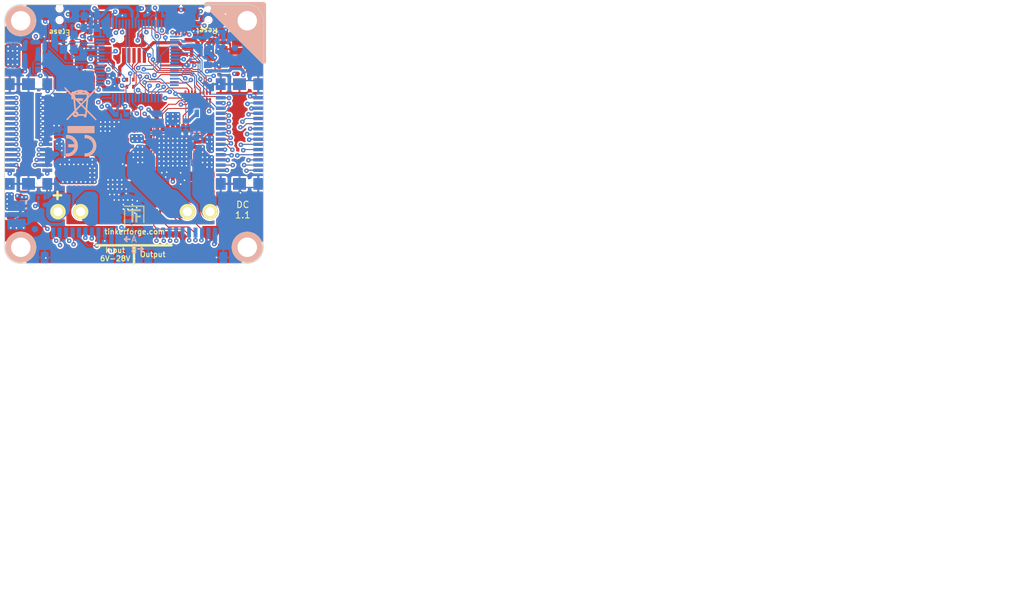
<source format=kicad_pcb>
(kicad_pcb (version 20221018) (generator pcbnew)
  (title_block (title "DC Brick") (date "2017-11-28") (rev "1.1") (company "Tinkerforge GmbH") (comment 1 "Licensed under CERN OHL v.1.1") (comment 2 "Copyright (©) 2017, B.Nordmeyer <bastian@tinkerforge.com>"))
  (layers (0 "F.Cu" signal "Vorderseite") (1 "In1.Cu" signal "GND") (2 "In2.Cu" signal "VCC") (31 "B.Cu" signal "Rückseite") (34 "B.Paste" user) (35 "F.Paste" user) (36 "B.SilkS" user "B.Silkscreen") (37 "F.SilkS" user "F.Silkscreen") (38 "B.Mask" user) (39 "F.Mask" user) (44 "Edge.Cuts" user))
  (net 0 "")
  (net 1 "3V3")
  (net 2 "BRICKLET-I2C-SCL")
  (net 3 "BRICKLET-I2C-SDA")
  (net 4 "BRICKLET-IO0_0/AD0")
  (net 5 "BRICKLET-IO0_1/DA0")
  (net 6 "BRICKLET-IO0_2/PWM0")
  (net 7 "BRICKLET-IO0_3")
  (net 8 "BRICKLET-IO1_0/AD1")
  (net 9 "BRICKLET-IO1_1/DA1")
  (net 10 "BRICKLET-IO1_2/PWM1")
  (net 11 "BRICKLET-IO1_3")
  (net 12 "GND")
  (net 13 "PWR-D1")
  (net 14 "PWR-D2")
  (net 15 "PWR-EN")
  (net 16 "PWR-FB")
  (net 17 "PWR-IN1")
  (net 18 "PWR-IN2")
  (net 19 "PWR-INV")
  (net 20 "PWR-SLEW")
  (net 21 "PWR-STATUS")
  (net 22 "PWR-VEXT")
  (net 23 "PWR-VSTACK")
  (net 24 "PWR-VSTACK-SW")
  (net 25 "STACK-DETECT/JTAG-TMS")
  (net 26 "STACK-I2C-SCL/JTAG-TDO")
  (net 27 "STACK-I2C-SDA/JTAG-TDI")
  (net 28 "STACK-PGND")
  (net 29 "STACK-PVCC")
  (net 30 "STACK-RESET")
  (net 31 "STACK-SER-RXD")
  (net 32 "STACK-SER-TXD")
  (net 33 "STACK-SPI-MISO")
  (net 34 "STACK-SPI-MOSI")
  (net 35 "STACK-SPI-SCLK")
  (net 36 "STACK-SPI-SELECT")
  (net 37 "STACK-SYNC/JTAG-TCK")
  (net 38 "STACK-nINT0")
  (net 39 "STACK-nINT1")
  (net 40 "STACK-nINT2")
  (net 41 "USB-DETECT")
  (net 42 "VPP")
  (net 43 "VSTACK")
  (net 44 "VUSB")
  (net 45 "XIN")
  (net 46 "XOUT")
  (net 47 "Net-(C6-Pad2)")
  (net 48 "Net-(C15-Pad1)")
  (net 49 "Net-(C18-Pad2)")
  (net 50 "Net-(C23-Pad1)")
  (net 51 "Net-(C24-Pad1)")
  (net 52 "Net-(D1-Pad2)")
  (net 53 "Net-(D2-Pad2)")
  (net 54 "Net-(D3-Pad2)")
  (net 55 "Net-(D4-Pad1)")
  (net 56 "Net-(D5-Pad1)")
  (net 57 "Net-(D7-Pad2)")
  (net 58 "Net-(FB1-Pad2)")
  (net 59 "Net-(FB2-Pad2)")
  (net 60 "Net-(FB3-Pad2)")
  (net 61 "Net-(FB4-Pad1)")
  (net 62 "Net-(FB5-Pad2)")
  (net 63 "Net-(J5-Pad4)")
  (net 64 "Net-(J5-Pad3)")
  (net 65 "Net-(J5-Pad2)")
  (net 66 "Net-(J6-Pad29)")
  (net 67 "Net-(J6-Pad27)")
  (net 68 "Net-(J6-Pad25)")
  (net 69 "Net-(J6-Pad17)")
  (net 70 "Net-(J6-Pad15)")
  (net 71 "Net-(J6-Pad13)")
  (net 72 "Net-(J6-Pad7)")
  (net 73 "Net-(J6-Pad6)")
  (net 74 "Net-(J6-Pad8)")
  (net 75 "Net-(J6-Pad10)")
  (net 76 "Net-(J6-Pad12)")
  (net 77 "Net-(J6-Pad14)")
  (net 78 "Net-(J6-Pad16)")
  (net 79 "Net-(J6-Pad18)")
  (net 80 "Net-(J6-Pad22)")
  (net 81 "Net-(J6-Pad24)")
  (net 82 "Net-(J6-Pad30)")
  (net 83 "Net-(J8-Pad29)")
  (net 84 "Net-(J8-Pad30)")
  (net 85 "Net-(L1-Pad1)")
  (net 86 "Net-(P1-Pad2)")
  (net 87 "Net-(P2-Pad1)")
  (net 88 "Net-(P2-Pad2)")
  (net 89 "Net-(Q2-PadG)")
  (net 90 "Net-(R1-Pad2)")
  (net 91 "Net-(R2-Pad2)")
  (net 92 "Net-(R13-Pad2)")
  (net 93 "Net-(R14-Pad1)")
  (net 94 "Net-(RP1-Pad2)")
  (net 95 "Net-(RP1-Pad3)")
  (net 96 "Net-(RP1-Pad5)")
  (net 97 "Net-(RP1-Pad6)")
  (net 98 "Net-(RP1-Pad7)")
  (net 99 "Net-(RP1-Pad8)")
  (net 100 "Net-(RP2-Pad5)")
  (net 101 "Net-(RP2-Pad6)")
  (net 102 "Net-(RP2-Pad7)")
  (net 103 "Net-(RP2-Pad8)")
  (net 104 "Net-(RP3-Pad6)")
  (net 105 "Net-(RP3-Pad7)")
  (net 106 "Net-(RP3-Pad8)")
  (net 107 "Net-(RP4-Pad6)")
  (net 108 "Net-(RP4-Pad7)")
  (net 109 "Net-(SW2-Pad1)")
  (net 110 "Net-(U1-Pad25)")
  (net 111 "Net-(U1-Pad31)")
  (net 112 "Net-(U1-Pad32)")
  (net 113 "Net-(U1-Pad40)")
  (net 114 "Net-(U1-Pad50)")
  (net 115 "Net-(U1-Pad52)")
  (net 116 "Net-(U2-Pad9)")
  (footprint "kicad-libraries:DRILL_NP" (layer "F.Cu") (at 127.70104 111.8489)
    (fp_text reference "J4" hide)
    (fp_text value "DRILL" hide)
  )
  (footprint "kicad-libraries:DRILL_NP" (layer "F.Cu") (at 162.70224 111.8489 90)
    (fp_text reference "J3" hide)
    (fp_text value "DRILL" hide)
  )
  (footprint "kicad-libraries:DRILL_NP" (layer "F.Cu") (at 162.70224 76.85024)
    (fp_text reference "J2" hide)
    (fp_text value "DRILL" hide)
  )
  (footprint "kicad-libraries:DRILL_NP" (layer "F.Cu") (at 127.70104 76.85024 90)
    (fp_text reference "J1" hide)
    (fp_text value "DRILL" hide)
  )
  (footprint "" (layer "F.Cu") (at 143.65 105.4)
    (fp_text reference "Ref**" hide)
    (fp_text value "Val**" hide)
  )
  (footprint "Fiducial_Mark" (layer "F.Cu") (at 159.19958 110.4519)
    (fp_text reference "Fiducial_Mark" hide)
    (fp_text value "VAL**" hide)
  )
  (footprint "Fiducial_Mark" (layer "F.Cu") (at 135.6995 80.2513)
    (fp_text reference "Fiducial_Mark" hide)
    (fp_text value "VAL**" hide)
  )
  (footprint "ELKO_83" (layer "F.Cu") (at 139.1031 91.54922 180)
    (fp_text reference "C3")
    (fp_text value "220µF/35V")
  )
  (footprint "ELKO_83" (layer "F.Cu") (at 139.1031 100.35032 180)
    (fp_text reference "C4")
    (fp_text value "220µF/35V")
  )
  (footprint "C0603" (layer "F.Cu") (at 157.10154 93.09862 90)
    (fp_text reference "C6")
    (fp_text value "100nF")
  )
  (footprint "C0402" (layer "F.Cu") (at 161.70148 85.04936)
    (fp_text reference "C18")
    (fp_text value "DNP")
  )
  (footprint "C0805" (layer "F.Cu") (at 159.00146 80.24876 -90)
    (fp_text reference "C21")
    (fp_text value "10µF/10V")
  )
  (footprint "C0603" (layer "F.Cu") (at 138.303 77.7494 90)
    (fp_text reference "C23")
    (fp_text value "4.7µF")
  )
  (footprint "C0402" (layer "F.Cu") (at 138.50112 80.35036 -90)
    (fp_text reference "C24")
    (fp_text value "100nF")
  )
  (footprint "D0603" (layer "F.Cu") (at 153.20264 75.84948 -90)
    (fp_text reference "D1")
    (fp_text value "blue")
  )
  (footprint "D0603" (layer "F.Cu") (at 151.7015 75.84948 -90)
    (fp_text reference "D2")
    (fp_text value "red")
  )
  (footprint "SOD-128" (layer "F.Cu") (at 135.95096 85.6488 180)
    (fp_text reference "D5")
    (fp_text value "PMEG4050BEP")
  )
  (footprint "SOD-123" (layer "F.Cu") (at 128.0033 107.1499 180)
    (fp_text reference "D7")
    (fp_text value "B0520LW-7-F")
  )
  (footprint "SOD-123" (layer "F.Cu") (at 155.45308 79.84998)
    (fp_text reference "D8")
    (fp_text value "B0520LW-7-F")
  )
  (footprint "C0402" (layer "F.Cu") (at 142.50162 85.15096)
    (fp_text reference "FB1")
    (fp_text value "FB")
  )
  (footprint "C0402" (layer "F.Cu") (at 142.50162 84.0486 180)
    (fp_text reference "FB2")
    (fp_text value "FB")
  )
  (footprint "C0402" (layer "F.Cu") (at 126.8 104.5)
    (fp_text reference "FB5")
    (fp_text value "FB")
  )
  (footprint "USB-MINI-B-SMD" (layer "F.Cu") (at 145.20164 74.35088)
    (fp_text reference "J5")
    (fp_text value "USB-MINI-B-SMD")
  )
  (footprint "kicad-libraries:BTB08-ACS-TOP" (layer "F.Cu") (at 161.50082 94.35084 90)
    (fp_text reference "J6")
    (fp_text value "STACK-UP-HIGH")
  )
  (footprint "kicad-libraries:BTB08-ACS-TOP" (layer "F.Cu") (at 128.90246 94.35084 90)
    (fp_text reference "J8")
    (fp_text value "STACK-UP-HIGH")
  )
  (footprint "OQ_2P" (layer "F.Cu") (at 135.2 106.35)
    (fp_text reference "P1")
    (fp_text value "black")
  )
  (footprint "OQ_2P" (layer "F.Cu") (at 155.2 106.35)
    (fp_text reference "P2")
    (fp_text value "green")
  )
  (footprint "SOIC-8-MOSFET" (layer "F.Cu") (at 129.15138 82.75066 -90)
    (fp_text reference "Q2")
    (fp_text value "AO4421")
  )
  (footprint "R0402" (layer "F.Cu") (at 144.6022 87.05088 180)
    (fp_text reference "R1")
    (fp_text value "27")
  )
  (footprint "R0402" (layer "F.Cu") (at 144.6022 85.94852 180)
    (fp_text reference "R2")
    (fp_text value "27")
  )
  (footprint "R0402" (layer "F.Cu") (at 154.1018 82.75066 -90)
    (fp_text reference "R3")
    (fp_text value "1.8k")
  )
  (footprint "R0402" (layer "F.Cu") (at 155.20162 82.75066 -90)
    (fp_text reference "R4")
    (fp_text value "2.7k")
  )
  (footprint "R0402" (layer "F.Cu") (at 146.00174 92.8497 -90)
    (fp_text reference "R13")
    (fp_text value "1k")
  )
  (footprint "R0603" (layer "F.Cu") (at 164.20084 82.10042 -90)
    (fp_text reference "R16")
    (fp_text value "0")
  )
  (footprint "R0603" (layer "F.Cu") (at 161.75228 83.89874 180)
    (fp_text reference "R17")
    (fp_text value "DNP")
  )
  (footprint "4X0402" (layer "F.Cu") (at 152.4508 78.19898 180)
    (fp_text reference "RP1")
    (fp_text value "1k")
  )
  (footprint "4X0402" (layer "F.Cu") (at 149 106.85 180)
    (fp_text reference "RP4")
    (fp_text value "1k")
  )
  (footprint "TACT-SWITCH" (layer "F.Cu") (at 156.70276 75.84948)
    (fp_text reference "SW1")
    (fp_text value "Reset")
  )
  (footprint "TACT-SWITCH" (layer "F.Cu") (at 133.70306 75.84948)
    (fp_text reference "SW2")
    (fp_text value "Erase")
  )
  (footprint "kicad-libraries:PQFN-32" (layer "F.Cu") (at 151.20112 97.14992 180)
    (fp_text reference "U2")
    (fp_text value "MC33926")
  )
  (footprint "C0402" (layer "F.Cu") (at 154.60218 81.24952 180)
    (fp_text reference "FB3")
    (fp_text value "FB")
  )
  (footprint "kicad-libraries:NR3030" (layer "F.Cu") (at 161.70148 81.54924 90)
    (fp_text reference "L1")
    (fp_text value "NR3015T4R7M")
  )
  (footprint "SOT23-5" (layer "F.Cu") (at 158.1023 83.64982 90)
    (fp_text reference "U3")
    (fp_text value "EUP3406")
  )
  (footprint "4X0402" (layer "F.Cu") (at 156.20238 88.54948 180)
    (fp_text reference "RP2")
    (fp_text value "1k")
  )
  (footprint "4X0402" (layer "F.Cu") (at 153.90114 88.54948 180)
    (fp_text reference "RP3")
    (fp_text value "1k")
  )
  (footprint "kicad-libraries:heatsink" (layer "F.Cu") (at 150.775 94.95 90)
    (fp_text reference "REF**")
    (fp_text value "heatsink")
  )
  (footprint "kicad-libraries:SOT23GDS" (layer "B.Cu") (at 129.35204 83.49996 90)
    (fp_text reference "Q3")
    (fp_text value "2N7002")
  )
  (footprint "Fiducial_Mark" (layer "B.Cu") (at 160.79978 81.0514)
    (fp_text reference "Fiducial_Mark" hide)
    (fp_text value "VAL**" hide)
  )
  (footprint "Fiducial_Mark" (layer "B.Cu") (at 129.89814 109.04982)
    (fp_text reference "Fiducial_Mark" hide)
    (fp_text value "VAL**" hide)
  )
  (footprint "kicad-libraries:CE_5mm" (layer "B.Cu") (at 137 96.175 180)
    (fp_text reference "VAL" hide)
    (fp_text value "CE_5mm" hide)
  )
  (footprint "kicad-libraries:WEEE_7mm" (layer "B.Cu") (at 137 90.65 180)
    (fp_text reference "VAL" hide)
    (fp_text value "WEEE_7mm" hide)
  )
  (footprint "C0402" (layer "B.Cu") (at 135.1026 82.55)
    (fp_text reference "C1")
    (fp_text value "9pF")
  )
  (footprint "C0402" (layer "B.Cu") (at 135.1026 77.65034 180)
    (fp_text reference "C2")
    (fp_text value "9pF")
  )
  (footprint "C0603" (layer "B.Cu") (at 153.20264 93.14942 -90)
    (fp_text reference "C5")
    (fp_text value "470nF")
  )
  (footprint "3528-21" (layer "B.Cu") (at 127.0508 106.85018 -90)
    (fp_text reference "C7")
    (fp_text value "100µF")
  )
  (footprint "C0805" (layer "B.Cu") (at 138.50112 76.1492 180)
    (fp_text reference "C8")
    (fp_text value "10µF")
  )
  (footprint "C0402" (layer "B.Cu") (at 144.40154 76.05014 180)
    (fp_text reference "C9")
    (fp_text value "100nF")
  )
  (footprint "C0805" (layer "B.Cu") (at 156.60116 82.64906 -90)
    (fp_text reference "C10")
    (fp_text value "10µF")
  )
  (footprint "C0603" (layer "B.Cu") (at 143.20266 91.34856 180)
    (fp_text reference "C11")
    (fp_text value "4.7µF")
  )
  (footprint "C0402" (layer "B.Cu") (at 152.80132 79.55026 90)
    (fp_text reference "C12")
    (fp_text value "100nF")
  )
  (footprint "C0402" (layer "B.Cu") (at 143.20266 90.14968 180)
    (fp_text reference "C13")
    (fp_text value "100nF")
  )
  (footprint "C0402" (layer "B.Cu") (at 138.50112 81.84896 90)
    (fp_text reference "C14")
    (fp_text value "100nF")
  )
  (footprint "C0603" (layer "B.Cu") (at 146.70278 74.95032)
    (fp_text reference "C15")
    (fp_text value "2.2µF")
  )
  (footprint "C0402" (layer "B.Cu") (at 146.30146 76.05014)
    (fp_text reference "C16")
    (fp_text value "100nF")
  )
  (footprint "C0402" (layer "B.Cu") (at 149.10308 76.05014)
    (fp_text reference "C17")
    (fp_text value "100nF")
  )
  (footprint "C0402" (layer "B.Cu") (at 153.4033 82.84972)
    (fp_text reference "C19")
    (fp_text value "100nF")
  )
  (footprint "C0402" (layer "B.Cu") (at 137.60196 84.00034 180)
    (fp_text reference "C20")
    (fp_text value "100nF")
  )
  (footprint "C0402" (layer "B.Cu") (at 159.00146 80.24876 -90)
    (fp_text reference "C22")
    (fp_text value "100nF")
  )
  (footprint "C0402" (layer "B.Cu") (at 142.40256 76.05014)
    (fp_text reference "C25")
    (fp_text value "100nF")
  )
  (footprint "SOD-123" (layer "B.Cu") (at 146.1516 107.65028 -90)
    (fp_text reference "D3")
    (fp_text value "Z12V")
  )
  (footprint "SOD-128" (layer "B.Cu") (at 134.3025 102.19944 -90)
    (fp_text reference "D4")
    (fp_text value "PMEG4050BEP")
  )
  (footprint "SOD-123" (layer "B.Cu") (at 154.9019 92.99956 90)
    (fp_text reference "D6")
    (fp_text value "Z3.3V")
  )
  (footprint "SOD-123" (layer "B.Cu") (at 156.85262 78.5495)
    (fp_text reference "D9")
    (fp_text value "Z3.3V")
  )
  (footprint "C0402" (layer "B.Cu") (at 133.30174 96.94926 90)
    (fp_text reference "FB4")
    (fp_text value "FB")
  )
  (footprint "kicad-libraries:BTB08-ACS-BTM" (layer "B.Cu") (at 161.50082 94.35084 -90)
    (fp_text reference "J7")
    (fp_text value "STACK-DOWN")
  )
  (footprint "kicad-libraries:BTB08-ACS-BTM" (layer "B.Cu") (at 128.90246 94.35084 -90)
    (fp_text reference "J9")
    (fp_text value "STACK-DOWN")
  )
  (footprint "C0805" (layer "B.Cu") (at 138.50112 77.95006)
    (fp_text reference "L2")
    (fp_text value "LBR2012T100K")
  )
  (footprint "CON-SENSOR" (layer "B.Cu") (at 137.20318 114.3508 180)
    (fp_text reference "P3")
    (fp_text value "CON-SENSOR")
  )
  (footprint "CON-SENSOR" (layer "B.Cu") (at 153.20264 114.3508 180)
    (fp_text reference "P4")
    (fp_text value "CON-SENSOR")
  )
  (footprint "SOIC-8-MOSFET" (layer "B.Cu") (at 141.55166 105.90022 -90)
    (fp_text reference "Q1")
    (fp_text value "FDS8449")
  )
  (footprint "R0402" (layer "B.Cu") (at 129.00152 80.1497)
    (fp_text reference "R5")
    (fp_text value "10k")
  )
  (footprint "R0402" (layer "B.Cu") (at 130.90144 80.1497)
    (fp_text reference "R6")
    (fp_text value "1k")
  )
  (footprint "R0402" (layer "B.Cu") (at 144.40154 109.14888)
    (fp_text reference "R7")
    (fp_text value "100k")
  )
  (footprint "R0402" (layer "B.Cu") (at 128.35128 81.65084 90)
    (fp_text reference "R8")
    (fp_text value "10k")
  )
  (footprint "C0603" (layer "B.Cu") (at 133.60146 94.4499 -90)
    (fp_text reference "R9")
    (fp_text value "FB")
  )
  (footprint "R0402" (layer "B.Cu") (at 130.90144 105.30078 180)
    (fp_text reference "R10")
    (fp_text value "10k")
  )
  (footprint "R0402" (layer "B.Cu") (at 130.90144 104.20096)
    (fp_text reference "R11")
    (fp_text value "1k")
  )
  (footprint "R0402" (layer "B.Cu") (at 130.90144 81.24952 180)
    (fp_text reference "R12")
    (fp_text value "1k")
  )
  (footprint "R1206" (layer "B.Cu") (at 148.80082 92.69984 -90)
    (fp_text reference "R14")
    (fp_text value "220")
  )
  (footprint "R0402" (layer "B.Cu") (at 155.25242 76.59878 90)
    (fp_text reference "R15")
    (fp_text value "1k")
  )
  (footprint "R0402" (layer "B.Cu") (at 138.10234 79.3496)
    (fp_text reference "R18")
    (fp_text value "1R0")
  )
  (footprint "kicad-libraries:LQFP64" (layer "B.Cu") (at 145.70202 83.05038)
    (fp_text reference "U1")
    (fp_text value "AT91SAM3SXB")
  )
  (footprint "CRYSTAL_3225" (layer "B.Cu") (at 135.1026 80.1497 90)
    (fp_text reference "X1")
    (fp_text value "16Mhz")
  )
  (gr_line (start 160.10128 76.29906) (end 162.8521 79.04988) (stroke (width 0.8001)) (layer "B.SilkS"))
  (gr_line (start 163.45154 76.29906) (end 160.10128 76.29906) (stroke (width 0.8001)) (layer "B.SilkS"))
  (gr_line (start 165.19906 83.09864) (end 165.2016 83.09864) (stroke (width 0.8001)) (layer "B.SilkS"))
  (gr_line (start 162.32886 77.17536) (end 162.45332 77.17536) (stroke (width 0.8001)) (layer "B.SilkS"))
  (gr_line (start 156.4513 74.35088) (end 165.19906 83.09864) (stroke (width 0.8001)) (layer "B.SilkS"))
  (gr_line (start 146.60118 112.09782) (end 146.2532 111.74984) (stroke (width 0.24892)) (layer "B.SilkS"))
  (gr_line (start 164.05352 75.72502) (end 158.9278 75.72502) (stroke (width 0.8001)) (layer "B.SilkS"))
  (gr_line (start 158.9278 75.72502) (end 163.45154 80.24876) (stroke (width 0.8001)) (layer "B.SilkS"))
  (gr_line (start 164.05352 81.45018) (end 164.05352 75.72502) (stroke (width 0.8001)) (layer "B.SilkS"))
  (gr_line (start 146.60118 112.09782) (end 146.2532 112.4458) (stroke (width 0.24892)) (layer "B.SilkS"))
  (gr_line (start 165.2016 74.35088) (end 156.4513 74.35088) (stroke (width 0.8001)) (layer "B.SilkS"))
  (gr_line (start 162.8521 79.04988) (end 162.8521 76.82484) (stroke (width 0.8001)) (layer "B.SilkS"))
  (gr_line (start 162.32886 77.8256) (end 162.32886 77.17536) (stroke (width 0.8001)) (layer "B.SilkS"))
  (gr_line (start 163.45154 80.24876) (end 163.45154 76.29906) (stroke (width 0.8001)) (layer "B.SilkS"))
  (gr_line (start 164.72662 81.95056) (end 164.72662 75.04938) (stroke (width 0.8001)) (layer "B.SilkS"))
  (gr_line (start 162.8521 76.82484) (end 161.3281 76.82484) (stroke (width 0.8001)) (layer "B.SilkS"))
  (gr_line (start 161.3281 76.82484) (end 162.32886 77.8256) (stroke (width 0.8001)) (layer "B.SilkS"))
  (gr_line (start 143.7513 110.59922) (end 144.10182 110.2487) (stroke (width 0.24892)) (layer "B.SilkS"))
  (gr_line (start 144.5514 110.59922) (end 143.7513 110.59922) (stroke (width 0.24892)) (layer "B.SilkS"))
  (gr_line (start 165.2016 83.09864) (end 165.2016 74.35088) (stroke (width 0.8001)) (layer "B.SilkS"))
  (gr_line (start 145.80108 112.10036) (end 146.60118 112.10036) (stroke (width 0.24892)) (layer "B.SilkS"))
  (gr_line (start 157.65272 75.04938) (end 164.05352 81.45018) (stroke (width 0.8001)) (layer "B.SilkS"))
  (gr_line (start 143.7513 110.59922) (end 144.10182 110.94974) (stroke (width 0.24892)) (layer "B.SilkS"))
  (gr_line (start 164.72662 75.04938) (end 157.65272 75.04938) (stroke (width 0.8001)) (layer "B.SilkS"))
  (gr_line (start 163.97732 75.69962) (end 159.6009 75.69962) (stroke (width 0.8001)) (layer "F.SilkS"))
  (gr_line (start 163.35248 76.40066) (end 160.72612 76.40066) (stroke (width 0.8001)) (layer "F.SilkS"))
  (gr_line (start 164.60216 75.04938) (end 158.30296 75.04938) (stroke (width 0.8001)) (layer "F.SilkS"))
  (gr_line (start 159.6009 75.69962) (end 163.35248 79.4512) (stroke (width 0.8001)) (layer "F.SilkS"))
  (gr_line (start 165.2016 83.09864) (end 165.2016 74.35088) (stroke (width 0.8001)) (layer "F.SilkS"))
  (gr_line (start 162.6997 76.9747) (end 161.95294 76.9747) (stroke (width 0.8001)) (layer "F.SilkS"))
  (gr_line (start 164.60216 81.8515) (end 164.60216 75.04938) (stroke (width 0.8001)) (layer "F.SilkS"))
  (gr_line (start 161.95294 76.9747) (end 161.95294 77.0509) (stroke (width 0.8001)) (layer "F.SilkS"))
  (gr_line (start 145.2 111.55) (end 145.2 114.35) (stroke (width 0.381)) (layer "F.SilkS"))
  (gr_line (start 156.45384 74.35088) (end 156.4513 74.35088) (stroke (width 0.09906)) (layer "F.SilkS"))
  (gr_line (start 151 111.55) (end 139.4 111.55) (stroke (width 0.381)) (layer "F.SilkS"))
  (gr_line (start 158.30296 75.04938) (end 163.97732 80.72374) (stroke (width 0.8001)) (layer "F.SilkS"))
  (gr_line (start 162.15106 77.22362) (end 162.30092 77.37348) (stroke (width 0.8001)) (layer "F.SilkS"))
  (gr_line (start 163.97732 80.72374) (end 163.97732 75.69962) (stroke (width 0.8001)) (layer "F.SilkS"))
  (gr_line (start 165.2016 74.35088) (end 156.4513 74.35088) (stroke (width 0.8001)) (layer "F.SilkS"))
  (gr_line (start 162.30092 77.37348) (end 162.30092 77.47508) (stroke (width 0.8001)) (layer "F.SilkS"))
  (gr_line (start 165.2016 83.09864) (end 156.45384 74.35088) (stroke (width 0.8001)) (layer "F.SilkS"))
  (gr_line (start 163.35248 79.4512) (end 163.35248 76.40066) (stroke (width 0.8001)) (layer "F.SilkS"))
  (gr_line (start 157.55112 74.80046) (end 164.60216 81.8515) (stroke (width 0.8001)) (layer "F.SilkS"))
  (gr_line (start 162.6997 78.37424) (end 162.6997 76.9747) (stroke (width 0.8001)) (layer "F.SilkS"))
  (gr_line (start 160.72612 76.40066) (end 162.6997 78.37424) (stroke (width 0.8001)) (layer "F.SilkS"))
  (gr_line (start 125.20168 111.8489) (end 125.20168 76.85024) (stroke (width 0.09906)) (layer "Edge.Cuts"))
  (gr_line (start 162.70224 114.3508) (end 127.70104 114.3508) (stroke (width 0.09906)) (layer "Edge.Cuts"))
  (gr_line (start 165.2016 76.85024) (end 165.2016 111.8489) (stroke (width 0.09906)) (layer "Edge.Cuts"))
  (gr_arc (start 125.20168 76.85024) (mid 125.933726 75.082926) (end 127.70104 74.35088) (stroke (width 0.09906)) (layer "Edge.Cuts"))
  (gr_line (start 127.70104 74.35088) (end 162.70224 74.35088) (stroke (width 0.09906)) (layer "Edge.Cuts"))
  (gr_arc (start 127.70104 114.3508) (mid 125.93193 113.61801) (end 125.19914 111.8489) (stroke (width 0.09906)) (layer "Edge.Cuts"))
  (gr_arc (start 162.70224 74.35088) (mid 164.469554 75.082926) (end 165.2016 76.85024) (stroke (width 0.09906)) (layer "Edge.Cuts"))
  (gr_arc (start 165.2016 111.8489) (mid 164.469554 113.616214) (end 162.70224 114.34826) (stroke (width 0.09906)) (layer "Edge.Cuts"))
  (gr_text "B" (at 145.20164 112.25022) (layer "B.SilkS") (effects (font (size 1.00076 1.00076) (thickness 0.14986)) (justify mirror)))
  (gr_text "A" (at 145.20164 110.59922) (layer "B.SilkS") (effects (font (size 1.00076 1.00076) (thickness 0.14986)) (justify mirror)))
  (gr_text "+" (at 133.37794 103.72598) (layer "F.SilkS") (effects (font (size 1.50114 1.50114) (thickness 0.37592))))
  (gr_text "Output" (at 148.1 112.95) (layer "F.SilkS") (effects (font (size 0.8 0.8))))
  (gr_text "DC\n1.1" (at 162.0012 106.07548) (layer "F.SilkS") (effects (font (size 1.00076 1.00076) (thickness 0.14986))))
  (gr_text "Reset" (at 156.4513 78.37932 180) (layer "F.SilkS") (effects (font (size 0.8001 0.8001) (thickness 0.14986))))
  (gr_text "Input\n6V-28V" (at 142.3 112.95) (layer "F.SilkS") (effects (font (size 0.8 0.8))))
  (gr_text "Erase" (at 133.70306 78.64856 180) (layer "F.SilkS") (effects (font (size 0.8001 0.8001) (thickness 0.14986))))
  (gr_text "tinkerforge.com" (at 145.3 109.45) (layer "F.SilkS") (effects (font (size 0.8001 0.8001) (thickness 0.14986))))
  (segment (start 155.61564 109.06564) (end 154.7 108.15) (width 0.1524) (layer "F.Cu") (net 1))
  (segment (start 154.7 108.15) (end 152.3 108.15) (width 0.1524) (layer "F.Cu") (net 1))
  (segment (start 152.3 108.15) (end 150.425 106.275) (width 0.1524) (layer "F.Cu") (net 1))
  (segment (start 150.425 106.275) (end 149.7493 106.275) (width 0.1524) (layer "F.Cu") (net 1))
  (segment (start 159.40278 78.84668) (end 159.00146 79.248) (width 0.70104) (layer "F.Cu") (net 1))
  (segment (start 160.2613 96.78162) (end 160.39846 96.78162) (width 0.1524) (layer "F.Cu") (net 1))
  (segment (start 152.55494 75.04938) (end 153.20264 75.04938) (width 0.50292) (layer "F.Cu") (net 1))
  (segment (start 149.24892 106.275) (end 148.75108 106.275) (width 0.1524) (layer "F.Cu") (net 1))
  (segment (start 148.75108 106.275) (end 148.2507 106.275) (width 0.1524) (layer "F.Cu") (net 1))
  (segment (start 161.70148 80.44942) (end 161.2011 80.44942) (width 0.70104) (layer "F.Cu") (net 1))
  (segment (start 158.60268 95.9485) (end 159.42818 95.9485) (width 0.1524) (layer "F.Cu") (net 1))
  (segment (start 163.79952 80.44942) (end 161.70148 80.44942) (width 0.50292) (layer "F.Cu") (net 1))
  (segment (start 151.7015 75.04938) (end 152.55494 75.04938) (width 0.50292) (layer "F.Cu") (net 1))
  (segment (start 161.2011 85.04936) (end 160.70326 85.04936) (width 0.70104) (layer "F.Cu") (net 1))
  (segment (start 129.85242 107.1499) (end 129.96164 107.1499) (width 0.1524) (layer "F.Cu") (net 1))
  (segment (start 164.20084 80.85074) (end 163.79952 80.44942) (width 0.50292) (layer "F.Cu") (net 1))
  (segment (start 159.42818 95.9485) (end 160.2613 96.78162) (width 0.1524) (layer "F.Cu") (net 1))
  (segment (start 158.40202 78.24978) (end 159.00146 78.84922) (width 0.70104) (layer "F.Cu") (net 1))
  (segment (start 164.20084 81.30032) (end 164.20084 80.85074) (width 0.50292) (layer "F.Cu") (net 1))
  (segment (start 152.45842 75.19924) (end 152.55494 75.10272) (width 0.1524) (layer "F.Cu") (net 1))
  (segment (start 159.40278 78.24978) (end 159.40278 78.84668) (width 0.70104) (layer "F.Cu") (net 1))
  (segment (start 129.96164 107.1499) (end 131.81584 109.0041) (width 0.29972) (layer "F.Cu") (net 1))
  (segment (start 152.55494 75.10272) (end 152.55494 75.04938) (width 0.1524) (layer "F.Cu") (net 1))
  (segment (start 149.7493 106.275) (end 149.24892 106.275) (width 0.1524) (layer "F.Cu") (net 1))
  (segment (start 161.2011 80.44942) (end 159.99968 79.248) (width 0.70104) (layer "F.Cu") (net 1))
  (segment (start 159.40278 78.24978) (end 158.40202 78.24978) (width 0.70104) (layer "F.Cu") (net 1))
  (segment (start 159.99968 79.248) (end 159.00146 79.248) (width 0.70104) (layer "F.Cu") (net 1))
  (segment (start 155.61564 110.76686) (end 155.61564 109.06564) (width 0.1524) (layer "F.Cu") (net 1))
  (segment (start 135.70204 75.84948) (end 135.001 75.84948) (width 0.50292) (layer "F.Cu") (net 1))
  (segment (start 159.00146 78.84922) (end 159.00146 79.248) (width 0.70104) (layer "F.Cu") (net 1))
  (via (at 135.001 75.84948) (size 0.70104) (drill 0.24892) (layers "F.Cu" "B.Cu") (net 1))
  (via (at 131.81584 109.0041) (size 0.70104) (drill 0.24892) (layers "F.Cu" "B.Cu") (net 1))
  (via (at 160.70326 85.04936) (size 0.70104) (drill 0.24892) (layers "F.Cu" "B.Cu") (net 1))
  (via (at 138.50112 82.75066) (size 0.70104) (drill 0.24892) (layers "F.Cu" "B.Cu") (net 1))
  (via (at 159.40278 78.24978) (size 0.70104) (drill 0.24892) (layers "F.Cu" "B.Cu") (net 1))
  (via (at 142.30096 75.4507) (size 0.70104) (drill 0.24892) (layers "F.Cu" "B.Cu") (net 1))
  (via (at 143.83258 90.043) (size 0.70104) (drill 0.24892) (layers "F.Cu" "B.Cu") (net 1))
  (via (at 139.1031 74.95032) (size 0.70104) (drill 0.24892) (layers "F.Cu" "B.Cu") (net 1))
  (via (at 155.61564 110.76686) (size 0.70104) (drill 0.24892) (layers "F.Cu" "B.Cu") (net 1))
  (via (at 139.45616 111.58982) (size 0.70104) (drill 0.24892) (layers "F.Cu" "B.Cu") (net 1))
  (via (at 160.39846 96.78162) (size 0.70104) (drill 0.24892) (layers "F.Cu" "B.Cu") (net 1))
  (via (at 152.45842 75.19924) (size 0.70104) (drill 0.24892) (layers "F.Cu" "B.Cu") (net 1))
  (segment (start 138.0617 111.58728) (end 139.45362 111.58728) (width 0.1524) (layer "B.Cu") (net 1))
  (segment (start 156.86786 80.05064) (end 158.369 78.5495) (width 0.1524) (layer "B.Cu") (net 1))
  (segment (start 159.09798 78.55458) (end 159.40278 78.24978) (width 0.70104) (layer "B.Cu") (net 1))
  (segment (start 141.50086 74.74966) (end 144.30248 74.74966) (width 0.50292) (layer "B.Cu") (net 1))
  (segment (start 138.50112 82.75066) (end 138.50112 82.34934) (width 0.70104) (layer "B.Cu") (net 1))
  (segment (start 139.9794 82.30108) (end 138.54938 82.30108) (width 0.29972) (layer "B.Cu") (net 1))
  (segment (start 143.45412 89.90076) (end 143.45412 88.773) (width 0.29972) (layer "B.Cu") (net 1))
  (segment (start 136.7028 110.22838) (end 138.0617 111.58728) (width 0.1524) (layer "B.Cu") (net 1))
  (segment (start 143.83258 90.043) (end 143.80972 90.043) (width 0.1524) (layer "B.Cu") (net 1))
  (segment (start 139.50188 75.3491) (end 139.1031 74.95032) (width 0.70104) (layer "B.Cu") (net 1))
  (segment (start 159.0929 78.5495) (end 159.09798 78.55458) (width 0.1524) (layer "B.Cu") (net 1))
  (segment (start 138.54938 82.30108) (end 138.50112 82.34934) (width 0.29972) (layer "B.Cu") (net 1))
  (segment (start 144.00276 91.34856) (end 143.70304 91.04884) (width 0.29972) (layer "B.Cu") (net 1))
  (segment (start 139.45362 111.58728) (end 139.45616 111.58982) (width 0.1524) (layer "B.Cu") (net 1))
  (segment (start 143.70304 91.04884) (end 143.70304 90.14968) (width 0.29972) (layer "B.Cu") (net 1))
  (segment (start 141.95298 77.32776) (end 141.95298 76.10094) (width 0.29972) (layer "B.Cu") (net 1))
  (segment (start 151.42464 79.80172) (end 152.5524 79.80172) (width 0.1524) (layer "B.Cu") (net 1))
  (segment (start 140.10132 76.1492) (end 141.50086 74.74966) (width 0.50292) (layer "B.Cu") (net 1))
  (segment (start 141.90218 76.05014) (end 141.90218 75.84948) (width 0.29972) (layer "B.Cu") (net 1))
  (segment (start 152.5524 79.80172) (end 152.80132 80.05064) (width 0.1524) (layer "B.Cu") (net 1))
  (segment (start 139.70254 111.33836) (end 139.45362 111.58728) (width 0.50038) (layer "B.Cu") (net 1))
  (segment (start 144.90192 75.3491) (end 144.90192 76.05014) (width 0.50292) (layer "B.Cu") (net 1))
  (segment (start 144.95272 76.10094) (end 144.90192 76.05014) (width 0.29972) (layer "B.Cu") (net 1))
  (segment (start 143.70304 90.14968) (end 143.45412 89.90076) (width 0.29972) (layer "B.Cu") (net 1))
  (segment (start 141.90218 75.84948) (end 142.30096 75.4507) (width 0.29972) (layer "B.Cu") (net 1))
  (segment (start 152.80132 80.05064) (end 156.86786 80.05064) (width 0.1524) (layer "B.Cu") (net 1))
  (segment (start 158.70174 78.5495) (end 159.0929 78.5495) (width 0.1524) (layer "B.Cu") (net 1))
  (segment (start 144.30248 74.74966) (end 144.90192 75.3491) (width 0.50292) (layer "B.Cu") (net 1))
  (segment (start 155.61564 110.76686) (end 155.702 110.6805) (width 0.50038) (layer "B.Cu") (net 1))
  (segment (start 136.7028 109.5756) (end 136.7028 110.22838) (width 0.1524) (layer "B.Cu") (net 1))
  (segment (start 155.702 110.6805) (end 155.702 109.5756) (width 0.50038) (layer "B.Cu") (net 1))
  (segment (start 158.369 78.5495) (end 158.70174 78.5495) (width 0.1524) (layer "B.Cu") (net 1))
  (segment (start 139.50188 76.1492) (end 139.50188 75.3491) (width 0.70104) (layer "B.Cu") (net 1))
  (segment (start 139.50188 76.1492) (end 140.10132 76.1492) (width 0.50292) (layer "B.Cu") (net 1))
  (segment (start 144.95272 77.32776) (end 144.95272 76.10094) (width 0.29972) (layer "B.Cu") (net 1))
  (segment (start 139.70254 109.5756) (end 139.70254 111.33836) (width 0.50038) (layer "B.Cu") (net 1))
  (segment (start 159.00146 78.6511) (end 159.09798 78.55458) (width 0.70104) (layer "B.Cu") (net 1))
  (segment (start 143.80972 90.043) (end 143.70304 90.14968) (width 0.1524) (layer "B.Cu") (net 1))
  (segment (start 141.95298 76.10094) (end 141.90218 76.05014) (width 0.29972) (layer "B.Cu") (net 1))
  (segment (start 159.00146 79.74838) (end 159.00146 78.6511) (width 0.70104) (layer "B.Cu") (net 1))
  (segment (start 154.69616 109.74616) (end 153.65 108.7) (width 0.1524) (layer "F.Cu") (net 2))
  (segment (start 153.65 108.7) (end 150.45 108.7) (width 0.1524) (layer "F.Cu") (net 2))
  (segment (start 150.45 108.7) (end 149.7493 107.9993) (width 0.1524) (layer "F.Cu") (net 2))
  (segment (start 149.7493 107.9993) (end 149.7493 107.425) (width 0.1524) (layer "F.Cu") (net 2))
  (segment (start 154.69616 110.75162) (end 154.69616 109.74616) (width 0.1524) (layer "F.Cu") (net 2))
  (via (at 138.67384 110.48746) (size 0.70104) (drill 0.24892) (layers "F.Cu" "B.Cu") (net 2))
  (via (at 154.69616 110.75162) (size 0.70104) (drill 0.24892) (layers "F.Cu" "B.Cu") (net 2))
  (via (at 148.91512 86.8553) (size 0.70104) (drill 0.24892) (layers "F.Cu" "B.Cu") (net 2))
  (segment (start 154.70378 110.744) (end 154.69616 110.75162) (width 0.1524) (layer "B.Cu") (net 2))
  (segment (start 147.94992 88.773) (end 147.94992 87.8205) (width 0.1524) (layer "B.Cu") (net 2))
  (segment (start 147.94992 87.8205) (end 148.91512 86.8553) (width 0.1524) (layer "B.Cu") (net 2))
  (segment (start 138.70432 109.5756) (end 138.67384 109.60608) (width 0.1524) (layer "B.Cu") (net 2))
  (segment (start 138.67384 109.60608) (end 138.67384 110.48746) (width 0.1524) (layer "B.Cu") (net 2))
  (segment (start 154.70378 109.5756) (end 154.70378 110.744) (width 0.1524) (layer "B.Cu") (net 2))
  (segment (start 153.72334 109.97334) (end 152.8 109.05) (width 0.1524) (layer "F.Cu") (net 3))
  (segment (start 152.8 109.05) (end 148.8 109.05) (width 0.1524) (layer "F.Cu") (net 3))
  (segment (start 148.8 109.05) (end 148.2507 108.5007) (width 0.1524) (layer "F.Cu") (net 3))
  (segment (start 148.2507 108.5007) (end 148.2507 107.425) (width 0.1524) (layer "F.Cu") (net 3))
  (segment (start 153.72334 110.77448) (end 153.72334 109.97334) (width 0.1524) (layer "F.Cu") (net 3))
  (via (at 137.68324 110.3884) (size 0.70104) (drill 0.24892) (layers "F.Cu" "B.Cu") (net 3))
  (via (at 145.63344 91.18346) (size 0.70104) (drill 0.24892) (layers "F.Cu" "B.Cu") (net 3))
  (via (at 153.72334 110.77448) (size 0.70104) (drill 0.24892) (layers "F.Cu" "B.Cu") (net 3))
  (segment (start 153.70302 109.5756) (end 153.70302 110.75416) (width 0.1524) (layer "B.Cu") (net 3))
  (segment (start 144.45234 88.773) (end 144.45234 90.00236) (width 0.1524) (layer "B.Cu") (net 3))
  (segment (start 144.45234 90.00236) (end 145.63344 91.18346) (width 0.1524) (layer "B.Cu") (net 3))
  (segment (start 137.70356 109.5756) (end 137.70356 110.36808) (width 0.1524) (layer "B.Cu") (net 3))
  (segment (start 137.70356 110.36808) (end 137.68324 110.3884) (width 0.1524) (layer "B.Cu") (net 3))
  (segment (start 153.70302 110.75416) (end 153.72334 110.77448) (width 0.1524) (layer "B.Cu") (net 3))
  (via (at 135.86968 111.39932) (size 0.70104) (drill 0.24892) (layers "F.Cu" "B.Cu") (net 4))
  (via (at 142.40256 78.71206) (size 0.70104) (drill 0.24892) (layers "F.Cu" "B.Cu") (net 4))
  (segment (start 142.95374 77.32776) (end 142.95374 78.16088) (width 0.1524) (layer "B.Cu") (net 4))
  (segment (start 142.95374 78.16088) (end 142.40256 78.71206) (width 0.1524) (layer "B.Cu") (net 4))
  (segment (start 135.70204 109.5756) (end 135.86968 109.74324) (width 0.1524) (layer "B.Cu") (net 4))
  (segment (start 135.86968 109.74324) (end 135.86968 111.39932) (width 0.1524) (layer "B.Cu") (net 4))
  (via (at 135.19404 110.85576) (size 0.70104) (drill 0.24892) (layers "F.Cu" "B.Cu") (net 5))
  (via (at 142.35684 81.54924) (size 0.70104) (drill 0.24892) (layers "F.Cu" "B.Cu") (net 5))
  (segment (start 139.9794 81.8007) (end 142.10538 81.8007) (width 0.1524) (layer "B.Cu") (net 5))
  (segment (start 142.10538 81.8007) (end 142.35684 81.54924) (width 0.1524) (layer "B.Cu") (net 5))
  (segment (start 134.70382 110.36554) (end 135.19404 110.85576) (width 0.1524) (layer "B.Cu") (net 5))
  (segment (start 134.70382 109.5756) (end 134.70382 110.36554) (width 0.1524) (layer "B.Cu") (net 5))
  (via (at 133.77672 111.5187) (size 0.70104) (drill 0.24892) (layers "F.Cu" "B.Cu") (net 6))
  (via (at 148.34616 85.25002) (size 0.70104) (drill 0.24892) (layers "F.Cu" "B.Cu") (net 6))
  (segment (start 149.33168 84.2645) (end 148.34616 85.25002) (width 0.1524) (layer "B.Cu") (net 6))
  (segment (start 133.70306 109.5756) (end 133.77672 109.64926) (width 0.1524) (layer "B.Cu") (net 6))
  (segment (start 150.75154 80.80248) (end 149.33168 82.22234) (width 0.1524) (layer "B.Cu") (net 6))
  (segment (start 133.77672 109.64926) (end 133.77672 111.5187) (width 0.1524) (layer "B.Cu") (net 6))
  (segment (start 151.42464 80.80248) (end 150.75154 80.80248) (width 0.1524) (layer "B.Cu") (net 6))
  (segment (start 149.33168 82.22234) (end 149.33168 84.2645) (width 0.1524) (layer "B.Cu") (net 6))
  (via (at 133.18236 110.8456) (size 0.70104) (drill 0.24892) (layers "F.Cu" "B.Cu") (net 7))
  (via (at 139.67206 89.45372) (size 0.70104) (drill 0.24892) (layers "F.Cu" "B.Cu") (net 7))
  (segment (start 132.7023 109.5756) (end 132.7023 110.36554) (width 0.1524) (layer "B.Cu") (net 7))
  (segment (start 140.35278 88.773) (end 139.67206 89.45372) (width 0.1524) (layer "B.Cu") (net 7))
  (segment (start 141.95298 88.773) (end 140.35278 88.773) (width 0.1524) (layer "B.Cu") (net 7))
  (segment (start 132.7023 110.36554) (end 133.18236 110.8456) (width 0.1524) (layer "B.Cu") (net 7))
  (via (at 151.7269 110.82528) (size 0.70104) (drill 0.24892) (layers "F.Cu" "B.Cu") (net 8))
  (via (at 143.3703 78.63332) (size 0.70104) (drill 0.24892) (layers "F.Cu" "B.Cu") (net 8))
  (segment (start 151.7015 109.5756) (end 151.7015 110.79988) (width 0.1524) (layer "B.Cu") (net 8))
  (segment (start 143.45412 78.5495) (end 143.3703 78.63332) (width 0.1524) (layer "B.Cu") (net 8))
  (segment (start 151.7015 110.79988) (end 151.7269 110.82528) (width 0.1524) (layer "B.Cu") (net 8))
  (segment (start 143.45412 77.32776) (end 143.45412 78.5495) (width 0.1524) (layer "B.Cu") (net 8))
  (via (at 150.78202 110.83544) (size 0.70104) (drill 0.24892) (layers "F.Cu" "B.Cu") (net 9))
  (via (at 141.95298 79.88808) (size 0.70104) (drill 0.24892) (layers "F.Cu" "B.Cu") (net 9))
  (segment (start 150.70328 109.5756) (end 150.70328 110.7567) (width 0.1524) (layer "B.Cu") (net 9))
  (segment (start 150.70328 110.7567) (end 150.78202 110.83544) (width 0.1524) (layer "B.Cu") (net 9))
  (segment (start 141.86662 79.80172) (end 141.95298 79.88808) (width 0.1524) (layer "B.Cu") (net 9))
  (segment (start 139.9794 79.80172) (end 141.86662 79.80172) (width 0.1524) (layer "B.Cu") (net 9))
  (via (at 149.7965 110.8456) (size 0.70104) (drill 0.24892) (layers "F.Cu" "B.Cu") (net 10))
  (via (at 150.05304 79.44866) (size 0.70104) (drill 0.24892) (layers "F.Cu" "B.Cu") (net 10))
  (segment (start 149.70252 109.5756) (end 149.70252 110.75162) (width 0.1524) (layer "B.Cu") (net 10))
  (segment (start 151.42464 80.3021) (end 150.45436 80.3021) (width 0.1524) (layer "B.Cu") (net 10))
  (segment (start 150.45436 80.3021) (end 150.05304 79.90078) (width 0.1524) (layer "B.Cu") (net 10))
  (segment (start 149.70252 110.75162) (end 149.7965 110.8456) (width 0.1524) (layer "B.Cu") (net 10))
  (segment (start 150.05304 79.90078) (end 150.05304 79.44866) (width 0.1524) (layer "B.Cu") (net 10))
  (via (at 148.67636 110.8329) (size 0.70104) (drill 0.24892) (layers "F.Cu" "B.Cu") (net 11))
  (via (at 140.22324 90.1192) (size 0.70104) (drill 0.24892) (layers "F.Cu" "B.Cu") (net 11))
  (segment (start 140.58532 89.41468) (end 140.22324 89.77676) (width 0.1524) (layer "B.Cu") (net 11))
  (segment (start 140.22324 89.77676) (end 140.22324 90.1192) (width 0.1524) (layer "B.Cu") (net 11))
  (segment (start 148.70176 110.8075) (end 148.67636 110.8329) (width 0.1524) (layer "B.Cu") (net 11))
  (segment (start 142.45336 88.773) (end 142.45336 89.41816) (width 0.1524) (layer "B.Cu") (net 11))
  (segment (start 141.66088 89.67978) (end 141.39578 89.41468) (width 0.1524) (layer "B.Cu") (net 11))
  (segment (start 141.39578 89.41468) (end 140.58532 89.41468) (width 0.1524) (layer "B.Cu") (net 11))
  (segment (start 142.45336 89.41816) (end 142.19174 89.67978) (width 0.1524) (layer "B.Cu") (net 11))
  (segment (start 148.70176 109.5756) (end 148.70176 110.8075) (width 0.1524) (layer "B.Cu") (net 11))
  (segment (start 142.19174 89.67978) (end 141.66088 89.67978) (width 0.1524) (layer "B.Cu") (net 11))
  (segment (start 138.303 76.9493) (end 138.303 76.24826) (width 0.70104) (layer "F.Cu") (net 12))
  (segment (start 133.60146 95.54972) (end 133.30174 95.84944) (width 0.70104) (layer "F.Cu") (net 12))
  (segment (start 141.59992 85.15096) (end 141.4018 85.34908) (width 0.50292) (layer "F.Cu") (net 12))
  (segment (start 126.00178 86.6521) (end 128.90246 86.6521) (width 0.1524) (layer "F.Cu") (net 12))
  (segment (start 134.05104 95.59798) (end 134.00278 95.54972) (width 0.70104) (layer "F.Cu") (net 12))
  (segment (start 158.70174 75.84948) (end 159.31896 75.84948) (width 0.1524) (layer "F.Cu") (net 12))
  (segment (start 134.00278 95.54972) (end 133.60146 95.54972) (width 0.70104) (layer "F.Cu") (net 12))
  (segment (start 158.60014 86.6521) (end 158.35376 86.6521) (width 0.1524) (layer "F.Cu") (net 12))
  (segment (start 142.00124 85.6488) (end 141.70152 85.6488) (width 0.50292) (layer "F.Cu") (net 12))
  (segment (start 131.07162 87.38362) (end 131.80314 86.6521) (width 0.1524) (layer "F.Cu") (net 12))
  (segment (start 160.95218 83.89874) (end 159.62122 83.89874) (width 0.1524) (layer "F.Cu") (net 12))
  (segment (start 137.80262 80.85074) (end 137.5029 81.15046) (width 0.29972) (layer "F.Cu") (net 12))
  (segment (start 134.05104 96.59874) (end 133.30174 95.84944) (width 0.70104) (layer "F.Cu") (net 12))
  (segment (start 131.26974 102.58298) (end 129.43586 102.58298) (width 0.1524) (layer "F.Cu") (net 12))
  (segment (start 158.35376 86.6521) (end 158.35122 86.64956) (width 0.1524) (layer "F.Cu") (net 12))
  (segment (start 141.70152 85.6488) (end 141.4018 85.34908) (width 0.50292) (layer "F.Cu") (net 12))
  (segment (start 131.8514 87.69858) (end 131.8514 86.70036) (width 0.1524) (layer "F.Cu") (net 12))
  (segment (start 162.06978 102.61854) (end 163.83254 102.61854) (width 0.1524) (layer "F.Cu") (net 12))
  (segment (start 132.00634 102.25278) (end 132.00634 103.0859) (width 0.1524) (layer "F.Cu") (net 12))
  (segment (start 158.60014 86.6521) (end 161.50082 86.6521) (width 0.1524) (layer "F.Cu") (net 12))
  (segment (start 138.50112 80.85074) (end 137.80262 80.85074) (width 0.29972) (layer "F.Cu") (net 12))
  (segment (start 142.00124 85.15096) (end 141.59992 85.15096) (width 0.50292) (layer "F.Cu") (net 12))
  (segment (start 159.31896 75.84948) (end 159.34436 75.82408) (width 0.1524) (layer "F.Cu") (net 12))
  (segment (start 129.63398 87.38362) (end 131.07162 87.38362) (width 0.1524) (layer "F.Cu") (net 12))
  (segment (start 153.29916 83.6549) (end 153.29662 83.6549) (width 0.1524) (layer "F.Cu") (net 12))
  (segment (start 161.64306 103.43896) (end 161.64306 102.19182) (width 0.1524) (layer "F.Cu") (net 12))
  (segment (start 134.05104 96.901) (end 134.05104 96.59874) (width 0.70104) (layer "F.Cu") (net 12))
  (segment (start 129.43586 102.58298) (end 128.90246 102.04958) (width 0.1524) (layer "F.Cu") (net 12))
  (segment (start 159.00146 81.24952) (end 158.20136 81.24952) (width 0.70104) (layer "F.Cu") (net 12))
  (segment (start 142.2019 86.5505) (end 142.10284 86.45144) (width 0.70104) (layer "F.Cu") (net 12))
  (segment (start 155.20162 82.25028) (end 154.65044 82.80146) (width 0.1524) (layer "F.Cu") (net 12))
  (segment (start 142.2019 86.94928) (end 142.2019 86.5505) (width 0.70104) (layer "F.Cu") (net 12))
  (segment (start 162.06978 86.08314) (end 163.83254 86.08314) (width 0.1524) (layer "F.Cu") (net 12))
  (segment (start 153.29916 83.2231) (end 153.29916 83.6549) (width 0.1524) (layer "F.Cu") (net 12))
  (segment (start 161.50082 86.6521) (end 162.06978 86.08314) (width 0.1524) (layer "F.Cu") (net 12))
  (segment (start 142.00124 85.15096) (end 142.00124 85.6488) (width 0.50292) (layer "F.Cu") (net 12))
  (segment (start 134.09676 96.19996) (end 134.05104 96.19996) (width 0.70104) (layer "F.Cu") (net 12))
  (segment (start 163.83254 102.61854) (end 164.4015 102.04958) (width 0.1524) (layer "F.Cu") (net 12))
  (segment (start 126.00178 102.36454) (end 126.00178 102.04958) (width 0.1524) (layer "F.Cu") (net 12))
  (segment (start 131.80314 87.65032) (end 131.8514 87.69858) (width 0.1524) (layer "F.Cu") (net 12))
  (segment (start 134.05104 96.59874) (end 134.05104 96.24568) (width 0.70104) (layer "F.Cu") (net 12))
  (segment (start 158.30296 83.64982) (end 159.3723 83.64982) (width 0.70104) (layer "F.Cu") (net 12))
  (segment (start 142.10284 86.45144) (end 142.10284 85.7504) (width 0.70104) (layer "F.Cu") (net 12))
  (segment (start 154.65044 82.80146) (end 153.7208 82.80146) (width 0.1524) (layer "F.Cu") (net 12))
  (segment (start 153.7208 82.80146) (end 153.29916 83.2231) (width 0.1524) (layer "F.Cu") (net 12))
  (segment (start 131.80314 86.6521) (end 131.80314 87.65032) (width 0.1524) (layer "F.Cu") (net 12))
  (segment (start 161.50082 102.04958) (end 162.06978 102.61854) (width 0.1524) (layer "F.Cu") (net 12))
  (segment (start 131.80314 102.04958) (end 131.26974 102.58298) (width 0.1524) (layer "F.Cu") (net 12))
  (segment (start 161.64306 102.19182) (end 161.50082 102.04958) (width 0.1524) (layer "F.Cu") (net 12))
  (segment (start 161.50082 102.04958) (end 158.60014 102.04958) (width 0.1524) (layer "F.Cu") (net 12))
  (segment (start 131.80314 102.04958) (end 132.00634 102.25278) (width 0.1524) (layer "F.Cu") (net 12))
  (segment (start 159.62122 83.89874) (end 159.3723 83.64982) (width 0.1524) (layer "F.Cu") (net 12))
  (segment (start 128.90246 86.6521) (end 129.63398 87.38362) (width 0.1524) (layer "F.Cu") (net 12))
  (segment (start 133.30174 95.84944) (end 133.30174 96.1517) (width 0.70104) (layer "F.Cu") (net 12))
  (segment (start 163.83254 86.08314) (end 164.4015 86.6521) (width 0.1524) (layer "F.Cu") (net 12))
  (segment (start 133.30174 96.1517) (end 134.05104 96.901) (width 0.70104) (layer "F.Cu") (net 12))
  (segment (start 131.8514 86.70036) (end 131.80314 86.6521) (width 0.1524) (layer "F.Cu") (net 12))
  (segment (start 142.10284 85.7504) (end 142.00124 85.6488) (width 0.70104) (layer "F.Cu") (net 12))
  (segment (start 134.05104 96.19996) (end 134.05104 95.59798) (width 0.70104) (layer "F.Cu") (net 12))
  (segment (start 134.05104 96.24568) (end 134.09676 96.19996) (width 0.70104) (layer "F.Cu") (net 12))
  (segment (start 138.303 76.24826) (end 138.40206 76.1492) (width 0.70104) (layer "F.Cu") (net 12))
  (via (at 142.00124 85.6488) (size 0.70104) (drill 0.24892) (layers "F.Cu" "B.Cu") (net 12))
  (via (at 133.30174 95.84944) (size 0.70104) (drill 0.24892) (layers "F.Cu" "B.Cu") (net 12))
  (via (at 141.1 90) (size 0.70104) (drill 0.24892) (layers "F.Cu" "B.Cu") (net 12))
  (via (at 158.20136 81.24952) (size 0.70104) (drill 0.24892) (layers "F.Cu" "B.Cu") (net 12))
  (via (at 134.3025 78.15072) (size 0.70104) (drill 0.24892) (layers "F.Cu" "B.Cu") (net 12))
  (via (at 140.67028 110.871) (size 0.70104) (drill 0.24892) (layers "F.Cu" "B.Cu") (net 12))
  (via (at 126.00178 102.36454) (size 0.70104) (drill 0.24892) (layers "F.Cu" "B.Cu") (net 12))
  (via (at 147.31746 75.5904) (size 0.70104) (drill 0.24892) (layers "F.Cu" "B.Cu") (net 12))
  (via (at 145.26768 113.58372) (size 0.70104) (drill 0.24892) (layers "F.Cu" "B.Cu") (net 12))
  (via (at 142.2019 86.94928) (size 0.70104) (drill 0.24892) (layers "F.Cu" "B.Cu") (net 12))
  (via (at 137.5029 81.15046) (size 0.70104) (drill 0.24892) (layers "F.Cu" "B.Cu") (net 12))
  (via (at 141.4018 85.34908) (size 0.70104) (drill 0.24892) (layers "F.Cu" "B.Cu") (net 12))
  (via (at 131.8514 87.69858) (size 0.70104) (drill 0.24892) (layers "F.Cu" "B.Cu") (net 12))
  (via (at 143.40332 76.05014) (size 0.70104) (drill 0.24892) (layers "F.Cu" "B.Cu") (net 12))
  (via (at 161.64306 103.43896) (size 0.70104) (drill 0.24892) (layers "F.Cu" "B.Cu") (net 12))
  (via (at 134.05104 96.901) (size 0.70104) (drill 0.24892) (layers "F.Cu" "B.Cu") (net 12))
  (via (at 158.30296 83.64982) (size 0.70104) (drill 0.24892) (layers "F.Cu" "B.Cu") (net 12))
  (via (at 132.00634 103.0859) (size 0.70104) (drill 0.24892) (layers "F.Cu" "B.Cu") (net 12))
  (via (at 136.34974 84.01558) (size 0.70104) (drill 0.24892) (layers "F.Cu" "B.Cu") (net 12))
  (via (at 134.00278 95.54972) (size 0.70104) (drill 0.24892) (layers "F.Cu" "B.Cu") (net 12))
  (via (at 159.34436 75.82408) (size 0.70104) (drill 0.24892) (layers "F.Cu" "B.Cu") (net 12))
  (via (at 131.33324 79.29118) (size 0.70104) (drill 0.24892) (layers "F.Cu" "B.Cu") (net 12))
  (via (at 128.15316 108.84916) (size 0.70104) (drill 0.24892) (layers "F.Cu" "B.Cu") (net 12))
  (via (at 154.40406 78.44282) (size 0.70104) (drill 0.24892) (layers "F.Cu" "B.Cu") (net 12))
  (via (at 153.29662 83.6549) (size 0.70104) (drill 0.24892) (layers "F.Cu" "B.Cu") (net 12))
  (via (at 156.70276 110.70082) (size 0.70104) (drill 0.24892) (layers "F.Cu" "B.Cu") (net 12))
  (via (at 134.05104 96.19996) (size 0.70104) (drill 0.24892) (layers "F.Cu" "B.Cu") (net 12))
  (via (at 158.35122 86.64956) (size 0.70104) (drill 0.24892) (layers "F.Cu" "B.Cu") (net 12))
  (via (at 157.93466 113.42624) (size 0.70104) (drill 0.24892) (layers "F.Cu" "B.Cu") (net 12))
  (via (at 131.572 113.50498) (size 0.70104) (drill 0.24892) (layers "F.Cu" "B.Cu") (net 12))
  (via (at 127.04318 108.87456) (size 0.70104) (drill 0.24892) (layers "F.Cu" "B.Cu") (net 12))
  (via (at 126.15164 108.84916) (size 0.70104) (drill 0.24892) (layers "F.Cu" "B.Cu") (net 12))
  (via (at 138.40206 76.1492) (size 0.70104) (drill 0.24892) (layers "F.Cu" "B.Cu") (net 12))
  (segment (start 131.80314 86.6521) (end 131.07162 87.38362) (width 0.1524) (layer "B.Cu") (net 12))
  (segment (start 131.8514 86.70036) (end 131.80314 86.6521) (width 0.1524) (layer "B.Cu") (net 12))
  (segment (start 145.26768 113.58372) (end 145.39976 113.45164) (width 0.1524) (layer "B.Cu") (net 12))
  (segment (start 133.30174 95.84944) (end 133.30174 95.54972) (width 0.70104) (layer "B.Cu") (net 12))
  (segment (start 135.9027 81.24952) (end 137.40384 81.24952) (width 0.29972) (layer "B.Cu") (net 12))
  (segment (start 131.26974 102.58298) (end 131.80314 102.04958) (width 0.1524) (layer "B.Cu") (net 12))
  (segment (start 137.08634 84.01558) (end 136.34974 84.01558) (width 0.1524) (layer "B.Cu") (net 12))
  (segment (start 131.40436 113.45164) (end 131.51866 113.45164) (width 0.1524) (layer "B.Cu") (net 12))
  (segment (start 133.65226 96.19996) (end 133.30174 95.84944) (width 0.70104) (layer "B.Cu") (net 12))
  (segment (start 131.40436 113.45164) (end 131.15544 113.45164) (width 0.1524) (layer "B.Cu") (net 12))
  (segment (start 142.45336 77.32776) (end 142.45336 76.39812) (width 0.29972) (layer "B.Cu") (net 12))
  (segment (start 164.4015 86.6521) (end 163.8681 86.1187) (width 0.1524) (layer "B.Cu") (net 12))
  (segment (start 147.50288 74.95032) (end 147.50288 75.40498) (width 0.1524) (layer "B.Cu") (net 12))
  (segment (start 128.15316 108.84916) (end 127.0508 108.15066) (width 0.70104) (layer "B.Cu") (net 12))
  (segment (start 134.60222 77.65034) (end 134.60222 78.75016) (width 0.29972) (layer "B.Cu") (net 12))
  (segment (start 145.39976 113.45164) (end 147.40382 113.45164) (width 0.1524) (layer "B.Cu") (net 12))
  (segment (start 137.5029 81.15046) (end 137.70102 81.34858) (width 0.29972) (layer "B.Cu") (net 12))
  (segment (start 133.60146 96.44888) (end 134.05104 96.89846) (width 0.70104) (layer "B.Cu") (net 12))
  (segment (start 146.80184 76.05014) (end 147.26158 75.5904) (width 0.1524) (layer "B.Cu") (net 12))
  (segment (start 131.15544 113.45164) (end 131.1529 113.4491) (width 0.1524) (layer "B.Cu") (net 12))
  (segment (start 147.26158 75.5904) (end 147.31746 75.5904) (width 0.1524) (layer "B.Cu") (net 12))
  (segment (start 142.80134 76.05014) (end 142.90294 76.05014) (width 0.29972) (layer "B.Cu") (net 12))
  (segment (start 129.63398 87.38362) (end 128.90246 86.6521) (width 0.1524) (layer "B.Cu") (net 12))
  (segment (start 162.03422 86.1187) (end 161.50082 86.6521) (width 0.1524) (layer "B.Cu") (net 12))
  (segment (start 140.7033 109.5756) (end 140.7033 110.83798) (width 0.29972) (layer "B.Cu") (net 12))
  (segment (start 131.1529 113.4491) (end 131.40436 113.45164) (width 0.1524) (layer "B.Cu") (net 12))
  (segment (start 156.70276 112.19434) (end 156.70276 110.70082) (width 0.29972) (layer "B.Cu") (net 12))
  (segment (start 127.0508 108.86694) (end 127.04318 108.87456) (width 0.70104) (layer "B.Cu") (net 12))
  (segment (start 131.40182 104.20096) (end 132.00634 103.59644) (width 0.29972) (layer "B.Cu") (net 12))
  (segment (start 138.50112 81.34858) (end 139.93368 81.34858) (width 0.29972) (layer "B.Cu") (net 12))
  (segment (start 161.64306 102.58298) (end 163.8681 102.58298) (width 0.1524) (layer "B.Cu") (net 12))
  (segment (start 142.40256 91.34856) (end 142.23238 91.34856) (width 0.1524) (layer "B.Cu") (net 12))
  (segment (start 156.70276 110.70082) (end 156.70276 109.5756) (width 0.50038) (layer "B.Cu") (net 12))
  (segment (start 161.50082 86.6521) (end 158.60014 86.6521) (width 0.1524) (layer "B.Cu") (net 12))
  (segment (start 131.51866 113.45164) (end 131.572 113.50498) (width 0.1524) (layer "B.Cu") (net 12))
  (segment (start 163.8681 86.1187) (end 162.03422 86.1187) (width 0.1524) (layer "B.Cu") (net 12))
  (segment (start 156.60116 83.64982) (end 158.30296 83.64982) (width 0.70104) (layer "B.Cu") (net 12))
  (segment (start 155.0035 78.5495) (end 154.51074 78.5495) (width 0.1524) (layer "B.Cu") (net 12))
  (segment (start 157.96006 113.45164) (end 159.00146 113.45164) (width 0.1524) (layer "B.Cu") (net 12))
  (segment (start 133.30174 96.44888) (end 133.30174 95.84944) (width 0.70104) (layer "B.Cu") (net 12))
  (segment (start 143.90116 76.05014) (end 143.40332 76.05014) (width 0.29972) (layer "B.Cu") (net 12))
  (segment (start 151.45766 77.90434) (end 149.60346 76.05014) (width 0.1524) (layer "B.Cu") (net 12))
  (segment (start 142.23238 91.34856) (end 141.1 90) (width 0.70104) (layer "B.Cu") (net 12))
  (segment (start 127.0508 108.15066) (end 126.85014 108.15066) (width 0.70104) (layer "B.Cu") (net 12))
  (segment (start 157.93466 113.42624) (end 157.96006 113.45164) (width 0.1524) (layer "B.Cu") (net 12))
  (segment (start 161.50082 102.04958) (end 161.64306 102.19182) (width 0.1524) (layer "B.Cu") (net 12))
  (segment (start 131.40182 81.24952) (end 131.40182 80.1497) (width 0.70104) (layer "B.Cu") (net 12))
  (segment (start 145.26768 113.58372) (end 143.13408 113.58372) (width 0.1524) (layer "B.Cu") (net 12))
  (segment (start 158.60014 102.04958) (end 161.50082 102.04958) (width 0.1524) (layer "B.Cu") (net 12))
  (segment (start 138.40206 76.1492) (end 137.50036 76.1492) (width 0.70104) (layer "B.Cu") (net 12))
  (segment (start 137.40384 81.24952) (end 137.5029 81.15046) (width 0.29972) (layer "B.Cu") (net 12))
  (segment (start 128.90246 102.04958) (end 129.43586 102.58298) (width 0.1524) (layer "B.Cu") (net 12))
  (segment (start 132.00634 103.59644) (end 132.00634 103.0859) (width 0.29972) (layer "B.Cu") (net 12))
  (segment (start 153.29916 83.6549) (end 153.29662 83.6549) (width 0.1524) (layer "B.Cu") (net 12))
  (segment (start 142.95374 88.773) (end 142.95374 89.89822) (width 0.29972) (layer "B.Cu") (net 12))
  (segment (start 134.05104 95.54972) (end 134.00278 95.54972) (width 0.70104) (layer "B.Cu") (net 12))
  (segment (start 143.40332 76.05014) (end 142.90294 76.05014) (width 0.29972) (layer "B.Cu") (net 12))
  (segment (start 142.45336 76.39812) (end 142.80134 76.05014) (width 0.29972) (layer "B.Cu") (net 12))
  (segment (start 133.30174 95.54972) (end 133.60146 95.25) (width 0.70104) (layer "B.Cu") (net 12))
  (segment (start 158.35122 86.64956) (end 158.65094 86.64956) (width 0.1524) (layer "B.Cu") (net 12))
  (segment (start 134.00278 95.54972) (end 133.85038 95.49892) (width 0.70104) (layer "B.Cu") (net 12))
  (segment (start 134.3025 79.04988) (end 134.3025 78.15072) (width 0.50292) (layer "B.Cu") (net 12))
  (segment (start 127.0508 108.15066) (end 127.0508 108.86694) (width 0.70104) (layer "B.Cu") (net 12))
  (segment (start 158.65094 86.64956) (end 158.60014 86.6521) (width 0.1524) (layer "B.Cu") (net 12))
  (segment (start 134.05104 96.89846) (end 134.05104 96.19996) (width 0.70104) (layer "B.Cu") (net 12))
  (segment (start 151.42464 79.30134) (end 151.45766 79.26832) (width 0.1524) (layer "B.Cu") (net 12))
  (segment (start 152.70226 109.5756) (end 152.70226 110.70336) (width 0.1524) (layer "B.Cu") (net 12))
  (segment (start 128.8796 102.07244) (end 128.90246 102.04958) (width 0.1524) (layer "B.Cu") (net 12))
  (segment (start 126.85014 108.15066) (end 126.15164 108.84916) (width 0.70104) (layer "B.Cu") (net 12))
  (segment (start 134.05104 96.19996) (end 134.05104 95.54972) (width 0.70104) (layer "B.Cu") (net 12))
  (segment (start 134.05104 96.19996) (end 133.65226 96.19996) (width 0.70104) (layer "B.Cu") (net 12))
  (segment (start 131.8514 87.69858) (end 131.8514 86.70036) (width 0.1524) (layer "B.Cu") (net 12))
  (segment (start 147.50288 75.40498) (end 147.31746 75.5904) (width 0.1524) (layer "B.Cu") (net 12))
  (segment (start 126.00178 102.07244) (end 128.8796 102.07244) (width 0.1524) (layer "B.Cu") (net 12))
  (segment (start 127.45466 108.15066) (end 128.15316 108.84916) (width 0.70104) (layer "B.Cu") (net 12))
  (segment (start 128.90246 86.6521) (end 126.00178 86.6521) (width 0.1524) (layer "B.Cu") (net 12))
  (segment (start 134.05104 96.901) (end 134.05104 96.89846) (width 0.70104) (layer "B.Cu") (net 12))
  (segment (start 142.70228 91.04884) (end 142.40256 91.34856) (width 0.29972) (layer "B.Cu") (net 12))
  (segment (start 163.8681 102.58298) (end 164.4015 102.04958) (width 0.1524) (layer "B.Cu") (net 12))
  (segment (start 151.42464 79.30134) (end 152.54986 79.30134) (width 0.1524) (layer "B.Cu") (net 12))
  (segment (start 131.40182 80.1497) (end 131.40182 79.35976) (width 0.1524) (layer "B.Cu") (net 12))
  (segment (start 143.13408 113.58372) (end 143.002 113.45164) (width 0.1524) (layer "B.Cu") (net 12))
  (segment (start 126.00178 102.07244) (end 126.00178 102.36454) (width 0.1524) (layer "B.Cu") (net 12))
  (segment (start 127.0508 108.15066) (end 127.45466 108.15066) (width 0.70104) (layer "B.Cu") (net 12))
  (segment (start 126.00178 102.04958) (end 126.00178 102.07244) (width 0.1524) (layer "B.Cu") (net 12))
  (segment (start 142.95374 89.89822) (end 142.70228 90.14968) (width 0.29972) (layer "B.Cu") (net 12))
  (segment (start 152.70226 110.70336) (end 155.42514 113.42624) (width 0.1524) (layer "B.Cu") (net 12))
  (segment (start 137.70102 81.34858) (end 138.50112 81.34858) (width 0.29972) (layer "B.Cu") (net 12))
  (segment (start 131.40182 79.35976) (end 131.33324 79.29118) (width 0.1524) (layer "B.Cu") (net 12))
  (segment (start 134.60222 78.75016) (end 134.3025 79.04988) (width 0.29972) (layer "B.Cu") (net 12))
  (segment (start 129.43586 102.58298) (end 131.26974 102.58298) (width 0.1524) (layer "B.Cu") (net 12))
  (segment (start 137.10158 84.00034) (end 137.08634 84.01558) (width 0.1524) (layer "B.Cu") (net 12))
  (segment (start 155.42514 113.42624) (end 157.93466 113.42624) (width 0.1524) (layer "B.Cu") (net 12))
  (segment (start 153.29916 83.45424) (end 153.29916 83.6549) (width 0.1524) (layer "B.Cu") (net 12))
  (segment (start 152.54986 79.30134) (end 152.80132 79.04988) (width 0.1524) (layer "B.Cu") (net 12))
  (segment (start 140.7033 110.83798) (end 140.67028 110.871) (width 0.1524) (layer "B.Cu") (net 12))
  (segment (start 126.15164 108.84916) (end 127.0508 108.15066) (width 0.70104) (layer "B.Cu") (net 12))
  (segment (start 133.85038 95.49892) (end 133.60146 95.25) (width 0.70104) (layer "B.Cu") (net 12))
  (segment (start 154.51074 78.5495) (end 154.40406 78.44282) (width 0.1524) (layer "B.Cu") (net 12))
  (segment (start 158.50108 81.24952) (end 159.00146 80.74914) (width 0.70104) (layer "B.Cu") (net 12))
  (segment (start 135.60298 82.55) (end 135.60298 81.54924) (width 0.29972) (layer "B.Cu") (net 12))
  (segment (start 158.20136 81.24952) (end 158.50108 81.24952) (width 0.70104) (layer "B.Cu") (net 12))
  (segment (start 154.36342 78.40218) (end 154.40406 78.44282) (width 0.1524) (layer "B.Cu") (net 12))
  (segment (start 133.30174 96.44888) (end 133.60146 96.44888) (width 0.70104) (layer "B.Cu") (net 12))
  (segment (start 153.44902 78.40218) (end 154.36342 78.40218) (width 0.1524) (layer "B.Cu") (net 12))
  (segment (start 135.60298 81.54924) (end 135.9027 81.24952) (width 0.29972) (layer "B.Cu") (net 12))
  (segment (start 139.93368 81.34858) (end 139.9794 81.30286) (width 0.29972) (layer "B.Cu") (net 12))
  (segment (start 153.90368 82.84972) (end 153.29916 83.45424) (width 0.1524) (layer "B.Cu") (net 12))
  (segment (start 161.64306 102.19182) (end 161.64306 102.58298) (width 0.1524) (layer "B.Cu") (net 12))
  (segment (start 161.64306 103.43896) (end 161.64306 102.58298) (width 0.1524) (layer "B.Cu") (net 12))
  (segment (start 152.80132 79.04988) (end 153.44902 78.40218) (width 0.1524) (layer "B.Cu") (net 12))
  (segment (start 157.93466 113.42624) (end 156.70276 112.19434) (width 0.1524) (layer "B.Cu") (net 12))
  (segment (start 142.70228 90.14968) (end 142.70228 91.04884) (width 0.29972) (layer "B.Cu") (net 12))
  (segment (start 131.07162 87.38362) (end 129.63398 87.38362) (width 0.1524) (layer "B.Cu") (net 12))
  (segment (start 148.89734 84.54644) (end 154.10434 84.54644) (width 0.1524) (layer "F.Cu") (net 13))
  (segment (start 154.24912 84.69122) (end 155.1305 84.69122) (width 0.1524) (layer "F.Cu") (net 13))
  (segment (start 155.1305 84.69122) (end 156.03728 85.598) (width 0.1524) (layer "F.Cu") (net 13))
  (segment (start 156.03728 85.598) (end 156.03728 86.36508) (width 0.1524) (layer "F.Cu") (net 13))
  (segment (start 147.45208 82.3214) (end 147.45208 83.10118) (width 0.1524) (layer "F.Cu") (net 13))
  (segment (start 147.45208 83.10118) (end 148.89734 84.54644) (width 0.1524) (layer "F.Cu") (net 13))
  (segment (start 156.4513 86.7791) (end 156.4513 88.05164) (width 0.1524) (layer "F.Cu") (net 13))
  (segment (start 156.03728 86.36508) (end 156.4513 86.7791) (width 0.1524) (layer "F.Cu") (net 13))
  (segment (start 154.10434 84.54644) (end 154.24912 84.69122) (width 0.1524) (layer "F.Cu") (net 13))
  (segment (start 147.5613 82.21218) (end 147.45208 82.3214) (width 0.1524) (layer "F.Cu") (net 13))
  (via (at 147.5613 82.21218) (size 0.70104) (drill 0.24892) (layers "F.Cu" "B.Cu") (net 13))
  (segment (start 146.35226 79.65186) (end 145.95094 79.25054) (width 0.1524) (layer "B.Cu") (net 13))
  (segment (start 146.35226 81.00314) (end 146.35226 79.65186) (width 0.1524) (layer "B.Cu") (net 13))
  (segment (start 145.95094 79.25054) (end 145.95094 77.32776) (width 0.1524) (layer "B.Cu") (net 13))
  (segment (start 147.5613 82.21218) (end 146.35226 81.00314) (width 0.1524) (layer "B.Cu") (net 13))
  (segment (start 156.34462 85.47608) (end 156.34462 86.24062) (width 0.1524) (layer "F.Cu") (net 14))
  (segment (start 155.25242 84.38388) (end 156.34462 85.47608) (width 0.1524) (layer "F.Cu") (net 14))
  (segment (start 154.37358 84.38388) (end 155.25242 84.38388) (width 0.1524) (layer "F.Cu") (net 14))
  (segment (start 149.16658 84.2391) (end 154.2288 84.2391) (width 0.1524) (layer "F.Cu") (net 14))
  (segment (start 154.2288 84.2391) (end 154.37358 84.38388) (width 0.1524) (layer "F.Cu") (net 14))
  (segment (start 148.13534 82.85226) (end 148.13534 83.20786) (width 0.1524) (layer "F.Cu") (net 14))
  (segment (start 156.34462 86.24062) (end 156.95168 86.84768) (width 0.1524) (layer "F.Cu") (net 14))
  (segment (start 156.95168 86.84768) (end 156.95168 88.05164) (width 0.1524) (layer "F.Cu") (net 14))
  (segment (start 148.13534 83.20786) (end 149.16658 84.2391) (width 0.1524) (layer "F.Cu") (net 14))
  (via (at 148.13534 82.85226) (size 0.70104) (drill 0.24892) (layers "F.Cu" "B.Cu") (net 14))
  (segment (start 146.6596 79.82712) (end 146.6596 79.52486) (width 0.1524) (layer "B.Cu") (net 14))
  (segment (start 148.14296 82.84464) (end 148.14296 81.31048) (width 0.1524) (layer "B.Cu") (net 14))
  (segment (start 148.13534 82.85226) (end 148.14296 82.84464) (width 0.1524) (layer "B.Cu") (net 14))
  (segment (start 148.14296 81.31048) (end 146.6596 79.82712) (width 0.1524) (layer "B.Cu") (net 14))
  (segment (start 146.45132 79.31658) (end 146.45132 77.32776) (width 0.1524) (layer "B.Cu") (net 14))
  (segment (start 146.6596 79.52486) (end 146.45132 79.31658) (width 0.1524) (layer "B.Cu") (net 14))
  (segment (start 146.2151 90.42146) (end 146.28622 90.35034) (width 0.1524) (layer "F.Cu") (net 15))
  (segment (start 146.2151 92.13596) (end 146.2151 90.42146) (width 0.1524) (layer "F.Cu") (net 15))
  (segment (start 146.00174 92.34932) (end 146.2151 92.13596) (width 0.1524) (layer "F.Cu") (net 15))
  (via (at 146.28622 90.35034) (size 0.70104) (drill 0.24892) (layers "F.Cu" "B.Cu") (net 15))
  (segment (start 144.95272 89.4588) (end 145.84426 90.35034) (width 0.1524) (layer "B.Cu") (net 15))
  (segment (start 145.84426 90.35034) (end 146.28622 90.35034) (width 0.1524) (layer "B.Cu") (net 15))
  (segment (start 144.95272 88.773) (end 144.95272 89.4588) (width 0.1524) (layer "B.Cu") (net 15))
  (segment (start 151.67102 88.05164) (end 151.60244 88.12022) (width 0.1524) (layer "F.Cu") (net 16))
  (segment (start 153.15184 88.05164) (end 151.67102 88.05164) (width 0.1524) (layer "F.Cu") (net 16))
  (via (at 151.60244 88.12022) (size 0.70104) (drill 0.24892) (layers "F.Cu" "B.Cu") (net 16))
  (segment (start 153.20264 92.34932) (end 153.20264 89.72042) (width 0.1524) (layer "B.Cu") (net 16))
  (segment (start 144.45234 83.58124) (end 144.45234 77.32776) (width 0.1524) (layer "B.Cu") (net 16))
  (segment (start 153.20264 89.72042) (end 151.60244 88.12022) (width 0.1524) (layer "B.Cu") (net 16))
  (segment (start 150.3553 86.82228) (end 149.36724 85.83422) (width 0.1524) (layer "B.Cu") (net 16))
  (segment (start 149.36724 85.83422) (end 147.95754 85.83422) (width 0.1524) (layer "B.Cu") (net 16))
  (segment (start 150.3553 86.8807) (end 150.3553 86.82228) (width 0.1524) (layer "B.Cu") (net 16))
  (segment (start 151.60244 88.12022) (end 151.60244 87.90432) (width 0.1524) (layer "B.Cu") (net 16))
  (segment (start 153.70302 92.34932) (end 154.9019 91.15044) (width 0.50038) (layer "B.Cu") (net 16))
  (segment (start 146.22526 84.75218) (end 145.62328 84.75218) (width 0.1524) (layer "B.Cu") (net 16))
  (segment (start 150.73376 87.25916) (end 150.3553 86.8807) (width 0.1524) (layer "B.Cu") (net 16))
  (segment (start 151.60244 87.90432) (end 150.95728 87.25916) (width 0.1524) (layer "B.Cu") (net 16))
  (segment (start 150.95728 87.25916) (end 150.73376 87.25916) (width 0.1524) (layer "B.Cu") (net 16))
  (segment (start 147.76196 85.28304) (end 147.4216 84.94268) (width 0.1524) (layer "B.Cu") (net 16))
  (segment (start 153.20264 92.34932) (end 153.70302 92.34932) (width 0.50038) (layer "B.Cu") (net 16))
  (segment (start 147.95754 85.83422) (end 147.76196 85.63864) (width 0.1524) (layer "B.Cu") (net 16))
  (segment (start 147.76196 85.63864) (end 147.76196 85.28304) (width 0.1524) (layer "B.Cu") (net 16))
  (segment (start 145.62328 84.75218) (end 144.45234 83.58124) (width 0.1524) (layer "B.Cu") (net 16))
  (segment (start 147.4216 84.94268) (end 146.41576 84.94268) (width 0.1524) (layer "B.Cu") (net 16))
  (segment (start 146.41576 84.94268) (end 146.22526 84.75218) (width 0.1524) (layer "B.Cu") (net 16))
  (segment (start 155.45308 87.258158) (end 154.87142 86.676498) (width 0.1524) (layer "F.Cu") (net 17))
  (segment (start 154.87142 86.676498) (end 154.866342 86.676498) (width 0.1524) (layer "F.Cu") (net 17))
  (segment (start 154.866342 86.676498) (end 154.87142 86.676498) (width 0.1524) (layer "F.Cu") (net 17))
  (segment (start 155.45308 87.97448) (end 155.45308 87.258158) (width 0.1524) (layer "F.Cu") (net 17))
  (segment (start 148.77288 84.85378) (end 153.97734 84.85378) (width 0.1524) (layer "F.Cu") (net 17))
  (segment (start 148.27758 84.35848) (end 148.77288 84.85378) (width 0.1524) (layer "F.Cu") (net 17))
  (segment (start 154.5209 85.04682) (end 154.87142 85.39734) (width 0.1524) (layer "F.Cu") (net 17))
  (segment (start 153.97734 84.85378) (end 154.17038 85.04682) (width 0.1524) (layer "F.Cu") (net 17))
  (segment (start 154.17038 85.04682) (end 154.5209 85.04682) (width 0.1524) (layer "F.Cu") (net 17))
  (segment (start 154.87142 85.39734) (end 154.87142 86.676498) (width 0.1524) (layer "F.Cu") (net 17))
  (segment (start 146.70532 84.35848) (end 148.27758 84.35848) (width 0.1524) (layer "F.Cu") (net 17))
  (via (at 146.70532 84.35848) (size 0.70104) (drill 0.24892) (layers "F.Cu" "B.Cu") (net 17))
  (segment (start 149.30882 78.98638) (end 149.30882 79.49438) (width 0.1524) (layer "B.Cu") (net 17))
  (segment (start 149.30882 79.49438) (end 149.02434 79.77886) (width 0.1524) (layer "B.Cu") (net 17))
  (segment (start 149.02434 79.77886) (end 149.02434 83.35772) (width 0.1524) (layer "B.Cu") (net 17))
  (segment (start 148.91766 77.36078) (end 148.91766 78.59522) (width 0.1524) (layer "B.Cu") (net 17))
  (segment (start 148.95068 77.32776) (end 148.91766 77.36078) (width 0.1524) (layer "B.Cu") (net 17))
  (segment (start 148.91766 78.59522) (end 149.30882 78.98638) (width 0.1524) (layer "B.Cu") (net 17))
  (segment (start 149.02434 83.35772) (end 148.02358 84.35848) (width 0.1524) (layer "B.Cu") (net 17))
  (segment (start 148.02358 84.35848) (end 146.70532 84.35848) (width 0.1524) (layer "B.Cu") (net 17))
  (segment (start 155.45308 86.21268) (end 155.95346 86.71306) (width 0.1524) (layer "F.Cu") (net 18))
  (segment (start 155.45308 85.84692) (end 155.45308 86.21268) (width 0.1524) (layer "F.Cu") (net 18))
  (segment (start 155.95346 86.71306) (end 155.95346 88.05164) (width 0.1524) (layer "F.Cu") (net 18))
  (via (at 155.45308 85.84692) (size 0.70104) (drill 0.24892) (layers "F.Cu" "B.Cu") (net 18))
  (segment (start 154.1018 82.22234) (end 155.1051 83.22564) (width 0.1524) (layer "B.Cu") (net 18))
  (segment (start 155.1051 83.22564) (end 155.1051 85.19922) (width 0.1524) (layer "B.Cu") (net 18))
  (segment (start 151.50338 82.22234) (end 154.1018 82.22234) (width 0.1524) (layer "B.Cu") (net 18))
  (segment (start 151.42464 82.30108) (end 151.50338 82.22234) (width 0.1524) (layer "B.Cu") (net 18))
  (segment (start 155.45308 85.5472) (end 155.45308 85.84692) (width 0.1524) (layer "B.Cu") (net 18))
  (segment (start 155.1051 85.19922) (end 155.45308 85.5472) (width 0.1524) (layer "B.Cu") (net 18))
  (segment (start 154.65044 87.25044) (end 154.56408 87.16408) (width 0.1524) (layer "F.Cu") (net 19))
  (segment (start 147.62226 85.9663) (end 148.58492 85.9663) (width 0.1524) (layer "F.Cu") (net 19))
  (segment (start 154.65044 87.97448) (end 154.65044 87.25044) (width 0.1524) (layer "F.Cu") (net 19))
  (segment (start 154.04592 85.35416) (end 154.39644 85.35416) (width 0.1524) (layer "F.Cu") (net 19))
  (segment (start 153.85288 85.16112) (end 154.04592 85.35416) (width 0.1524) (layer "F.Cu") (net 19))
  (segment (start 149.3901 85.16112) (end 153.85288 85.16112) (width 0.1524) (layer "F.Cu") (net 19))
  (segment (start 148.58492 85.9663) (end 149.3901 85.16112) (width 0.1524) (layer "F.Cu") (net 19))
  (segment (start 154.56408 85.5218) (end 154.56408 87.16408) (width 0.1524) (layer "F.Cu") (net 19))
  (segment (start 147.1803 85.52434) (end 147.62226 85.9663) (width 0.1524) (layer "F.Cu") (net 19))
  (segment (start 154.56408 87.96528) (end 154.65044 88.05164) (width 0.1524) (layer "F.Cu") (net 19))
  (segment (start 154.39644 85.35416) (end 154.56408 85.5218) (width 0.1524) (layer "F.Cu") (net 19))
  (via (at 147.1803 85.52434) (size 0.70104) (drill 0.24892) (layers "F.Cu" "B.Cu") (net 19))
  (segment (start 145.4531 88.00592) (end 145.4531 88.773) (width 0.1524) (layer "B.Cu") (net 19))
  (segment (start 145.24736 87.80018) (end 145.4531 88.00592) (width 0.1524) (layer "B.Cu") (net 19))
  (segment (start 146.87804 85.52434) (end 145.24736 87.15502) (width 0.1524) (layer "B.Cu") (net 19))
  (segment (start 147.1803 85.52434) (end 146.87804 85.52434) (width 0.1524) (layer "B.Cu") (net 19))
  (segment (start 145.24736 87.15502) (end 145.24736 87.80018) (width 0.1524) (layer "B.Cu") (net 19))
  (segment (start 149.15642 86.27364) (end 146.94916 86.27364) (width 0.1524) (layer "F.Cu") (net 20))
  (segment (start 149.3647 86.48192) (end 149.15642 86.27364) (width 0.1524) (layer "F.Cu") (net 20))
  (segment (start 154.15006 88.05164) (end 154.15006 87.34298) (width 0.1524) (layer "F.Cu") (net 20))
  (segment (start 153.289 86.48192) (end 149.3647 86.48192) (width 0.1524) (layer "F.Cu") (net 20))
  (segment (start 146.94916 86.27364) (end 146.83994 86.38286) (width 0.1524) (layer "F.Cu") (net 20))
  (segment (start 154.15006 87.34298) (end 153.289 86.48192) (width 0.1524) (layer "F.Cu") (net 20))
  (via (at 146.83994 86.38286) (size 0.70104) (drill 0.24892) (layers "F.Cu" "B.Cu") (net 20))
  (segment (start 146.9517 86.49462) (end 146.83994 86.38286) (width 0.1524) (layer "B.Cu") (net 20))
  (segment (start 146.9517 88.773) (end 146.9517 86.49462) (width 0.1524) (layer "B.Cu") (net 20))
  (segment (start 153.65222 87.55222) (end 153.35916 87.25916) (width 0.1524) (layer "F.Cu") (net 21))
  (segment (start 153.35916 87.25916) (end 150.40102 87.25916) (width 0.1524) (layer "F.Cu") (net 21))
  (segment (start 146.1135 85.46338) (end 146.1135 86.47684) (width 0.1524) (layer "F.Cu") (net 21))
  (segment (start 147.4851 87.84844) (end 149.81174 87.84844) (width 0.1524) (layer "F.Cu") (net 21))
  (segment (start 153.65222 87.97448) (end 153.65222 87.55222) (width 0.1524) (layer "F.Cu") (net 21))
  (segment (start 149.81174 87.84844) (end 150.40102 87.25916) (width 0.1524) (layer "F.Cu") (net 21))
  (segment (start 153.65222 87.79256) (end 153.65222 88.05164) (width 0.1524) (layer "F.Cu") (net 21))
  (segment (start 146.1135 86.47684) (end 147.4851 87.84844) (width 0.1524) (layer "F.Cu") (net 21))
  (via (at 146.1135 85.46338) (size 0.70104) (drill 0.24892) (layers "F.Cu" "B.Cu") (net 21))
  (segment (start 146.1135 85.46338) (end 145.90268 85.46338) (width 0.1524) (layer "B.Cu") (net 21))
  (segment (start 143.9545 83.5152) (end 143.9545 77.32776) (width 0.1524) (layer "B.Cu") (net 21))
  (segment (start 145.90268 85.46338) (end 143.9545 83.5152) (width 0.1524) (layer "B.Cu") (net 21))
  (via (at 145.8468 84.1502) (size 0.70104) (drill 0.24892) (layers "F.Cu" "B.Cu") (net 22))
  (via (at 129.94132 105.47604) (size 0.70104) (drill 0.24892) (layers "F.Cu" "B.Cu") (net 22))
  (segment (start 148.717 83.0961) (end 148.03628 83.77682) (width 0.1524) (layer "B.Cu") (net 22))
  (segment (start 130.2258 105.47604) (end 129.94132 105.47604) (width 0.1524) (layer "B.Cu") (net 22))
  (segment (start 148.03628 83.77682) (end 146.22018 83.77682) (width 0.1524) (layer "B.Cu") (net 22))
  (segment (start 148.12518 79.32674) (end 148.12518 79.49438) (width 0.1524) (layer "B.Cu") (net 22))
  (segment (start 130.40106 104.20096) (end 130.40106 105.30078) (width 0.1524) (layer "B.Cu") (net 22))
  (segment (start 130.40106 105.30078) (end 130.2258 105.47604) (width 0.1524) (layer "B.Cu") (net 22))
  (segment (start 147.94992 77.32776) (end 147.94992 79.15148) (width 0.1524) (layer "B.Cu") (net 22))
  (segment (start 148.12518 79.49438) (end 148.717 80.0862) (width 0.1524) (layer "B.Cu") (net 22))
  (segment (start 147.94992 79.15148) (end 148.12518 79.32674) (width 0.1524) (layer "B.Cu") (net 22))
  (segment (start 148.717 80.0862) (end 148.717 83.0961) (width 0.1524) (layer "B.Cu") (net 22))
  (segment (start 146.22018 83.77682) (end 145.8468 84.1502) (width 0.1524) (layer "B.Cu") (net 22))
  (via (at 149.49932 78.359) (size 0.70104) (drill 0.24892) (layers "F.Cu" "B.Cu") (net 23))
  (via (at 130.03276 79.248) (size 0.70104) (drill 0.24892) (layers "F.Cu" "B.Cu") (net 23))
  (segment (start 129.5019 80.1497) (end 130.02006 80.1497) (width 0.70104) (layer "B.Cu") (net 23))
  (segment (start 130.03276 80.137) (end 130.02006 80.1497) (width 0.1524) (layer "B.Cu") (net 23))
  (segment (start 130.03276 79.248) (end 130.03276 80.137) (width 0.1524) (layer "B.Cu") (net 23))
  (segment (start 149.45106 78.31074) (end 149.49932 78.359) (width 0.1524) (layer "B.Cu") (net 23))
  (segment (start 149.45106 77.32776) (end 149.45106 78.31074) (width 0.1524) (layer "B.Cu") (net 23))
  (segment (start 130.02006 80.1497) (end 130.40106 80.1497) (width 0.70104) (layer "B.Cu") (net 23))
  (via (at 147.60194 86.89594) (size 0.70104) (drill 0.24892) (layers "F.Cu" "B.Cu") (net 24))
  (via (at 130.73634 85.35162) (size 0.70104) (drill 0.24892) (layers "F.Cu" "B.Cu") (net 24))
  (segment (start 130.36804 82.61096) (end 130.36804 81.28254) (width 0.70104) (layer "B.Cu") (net 24))
  (segment (start 130.36804 82.61096) (end 129.59588 83.38312) (width 0.1524) (layer "B.Cu") (net 24))
  (segment (start 130.36804 81.28254) (end 130.40106 81.24952) (width 0.70104) (layer "B.Cu") (net 24))
  (segment (start 129.59588 84.85632) (end 130.09118 85.35162) (width 0.1524) (layer "B.Cu") (net 24))
  (segment (start 147.44954 87.04834) (end 147.60194 86.89594) (width 0.1524) (layer "B.Cu") (net 24))
  (segment (start 129.59588 83.38312) (end 129.59588 84.85632) (width 0.1524) (layer "B.Cu") (net 24))
  (segment (start 130.09118 85.35162) (end 130.73634 85.35162) (width 0.1524) (layer "B.Cu") (net 24))
  (segment (start 147.44954 88.773) (end 147.44954 87.04834) (width 0.1524) (layer "B.Cu") (net 24))
  (segment (start 162.45078 91.95308) (end 161.9504 92.45346) (width 0.1524) (layer "F.Cu") (net 25))
  (segment (start 164.39896 91.95308) (end 162.45078 91.95308) (width 0.1524) (layer "F.Cu") (net 25))
  (via (at 141.20368 86.37778) (size 0.70104) (drill 0.24892) (layers "F.Cu" "B.Cu") (net 25))
  (via (at 161.9504 92.45346) (size 0.70104) (drill 0.24892) (layers "F.Cu" "B.Cu") (net 25))
  (segment (start 164.39896 91.95308) (end 162.45078 91.95308) (width 0.1524) (layer "B.Cu") (net 25))
  (segment (start 162.45078 91.95308) (end 161.9504 92.45346) (width 0.1524) (layer "B.Cu") (net 25))
  (segment (start 139.9794 85.79866) (end 140.62456 85.79866) (width 0.1524) (layer "B.Cu") (net 25))
  (segment (start 140.62456 85.79866) (end 141.20368 86.37778) (width 0.1524) (layer "B.Cu") (net 25))
  (segment (start 158.97606 89.55278) (end 159.00908 89.5858) (width 0.1524) (layer "F.Cu") (net 26))
  (segment (start 158.60268 89.55278) (end 158.97606 89.55278) (width 0.1524) (layer "F.Cu") (net 26))
  (via (at 159.00908 89.5858) (size 0.70104) (drill 0.24892) (layers "F.Cu" "B.Cu") (net 26))
  (via (at 139.72032 87.503) (size 0.70104) (drill 0.24892) (layers "F.Cu" "B.Cu") (net 26))
  (segment (start 158.60268 89.55278) (end 158.97606 89.55278) (width 0.1524) (layer "B.Cu") (net 26))
  (segment (start 139.9794 86.79942) (end 139.72032 87.0585) (width 0.1524) (layer "B.Cu") (net 26))
  (segment (start 139.72032 87.0585) (end 139.72032 87.503) (width 0.1524) (layer "B.Cu") (net 26))
  (segment (start 158.97606 89.55278) (end 159.00908 89.5858) (width 0.1524) (layer "B.Cu") (net 26))
  (segment (start 158.60268 88.75268) (end 158.40456 88.55456) (width 0.1524) (layer "F.Cu") (net 27))
  (segment (start 158.40456 88.55456) (end 152.7683 88.55456) (width 0.1524) (layer "F.Cu") (net 27))
  (segment (start 158.60268 88.75268) (end 159.84474 88.75268) (width 0.1524) (layer "F.Cu") (net 27))
  (segment (start 152.51938 88.80348) (end 150.03018 88.80348) (width 0.1524) (layer "F.Cu") (net 27))
  (segment (start 152.7683 88.55456) (end 152.51938 88.80348) (width 0.1524) (layer "F.Cu") (net 27))
  (segment (start 159.84474 88.75268) (end 159.8803 88.78824) (width 0.1524) (layer "F.Cu") (net 27))
  (via (at 150.03018 88.80348) (size 0.70104) (drill 0.24892) (layers "F.Cu" "B.Cu") (net 27))
  (via (at 159.8803 88.78824) (size 0.70104) (drill 0.24892) (layers "F.Cu" "B.Cu") (net 27))
  (segment (start 158.60268 88.75268) (end 159.84474 88.75268) (width 0.1524) (layer "B.Cu") (net 27))
  (segment (start 159.84474 88.75268) (end 159.8803 88.78824) (width 0.1524) (layer "B.Cu") (net 27))
  (segment (start 149.48154 88.80348) (end 150.03018 88.80348) (width 0.1524) (layer "B.Cu") (net 27))
  (segment (start 149.45106 88.773) (end 149.48154 88.80348) (width 0.1524) (layer "B.Cu") (net 27))
  (segment (start 143.30172 102.84968) (end 142.60322 102.84968) (width 0.70104) (layer "F.Cu") (net 28))
  (segment (start 149.60346 100.89642) (end 150.25116 100.24872) (width 0.70104) (layer "F.Cu") (net 28))
  (segment (start 141.00302 93.20022) (end 141.4526 93.20022) (width 1.00076) (layer "F.Cu") (net 28))
  (segment (start 130.80492 91.15298) (end 130.80238 91.15044) (width 0.50292) (layer "F.Cu") (net 28))
  (segment (start 151.99868 100.89896) (end 152.25268 100.89896) (width 0.50292) (layer "F.Cu") (net 28))
  (segment (start 151.20112 93.40088) (end 151.20112 95.04934) (width 0.50292) (layer "F.Cu") (net 28))
  (segment (start 141.20114 102.14864) (end 141.90218 102.14864) (width 0.70104) (layer "F.Cu") (net 28))
  (segment (start 144.24914 104.54894) (end 144.95272 104.54894) (width 1.00076) (layer "F.Cu") (net 28))
  (segment (start 141.90218 101.45014) (end 141.20114 101.45014) (width 0.70104) (layer "F.Cu") (net 28))
  (segment (start 148.80336 102.94874) (end 148.80336 103.0478) (width 0.70104) (layer "F.Cu") (net 28))
  (segment (start 151.7015 104.09936) (end 151.7015 104.84866) (width 0.70104) (layer "F.Cu") (net 28))
  (segment (start 153.20264 99.15144) (end 153.3017 99.2505) (width 0.70104) (layer "F.Cu") (net 28))
  (segment (start 151.20112 97.14738) (end 151.20112 96.45142) (width 0.70104) (layer "F.Cu") (net 28))
  (segment (start 152.50414 102.4509) (end 152.50414 101.40442) (width 0.50292) (layer "F.Cu") (net 28))
  (segment (start 149.9997 100.89896) (end 150.1013 101.00056) (width 0.1524) (layer "F.Cu") (net 28))
  (segment (start 130.80238 88.75014) (end 130.80492 88.75268) (width 0.50292) (layer "F.Cu") (net 28))
  (segment (start 142.85214 104.54894) (end 142.1511 104.54894) (width 0.70104) (layer "F.Cu") (net 28))
  (segment (start 151.20112 97.14992) (end 149.80158 95.75038) (width 0.70104) (layer "F.Cu") (net 28))
  (segment (start 140.75156 93.20022) (end 141.00302 93.20022) (width 1.00076) (layer "F.Cu") (net 28))
  (segment (start 152.79878 102.9462) (end 152.80132 102.94874) (width 0.70104) (layer "F.Cu") (net 28))
  (segment (start 150.05304 101.34854) (end 150.05304 100.89896) (width 0.50292) (layer "F.Cu") (net 28))
  (segment (start 151.20112 95.75038) (end 151.20112 95.74784) (width 0.70104) (layer "F.Cu") (net 28))
  (segment (start 151.99868 101.94544) (end 152.50414 102.4509) (width 0.50292) (layer "F.Cu") (net 28))
  (segment (start 149.80412 97.14992) (end 149.80158 97.14992) (width 0.70104) (layer "F.Cu") (net 28))
  (segment (start 149.20214 102.94874) (end 148.80336 102.94874) (width 0.70104) (layer "F.Cu") (net 28))
  (segment (start 152.80132 102.94874) (end 153.20264 102.94874) (width 0.70104) (layer "F.Cu") (net 28))
  (segment (start 143.30172 101.45014) (end 142.60322 101.45014) (width 0.70104) (layer "F.Cu") (net 28))
  (segment (start 147.7518 104.09936) (end 146.9009 104.95026) (width 0.70104) (layer "F.Cu") (net 28))
  (segment (start 148.80336 100.89896) (end 148.80336 99.54768) (width 0.50292) (layer "F.Cu") (net 28))
  (segment (start 149.60346 100.89896) (end 149.20214 100.89896) (width 0.50292) (layer "F.Cu") (net 28))
  (segment (start 152.79878 98.74758) (end 151.99868 97.94748) (width 0.50292) (layer "F.Cu") (net 28))
  (segment (start 150.05304 102.09784) (end 150.05304 101.34854) (width 0.50292) (layer "F.Cu") (net 28))
  (segment (start 152.6032 96.44888) (end 153.3017 95.75038) (width 0.70104) (layer "F.Cu") (net 28))
  (segment (start 142.60322 91.54922) (end 142.60322 92.25026) (width 1.00076) (layer "F.Cu") (net 28))
  (segment (start 149.60346 102.54742) (end 149.60346 102.9462) (width 0.70104) (layer "F.Cu") (net 28))
  (segment (start 149.20214 100.89896) (end 149.20214 99.1489) (width 0.50292) (layer "F.Cu") (net 28))
  (segment (start 150.40356 100.89896) (end 150.05304 100.89896) (width 0.1524) (layer "F.Cu") (net 28))
  (segment (start 152.79878 100.89896) (end 152.79878 98.74758) (width 0.50292) (layer "F.Cu") (net 28))
  (segment (start 151.50084 102.54996) (end 151.50084 103.1494) (width 0.70104) (layer "F.Cu") (net 28))
  (segment (start 153.00198 101.50094) (end 152.40254 102.10038) (width 0.1524) (layer "F.Cu") (net 28))
  (segment (start 151.20112 97.14992) (end 151.90216 96.44888) (width 0.70104) (layer "F.Cu") (net 28))
  (segment (start 140.05306 93.20022) (end 140.05306 93.89872) (width 1.00076) (layer "F.Cu") (net 28))
  (segment (start 152.79878 100.89896) (end 152.79878 101.29774) (width 0.1524) (layer "F.Cu") (net 28))
  (segment (start 152.25268 100.89896) (end 152.40254 100.7491) (width 0.50292) (layer "F.Cu") (net 28))
  (segment (start 142.60322 92.49918) (end 142.60322 100.35032) (width 2.00152) (layer "F.Cu") (net 28))
  (segment (start 130.80238 91.95054) (end 130.80492 91.95308) (width 0.50292) (layer "F.Cu") (net 28))
  (segment (start 153.20264 102.94874) (end 153.20264 100.89896) (width 0.70104) (layer "F.Cu") (net 28))
  (segment (start 145.55216 104.54894) (end 145.70202 104.6988) (width 1.99898) (layer "F.Cu") (net 28))
  (segment (start 152.6032 97.14992) (end 153.3017 97.14992) (width 0.70104) (layer "F.Cu") (net 28))
  (segment (start 153.50236 102.94874) (end 153.59888 102.85222) (width 0.70104) (layer "F.Cu") (net 28))
  (segment (start 131.8006 89.55278) (end 130.80492 89.55278) (width 0.50292) (layer "F.Cu") (net 28))
  (segment (start 144.95272 105.24998) (end 144.95272 104.95026) (width 1.00076) (layer "F.Cu") (net 28))
  (segment (start 151.99868 100.89896) (end 151.99868 100.75418) (width 0.1524) (layer "F.Cu") (net 28))
  (segment (start 149.20214 100.89896) (end 148.80336 100.89896) (width 0.50292) (layer "F.Cu") (net 28))
  (segment (start 151.20366 97.14992) (end 151.90216 97.14992) (width 0.70104) (layer "F.Cu") (net 28))
  (segment (start 150.05304 100.89896) (end 150.05304 98.298) (width 0.50292) (layer "F.Cu") (net 28))
  (segment (start 140.85316 102.10038) (end 140.85316 102.54996) (width 1.99898) (layer "F.Cu") (net 28))
  (segment (start 141.90218 102.14864) (end 142.60322 102.14864) (width 0.70104) (layer "F.Cu") (net 28))
  (segment (start 148.80336 103.0478) (end 147.7518 104.09936) (width 0.70104) (layer "F.Cu") (net 28))
  (segment (start 153.20264 99.15144) (end 152.79878 98.74758) (width 0.50292) (layer "F.Cu") (net 28))
  (segment (start 151.20112 97.14738) (end 150.50262 96.44888) (width 0.70104) (layer "F.Cu") (net 28))
  (segment (start 151.90216 97.14992) (end 153.3017 98.54946) (width 0.70104) (layer "F.Cu") (net 28))
  (segment (start 150.50262 97.85096) (end 149.10308 99.2505) (width 0.70104) (layer "F.Cu") (net 28))
  (segment (start 140.75156 93.89872) (end 140.85316 94.00032) (width 2.00152) (layer "F.Cu") (net 28))
  (segment (start 141.00302 93.20022) (end 141.00302 93.14942) (width 1.50368) (layer "F.Cu") (net 28))
  (segment (start 153.59888 102.85222) (end 153.59888 100.89896) (width 0.70104) (layer "F.Cu") (net 28))
  (segment (start 149.20214 102.94874) (end 149.20214 101.45014) (width 0.70104) (layer "F.Cu") (net 28))
  (segment (start 150.40356 100.89896) (end 150.40356 101.74732) (width 0.50292) (layer "F.Cu") (net 28))
  (segment (start 149.20214 99.1489) (end 149.60346 98.74758) (width 0.50292) (layer "F.Cu") (net 28))
  (segment (start 153.59888 100.89896) (end 153.20264 100.89896) (width 0.50292) (layer "F.Cu") (net 28))
  (segment (start 141.00302 93.89872) (end 141.00302 93.20022) (width 1.50368) (layer "F.Cu") (net 28))
  (segment (start 151.99868 100.89896) (end 151.99868 101.94544) (width 0.50292) (layer "F.Cu") (net 28))
  (segment (start 153.20264 102.94874) (end 153.50236 102.94874) (width 0.70104) (layer "F.Cu") (net 28))
  (segment (start 151.20366 97.14992) (end 152.6032 98.54946) (width 0.70104) (layer "F.Cu") (net 28))
  (segment (start 141.90218 102.84968) (end 141.20114 102.84968) (width 0.70104) (layer "F.Cu") (net 28))
  (segment (start 149.60346 100.0506) (end 149.60346 100.24872) (width 0.1524) (layer "F.Cu") (net 28))
  (segment (start 151.7523 102.54996) (end 151.50084 102.54996) (width 0.70104) (layer "F.Cu") (net 28))
  (segment (start 140.85316 94.00032) (end 140.85316 102.10038) (width 2.00152) (layer "F.Cu") (net 28))
  (segment (start 143.30172 102.84968) (end 144.00276 102.84968) (width 0.70104) (layer "F.Cu") (net 28))
  (segment (start 151.20112 97.14992) (end 151.20112 97.14738) (width 0.70104) (layer "F.Cu") (net 28))
  (segment (start 143.55318 104.54894) (end 142.85214 104.54894) (width 0.70104) (layer "F.Cu") (net 28))
  (segment (start 130.80238 90.35034) (end 130.80492 90.35288) (width 0.50292) (layer "F.Cu") (net 28))
  (segment (start 150.40356 100.89896) (end 150.40356 97.94748) (width 0.50292) (layer "F.Cu") (net 28))
  (segment (start 151.50084 103.1494) (end 151.7015 103.35006) (width 0.70104) (layer "F.Cu") (net 28))
  (segment (start 130.80492 93.55328) (end 131.8006 93.55328) (width 0.50292) (layer "F.Cu") (net 28))
  (segment (start 144.05356 105.75036) (end 143.55318 105.24998) (width 1.99898) (layer "F.Cu") (net 28))
  (segment (start 141.65326 92.49918) (end 142.60322 91.54922) (width 1.50368) (layer "F.Cu") (net 28))
  (segment (start 151.20112 95.75038) (end 151.20112 96.44888) (width 0.50292) (layer "F.Cu") (net 28))
  (segment (start 143.55318 104.54894) (end 145.55216 104.54894) (width 1.99898) (layer "F.Cu") (net 28))
  (segment (start 141.00302 93.14942) (end 141.65326 92.49918) (width 1.50368) (layer "F.Cu") (net 28))
  (segment (start 130.80492 92.75318) (end 130.80238 92.75064) (width 0.50292) (layer "F.Cu") (net 28))
  (segment (start 142.60322 102.14864) (end 143.30172 102.14864) (width 0.70104) (layer "F.Cu") (net 28))
  (segment (start 149.80158 97.14992) (end 149.10308 97.14992) (width 0.70104) (layer "F.Cu") (net 28))
  (segment (start 149.60346 100.89896) (end 149.60346 100.0506) (width 0.50292) (layer "F.Cu") (net 28))
  (segment (start 140.05306 93.89872) (end 140.75156 93.89872) (width 1.00076) (layer "F.Cu") (net 28))
  (segment (start 131.8006 95.9485) (end 130.80238 95.9485) (width 0.50292) (layer "F.Cu") (net 28))
  (segment (start 145.70202 104.0003) (end 148.80336 100.89896) (width 1.99898) (layer "F.Cu") (net 28))
  (segment (start 142.60322 100.35032) (end 142.60322 101.45014) (width 0.70104) (layer "F.Cu") (net 28))
  (segment (start 143.55318 105.24998) (end 143.55318 104.95026) (width 1.00076) (layer "F.Cu") (net 28))
  (segment (start 151.20112 97.15246) (end 150.50262 97.85096) (width 0.70104) (layer "F.Cu") (net 28))
  (segment (start 149.60346 98.74758) (end 149.80158 98.54946) (width 0.50292) (layer "F.Cu") (net 28))
  (segment (start 140.75156 93.89872) (end 141.00302 93.89872) (width 1.00076) (layer "F.Cu") (net 28))
  (segment (start 150.05304 102.09784) (end 149.60346 102.54742) (width 0.50292) (layer "F.Cu") (net 28))
  (segment (start 152.40254 98.35134) (end 151.99868 97.94748) (width 0.50292) (layer "F.Cu") (net 28))
  (segment (start 144.95272 104.95026) (end 143.55318 104.95026) (width 0.70104) (layer "F.Cu") (net 28))
  (segment (start 151.20112 97.84842) (end 151.90216 98.54946) (width 0.70104) (layer "F.Cu") (net 28))
  (segment (start 149.20214 101.45014) (end 149.20214 100.89896) (width 0.50292) (layer "F.Cu") (net 28))
  (segment (start 145.70202 104.6988) (end 145.70202 105.6513) (width 1.99898) (layer "F.Cu") (net 28))
  (segment (start 140.85316 102.10038) (end 142.60322 100.35032) (width 2.00152) (layer "F.Cu") (net 28))
  (segment (start 140.05306 93.20022) (end 140.75156 93.20022) (width 1.00076) (layer "F.Cu") (net 28))
  (segment (start 151.20112 97.85096) (end 149.80158 99.2505) (width 0.70104) (layer "F.Cu") (net 28))
  (segment (start 141.20114 101.45014) (end 141.20114 102.14864) (width 0.70104) (layer "F.Cu") (net 28))
  (segment (start 151.20112 97.14992) (end 151.90216 97.85096) (width 0.70104) (layer "F.Cu") (net 28))
  (segment (start 143.55318 104.44734) (end 142.60322 103.49738) (width 1.99898) (layer "F.Cu") (net 28))
  (segment (start 151.90216 95.75038) (end 152.6032 95.04934) (width 0.70104) (layer "F.Cu") (net 28))
  (segment (start 151.20112 96.44888) (end 149.80158 95.04934) (width 0.70104) (layer "F.Cu") (net 28))
  (segment (start 145.70202 105.6513) (end 145.60296 105.75036) (width 1.99898) (layer "F.Cu") (net 28))
  (segment (start 131.8006 94.35084) (end 130.80238 94.35084) (width 0.50292) (layer "F.Cu") (net 28))
  (segment (start 150.50262 96.44888) (end 149.10308 95.04934) (width 0.70104) (layer "F.Cu") (net 28))
  (segment (start 147.7518 104.09936) (end 152.05202 104.09936) (width 0.50292) (layer "F.Cu") (net 28))
  (segment (start 130.80492 91.95308) (end 131.8006 91.95308) (width 0.50292) (layer "F.Cu") (net 28))
  (segment (start 150.40356 101.74732) (end 150.05304 102.09784) (width 0.50292) (layer "F.Cu") (net 28))
  (segment (start 151.7015 103.35006) (end 151.7015 104.09936) (width 0.70104) (layer "F.Cu") (net 28))
  (segment (start 153.59888 99.54768) (end 153.3017 99.2505) (width 0.50292) (layer "F.Cu") (net 28))
  (segment (start 152.79878 102.74554) (end 152.79878 102.9462) (width 0.70104) (layer "F.Cu") (net 28))
  (segment (start 145.70202 104.6988) (end 145.70202 104.0003) (width 1.99898) (layer "F.Cu") (net 28))
  (segment (start 151.20112 96.45142) (end 151.90216 95.75038) (width 0.70104) (layer "F.Cu") (net 28))
  (segment (start 130.80492 89.55278) (end 130.80238 89.55024) (width 0.50292) (layer "F.Cu") (net 28))
  (segment (start 150.50262 97.14992) (end 149.80158 96.44888) (width 0.70104) (layer "F.Cu") (net 28))
  (segment (start 150.50262 97.14992) (end 149.80412 97.14992) (width 0.70104) (layer "F.Cu") (net 28))
  (segment (start 153.20264 100.89896) (end 153.20264 99.15144) (width 0.50292) (layer "F.Cu") (net 28))
  (segment (start 151.20112 98.54946) (end 151.90216 99.2505) (width 0.70104) (layer "F.Cu") (net 28))
  (segment (start 151.20112 97.14992) (end 151.20112 97.15246) (width 0.70104) (layer "F.Cu") (net 28))
  (segment (start 130.80492 88.75268) (end 131.8006 88.75268) (width 0.50292) (layer "F.Cu") (net 28))
  (segment (start 144.00276 102.84968) (end 144.00276 103.55072) (width 0.70104) (layer "F.Cu") (net 28))
  (segment (start 151.20112 98.552) (end 150.50262 99.2505) (width 0.70104) (layer "F.Cu") (net 28))
  (segment (start 142.60322 99.8474) (end 143.45158 98.99904) (width 0.70104) (layer "F.Cu") (net 28))
  (segment (start 151.99868 100.89896) (end 151.99868 97.94748) (width 0.50292) (layer "F.Cu") (net 28))
  (segment (start 151.20112 95.74784) (end 150.50262 95.04934) (width 0.70104) (layer "F.Cu") (net 28))
  (segment (start 141.65326 92.49918) (end 141.4526 92.49918) (width 1.00076) (layer "F.Cu") (net 28))
  (segment (start 149.80412 97.14992) (end 149.10308 96.44888) (width 0.70104) (layer "F.Cu") (net 28))
  (segment (start 151.90216 97.14992) (end 152.6032 96.44888) (width 0.70104) (layer "F.Cu") (net 28))
  (segment (start 151.20112 95.75038) (end 151.90216 95.04934) (width 0.70104) (layer "F.Cu") (net 28))
  (segment (start 152.50414 101.40442) (end 151.99868 100.89896) (width 0.50292) (layer "F.Cu") (net 28))
  (segment (start 151.20112 97.85096) (end 151.20112 98.54946) (width 0.70104) (layer "F.Cu") (net 28))
  (segment (start 150.05304 101.34854) (end 149.60346 100.89896) (width 0.50292) (layer "F.Cu") (net 28))
  (segment (start 149.80158 96.44888) (end 149.10308 95.75038) (width 0.70104) (layer "F.Cu") (net 28))
  (segment (start 152.79878 100.89896) (end 152.79878 102.74554) (width 0.70104) (layer "F.Cu") (net 28))
  (segment (start 151.20112 98.54946) (end 151.20112 98.552) (width 0.70104) (layer "F.Cu") (net 28))
  (segment (start 141.00302 93.89872) (end 141.4526 93.89872) (width 1.00076) (layer "F.Cu") (net 28))
  (segment (start 149.60346 100.89896) (end 149.60346 100.89642) (width 0.70104) (layer "F.Cu") (net 28))
  (segment (start 130.80238 93.55074) (end 130.80492 93.55328) (width 0.50292) (layer "F.Cu") (net 28))
  (segment (start 149.60346 100.24872) (end 149.50186 100.35032) (width 0.1524) (layer "F.Cu") (net 28))
  (segment (start 151.20112 97.84842) (end 151.20112 97.85096) (width 0.70104) (layer "F.Cu") (net 28))
  (segment (start 130.80492 95.1484) (end 131.8006 95.1484) (width 0.50292) (layer "F.Cu") (net 28))
  (segment (start 142.85214 92.49918) (end 142.60322 92.49918) (width 1.00076) (layer "F.Cu") (net 28))
  (segment (start 131.8006 92.75318) (end 130.80492 92.75318) (width 0.50292) (layer "F.Cu") (net 28))
  (segment (start 151.20112 97.15246) (end 151.20112 97.84842) (width 0.70104) (layer "F.Cu") (net 28))
  (segment (start 151.90216 96.44888) (end 153.3017 95.04934) (width 0.70104) (layer "F.Cu") (net 28))
  (segment (start 142.60322 100.35032) (end 142.00378 100.35032) (width 1.50368) (layer "F.Cu") (net 28))
  (segment (start 152.05202 104.09936) (end 153.20264 102.94874) (width 0.50292) (layer "F.Cu") (net 28))
  (segment (start 151.20112 95.74784) (end 151.20112 95.04934) (width 0.70104) (layer "F.Cu") (net 28))
  (segment (start 143.55318 105.24998) (end 143.55318 104.44734) (width 1.99898) (layer "F.Cu") (net 28))
  (segment (start 149.60346 100.89896) (end 149.9997 100.89896) (width 0.1524) (layer "F.Cu") (net 28))
  (segment (start 150.05304 98.298) (end 150.40356 97.94748) (width 0.50292) (layer "F.Cu") (net 28))
  (segment (start 142.00378 100.35032) (end 141.00302 99.34956) (width 1.50368) (layer "F.Cu") (net 28))
  (segment (start 141.4526 92.49918) (end 140.75156 92.49918) (width 1.00076) (layer "F.Cu") (net 28))
  (segment (start 150.05304 100.89896) (end 149.60346 100.89896) (width 0.50292) (layer "F.Cu") (net 28))
  (segment (start 144.24914 105.95102) (end 144.25168 105.95102) (width 1.00076) (layer "F.Cu") (net 28))
  (segment (start 142.60322 103.49738) (end 142.60322 100.35032) (width 2.00152) (layer "F.Cu") (net 28))
  (segment (start 154.95016 100.89896) (end 153.59888 100.89896) (width 1.50368) (layer "F.Cu") (net 28))
  (segment (start 152.50414 102.4509) (end 152.79878 102.74554) (width 0.50292) (layer "F.Cu") (net 28))
  (segment (start 151.20366 97.14992) (end 152.6032 95.75038) (width 0.70104) (layer "F.Cu") (net 28))
  (segment (start 151.20112 98.552) (end 151.20112 99.2505) (width 0.70104) (layer "F.Cu") (net 28))
  (segment (start 142.60322 92.49918) (end 142.1511 92.49918) (width 1.00076) (layer "F.Cu") (net 28))
  (segment (start 142.60322 92.25026) (end 142.60322 92.49918) (width 2.00152) (layer "F.Cu") (net 28))
  (segment (start 142.60322 92.25026) (end 142.85214 92.49918) (width 1.00076) (layer "F.Cu") (net 28))
  (segment (start 151.90216 97.14992) (end 152.60066 97.14992) (width 0.70104) (layer "F.Cu") (net 28))
  (segment (start 141.00302 99.34956) (end 141.00302 93.89872) (width 1.50368) (layer "F.Cu") (net 28))
  (segment (start 145.70202 104.6988) (end 145.70202 104.95026) (width 1.00076) (layer "F.Cu") (net 28))
  (segment (start 149.60346 100.0506) (end 149.60346 98.74758) (width 0.50292) (layer "F.Cu") (net 28))
  (segment (start 145.70202 104.95026) (end 144.95272 104.95026) (width 0.70104) (layer "F.Cu") (net 28))
  (segment (start 149.80412 97.14992) (end 149.10308 97.85096) (width 0.70104) (layer "F.Cu") (net 28))
  (segment (start 152.20188 102.10038) (end 151.7523 102.54996) (width 0.70104) (layer "F.Cu") (net 28))
  (segment (start 150.40356 97.94748) (end 151.20112 97.14992) (width 0.50292) (layer "F.Cu") (net 28))
  (segment (start 151.90216 98.54946) (end 152.6032 99.2505) (width 0.70104) (layer "F.Cu") (net 28))
  (segment (start 146.9009 104.95026) (end 145.70202 104.95026) (width 0.70104) (layer "F.Cu") (net 28))
  (segment (start 130.80492 90.35288) (end 131.8006 90.35288) (width 0.50292) (layer "F.Cu") (net 28))
  (segment (start 131.8006 91.15298) (end 130.80492 91.15298) (width 0.50292) (layer "F.Cu") (net 28))
  (segment (start 151.99868 97.94748) (end 151.90216 97.85096) (width 0.50292) (layer "F.Cu") (net 28))
  (segment (start 152.60066 97.14992) (end 152.6032 97.14992) (width 0.70104) (layer "F.Cu") (net 28))
  (segment (start 142.1511 103.70058) (end 142.85214 103.70058) (width 0.70104) (layer "F.Cu") (net 28))
  (segment (start 140.85316 102.54996) (end 143.55318 105.24998) (width 1.99898) (layer "F.Cu") (net 28))
  (segment (start 152.79878 100.89896) (end 151.99868 100.89896) (width 0.50292) (layer "F.Cu") (net 28))
  (segment (start 142.60322 100.35032) (end 142.60322 99.8474) (width 0.70104) (layer "F.Cu") (net 28))
  (segment (start 143.30172 102.14864) (end 143.30172 102.84968) (width 0.70104) (layer "F.Cu") (net 28))
  (segment (start 153.20264 100.89896) (end 152.79878 100.89896) (width 0.50292) (layer "F.Cu") (net 28))
  (segment (start 151.99868 100.75418) (end 152.40254 100.35032) (width 0.1524) (layer "F.Cu") (net 28))
  (segment (start 142.1511 92.49918) (end 141.65326 92.49918) (width 1.00076) (layer "F.Cu") (net 28))
  (segment (start 142.1511 104.54894) (end 142.1511 103.70058) (width 0.70104) (layer "F.Cu") (net 28))
  (segment (start 145.60296 105.75036) (end 144.05356 105.75036) (width 1.99898) (layer "F.Cu") (net 28))
  (segment (start 150.50262 97.14992) (end 149.10308 98.54946) (width 0.70104) (layer "F.Cu") (net 28))
  (segment (start 150.40356 97.94748) (end 149.80158 98.54946) (width 0.70104) (layer "F.Cu") (net 28))
  (segment (start 151.20112 97.14992) (end 151.20366 97.14992) (width 0.70104) (layer "F.Cu") (net 28))
  (segment (start 148.80336 99.54768) (end 149.20214 99.1489) (width 0.50292) (layer "F.Cu") (net 28))
  (segment (start 148.80336 100.89896) (end 148.80336 102.94874) (width 0.70104) (layer "F.Cu") (net 28))
  (segment (start 152.60066 97.14992) (end 153.3017 97.85096) (width 0.70104) (layer "F.Cu") (net 28))
  (segment (start 149.60346 100.89896) (end 149.60346 102.54742) (width 0.70104) (layer "F.Cu") (net 28))
  (segment (start 149.60346 102.9462) (end 149.60092 102.94874) (width 0.70104) (layer "F.Cu") (net 28))
  (segment (start 142.1511 103.70058) (end 141.4526 103.70058) (width 0.70104) (layer "F.Cu") (net 28))
  (segment (start 152.79878 101.29774) (end 153.00198 101.50094) (width 0.1524) (layer "F.Cu") (net 28))
  (segment (start 152.40254 102.10038) (end 152.20188 102.10038) (width 0.70104) (layer "F.Cu") (net 28))
  (segment (start 152.60066 97.14992) (end 153.3017 96.44888) (width 0.70104) (layer "F.Cu") (net 28))
  (segment (start 152.40254 100.7491) (end 152.40254 98.35134) (width 0.50292) (layer "F.Cu") (net 28))
  (segment (start 153.59888 100.89896) (end 153.59888 99.54768) (width 0.50292) (layer "F.Cu") (net 28))
  (segment (start 130.80238 95.15094) (end 130.80492 95.1484) (width 0.50292) (layer "F.Cu") (net 28))
  (segment (start 140.75156 92.49918) (end 140.05306 92.49918) (width 1.00076) (layer "F.Cu") (net 28))
  (segment (start 151.20112 96.45142) (end 151.20112 96.44888) (width 0.70104) (layer "F.Cu") (net 28))
  (segment (start 149.60092 102.94874) (end 149.20214 102.94874) (width 0.70104) (layer "F.Cu") (net 28))
  (segment (start 140.05306 92.49918) (end 140.05306 93.20022) (width 1.00076) (layer "F.Cu") (net 28))
  (segment (start 142.60322 102.84968) (end 141.90218 102.84968) (width 0.70104) (layer "F.Cu") (net 28))
  (segment (start 151.20112 97.14992) (end 150.50262 97.14992) (width 0.70104) (layer "F.Cu") (net 28))
  (segment (start 142.60322 101.45014) (end 141.90218 101.45014) (width 0.70104) (layer "F.Cu") (net 28))
  (segment (start 147.45208 100.89896) (end 148.80336 100.89896) (width 1.50368) (layer "F.Cu") (net 28))
  (via (at 152.6032 98.54946) (size 0.70104) (drill 0.24892) (layers "F.Cu" "B.Cu") (net 28))
  (via (at 141.20114 101.45014) (size 0.70104) (drill 0.24892) (layers "F.Cu" "B.Cu") (net 28))
  (via (at 149.80158 99.2505) (size 0.70104) (drill 0.24892) (layers "F.Cu" "B.Cu") (net 28))
  (via (at 152.40254 102.10038) (size 0.70104) (drill 0.24892) (layers "F.Cu" "B.Cu") (net 28))
  (via (at 153.3017 97.85096) (size 0.70104) (drill 0.24892) (layers "F.Cu" "B.Cu") (net 28))
  (via (at 151.90216 97.85096) (size 0.70104) (drill 0.24892) (layers "F.Cu" "B.Cu") (net 28))
  (via (at 143.30172 102.14864) (size 0.70104) (drill 0.24892) (layers "F.Cu" "B.Cu") (net 28))
  (via (at 143.55318 105.24998) (size 0.70104) (drill 0.24892) (layers "F.Cu" "B.Cu") (net 28))
  (via (at 144.00276 103.55072) (size 0.70104) (drill 0.24892) (layers "F.Cu" "B.Cu") (net 28))
  (via (at 149.10308 96.44888) (size 0.70104) (drill 0.24892) (layers "F.Cu" "B.Cu") (net 28))
  (via (at 150.50262 95.04934) (size 0.70104) (drill 0.24892) (layers "F.Cu" "B.Cu") (net 28))
  (via (at 152.6032 95.04934) (size 0.70104) (drill 0.24892) (layers "F.Cu" "B.Cu") (net 28))
  (via (at 130.80238 91.15044) (size 0.70104) (drill 0.24892) (layers "F.Cu" "B.Cu") (net 28))
  (via (at 150.1013 101.00056) (size 0.70104) (drill 0.24892) (layers "F.Cu" "B.Cu") (net 28))
  (via (at 151.90216 96.44888) (size 0.70104) (drill 0.24892) (layers "F.Cu" "B.Cu") (net 28))
  (via (at 141.4526 93.89872) (size 0.70104) (drill 0.24892) (layers "F.Cu" "B.Cu") (net 28))
  (via (at 150.50262 98.54946) (size 0.70104) (drill 0.24892) (layers "F.Cu" "B.Cu") (net 28))
  (via (at 149.80158 97.14992) (size 0.70104) (drill 0.24892) (layers "F.Cu" "B.Cu") (net 28))
  (via (at 143.55318 104.54894) (size 0.70104) (drill 0.24892) (layers "F.Cu" "B.Cu") (net 28))
  (via (at 152.6032 95.75038) (size 0.70104) (drill 0.24892) (layers "F.Cu" "B.Cu") (net 28))
  (via (at 141.20114 102.84968) (size 0.70104) (drill 0.24892) (layers "F.Cu" "B.Cu") (net 28))
  (via (at 149.80158 95.75038) (size 0.70104) (drill 0.24892) (layers "F.Cu" "B.Cu") (net 28))
  (via (at 141.90218 102.14864) (size 0.70104) (drill 0.24892) (layers "F.Cu" "B.Cu") (net 28))
  (via (at 142.1511 104.54894) (size 0.70104) (drill 0.24892) (layers "F.Cu" "B.Cu") (net 28))
  (via (at 153.3017 95.75038) (size 0.70104) (drill 0.24892) (layers "F.Cu" "B.Cu") (net 28))
  (via (at 132.85216 93.05036) (size 0.70104) (drill 0.24892) (layers "F.Cu" "B.Cu") (net 28))
  (via (at 130.80238 94.35084) (size 0.70104) (drill 0.24892) (layers "F.Cu" "B.Cu") (net 28))
  (via (at 151.20112 98.54946) (size 0.70104) (drill 0.24892) (layers "F.Cu" "B.Cu") (net 28))
  (via (at 142.60322 102.14864) (size 0.70104) (drill 0.24892) (layers "F.Cu" "B.Cu") (net 28))
  (via (at 145.70202 104.6988) (size 0.70104) (drill 0.24892) (layers "F.Cu" "B.Cu") (net 28))
  (via (at 151.20112 95.75038) (size 0.70104) (drill 0.24892) (layers "F.Cu" "B.Cu") (net 28))
  (via (at 143.45158 98.99904) (size 0.70104) (drill 0.24892) (layers "F.Cu" "B.Cu") (net 28))
  (via (at 152.6032 97.14992) (size 0.70104) (drill 0.24892) (layers "F.Cu" "B.Cu") (net 28))
  (via (at 153.00198 101.50094) (size 0.70104) (drill 0.24892) (layers "F.Cu" "B.Cu") (net 28))
  (via (at 130.80238 90.35034) (size 0.70104) (drill 0.24892) (layers "F.Cu" "B.Cu") (net 28))
  (via (at 143.55318 105.95102) (size 0.70104) (drill 0.24892) (layers "F.Cu" "B.Cu") (net 28))
  (via (at 144.95272 105.24998) (size 0.70104) (drill 0.24892) (layers "F.Cu" "B.Cu") (net 28))
  (via (at 140.05306 93.89872) (size 0.70104) (drill 0.24892) (layers "F.Cu" "B.Cu") (net 28))
  (via (at 149.10308 97.85096) (size 0.70104) (drill 0.24892) (layers "F.Cu" "B.Cu") (net 28))
  (via (at 149.10308 99.2505) (size 0.70104) (drill 0.24892) (layers "F.Cu" "B.Cu") (net 28))
  (via (at 151.90216 97.14992) (size 0.70104) (drill 0.24892) (layers "F.Cu" "B.Cu") (net 28))
  (via (at 142.1511 92.49918) (size 0.70104) (drill 0.24892) (layers "F.Cu" "B.Cu") (net 28))
  (via (at 145.60296 105.75036) (size 0.70104) (drill 0.24892) (layers "F.Cu" "B.Cu") (net 28))
  (via (at 133.60146 93.05036) (size 0.70104) (drill 0.24892) (layers "F.Cu" "B.Cu") (net 28))
  (via (at 141.4526 92.49918) (size 0.70104) (drill 0.24892) (layers "F.Cu" "B.Cu") (net 28))
  (via (at 149.10308 97.14992) (size 0.70104) (drill 0.24892) (layers "F.Cu" "B.Cu") (net 28))
  (via (at 149.80158 95.04934) (size 0.70104) (drill 0.24892) (layers "F.Cu" "B.Cu") (net 28))
  (via (at 151.20112 95.04934) (size 0.70104) (drill 0.24892) (layers "F.Cu" "B.Cu") (net 28))
  (via (at 152.6032 96.44888) (size 0.70104) (drill 0.24892) (layers "F.Cu" "B.Cu") (net 28))
  (via (at 149.10308 95.04934) (size 0.70104) (drill 0.24892) (layers "F.Cu" "B.Cu") (net 28))
  (via (at 130.80238 92.75064) (size 0.70104) (drill 0.24892) (layers "F.Cu" "B.Cu") (net 28))
  (via (at 153.3017 96.44888) (size 0.70104) (drill 0.24892) (layers "F.Cu" "B.Cu") (net 28))
  (via (at 143.30172 101.45014) (size 0.70104) (drill 0.24892) (layers "F.Cu" "B.Cu") (net 28))
  (via (at 142.1511 103.70058) (size 0.70104) (drill 0.24892) (layers "F.Cu" "B.Cu") (net 28))
  (via (at 140.75156 93.20022) (size 0.70104) (drill 0.24892) (layers "F.Cu" "B.Cu") (net 28))
  (via (at 151.90216 95.04934) (size 0.70104) (drill 0.24892) (layers "F.Cu" "B.Cu") (net 28))
  (via (at 144.95272 104.54894) (size 0.70104) (drill 0.24892) (layers "F.Cu" "B.Cu") (net 28))
  (via (at 141.90218 102.84968) (size 0.70104) (drill 0.24892) (layers "F.Cu" "B.Cu") (net 28))
  (via (at 141.90218 101.45014) (size 0.70104) (drill 0.24892) (layers "F.Cu" "B.Cu") (net 28))
  (via (at 142.85214 103.70058) (size 0.70104) (drill 0.24892) (layers "F.Cu" "B.Cu") (net 28))
  (via (at 152.6032 97.85096) (size 0.70104) (drill 0.24892) (layers "F.Cu" "B.Cu") (net 28))
  (via (at 140.75156 93.89872) (size 0.70104) (drill 0.24892) (layers "F.Cu" "B.Cu") (net 28))
  (via (at 140.05306 92.49918) (size 0.70104) (drill 0.24892) (layers "F.Cu" "B.Cu") (net 28))
  (via (at 144.24914 104.54894) (size 0.70104) (drill 0.24892) (layers "F.Cu" "B.Cu") (net 28))
  (via (at 152.40254 100.35032) (size 0.70104) (drill 0.24892) (layers "F.Cu" "B.Cu") (net 28))
  (via (at 149.10308 95.75038) (size 0.70104) (drill 0.24892) (layers "F.Cu" "B.Cu") (net 28))
  (via (at 142.1511 93.20022) (size 0.70104) (drill 0.24892) (layers "F.Cu" "B.Cu") (net 28))
  (via (at 151.20112 97.85096) (size 0.70104) (drill 0.24892) (layers "F.Cu" "B.Cu") (net 28))
  (via (at 151.90216 99.2505) (size 0.70104) (drill 0.24892) (layers "F.Cu" "B.Cu") (net 28))
  (via (at 130.80238 95.9485) (size 0.70104) (drill 0.24892) (layers "F.Cu" "B.Cu") (net 28))
  (via (at 151.90216 98.54946) (size 0.70104) (drill 0.24892) (layers "F.Cu" "B.Cu") (net 28))
  (via (at 149.80158 98.54946) (size 0.70104) (drill 0.24892) (layers "F.Cu" "B.Cu") (net 28))
  (via (at 144.24914 105.95102) (size 0.70104) (drill 0.24892) (layers "F.Cu" "B.Cu") (net 28))
  (via (at 152.6032 99.2505) (size 0.70104) (drill 0.24892) (layers "F.Cu" "B.Cu") (net 28))
  (via (at 150.25116 100.24872) (size 0.70104) (drill 0.24892) (layers "F.Cu" "B.Cu") (net 28))
  (via (at 151.20112 99.2505) (size 0.70104) (drill 0.24892) (layers "F.Cu" "B.Cu") (net 28))
  (via (at 143.30172 102.84968) (size 0.70104) (drill 0.24892) (layers "F.Cu" "B.Cu") (net 28))
  (via (at 141.4526 93.20022) (size 0.70104) (drill 0.24892) (layers "F.Cu" "B.Cu") (net 28))
  (via (at 149.80158 97.85096) (size 0.70104) (drill 0.24892) (layers "F.Cu" "B.Cu") (net 28))
  (via (at 151.90216 95.75038) (size 0.70104) (drill 0.24892) (layers "F.Cu" "B.Cu") (net 28))
  (via (at 130.80238 91.95054) (size 0.70104) (drill 0.24892) (layers "F.Cu" "B.Cu") (net 28))
  (via (at 142.60322 102.84968) (size 0.70104) (drill 0.24892) (layers "F.Cu" "B.Cu") (net 28))
  (via (at 149.80158 96.44888) (size 0.70104) (drill 0.24892) (layers "F.Cu" "B.Cu") (net 28))
  (via (at 153.3017 99.2505) (size 0.70104) (drill 0.24892) (layers "F.Cu" "B.Cu") (net 28))
  (via (at 150.50262 99.2505) (size 0.70104) (drill 0.24892) (layers "F.Cu" "B.Cu") (net 28))
  (via (at 140.05306 93.20022) (size 0.70104) (drill 0.24892) (layers "F.Cu" "B.Cu") (net 28))
  (via (at 142.85214 104.54894) (size 0.70104) (drill 0.24892) (layers "F.Cu" "B.Cu") (net 28))
  (via (at 141.20114 102.14864) (size 0.70104) (drill 0.24892) (layers "F.Cu" "B.Cu") (net 28))
  (via (at 151.20112 97.14992) (size 0.70104) (drill 0.24892) (layers "F.Cu" "B.Cu") (net 28))
  (via (at 150.50262 96.44888) (size 0.70104) (drill 0.24892) (layers "F.Cu" "B.Cu") (net 28))
  (via (at 153.3017 98.54946) (size 0.70104) (drill 0.24892) (layers "F.Cu" "B.Cu") (net 28))
  (via (at 130.80238 89.55024) (size 0.70104) (drill 0.24892) (layers "F.Cu" "B.Cu") (net 28))
  (via (at 145.30324 106.55046) (size 0.70104) (drill 0.24892) (layers "F.Cu" "B.Cu") (net 28))
  (via (at 130.80238 88.75014) (size 0.70104) (drill 0.24892) (layers "F.Cu" "B.Cu") (net 28))
  (via (at 144.95272 105.95102) (size 0.70104) (drill 0.24892) (layers "F.Cu" "B.Cu") (net 28))
  (via (at 150.50262 95.75038) (size 0.70104) (drill 0.24892) (layers "F.Cu" "B.Cu") (net 28))
  (via (at 153.3017 97.14992) (size 0.70104) (drill 0.24892) (layers "F.Cu" "B.Cu") (net 28))
  (via (at 144.00276 102.84968) (size 0.70104) (drill 0.24892) (layers "F.Cu" "B.Cu") (net 28))
  (via (at 153.3017 95.04934) (size 0.70104) (drill 0.24892) (layers "F.Cu" "B.Cu") (net 28))
  (via (at 140.75156 92.49918) (size 0.70104) (drill 0.24892) (layers "F.Cu" "B.Cu") (net 28))
  (via (at 141.4526 103.70058) (size 0.70104) (drill 0.24892) (layers "F.Cu" "B.Cu") (net 28))
  (via (at 150.50262 97.85096) (size 0.70104) (drill 0.24892) (layers "F.Cu" "B.Cu") (net 28))
  (via (at 130.80238 93.55074) (size 0.70104) (drill 0.24892) (layers "F.Cu" "B.Cu") (net 28))
  (via (at 151.20112 96.44888) (size 0.70104) (drill 0.24892) (layers "F.Cu" "B.Cu") (net 28))
  (via (at 149.50186 100.35032) (size 0.70104) (drill 0.24892) (layers "F.Cu" "B.Cu") (net 28))
  (via (at 149.10308 98.54946) (size 0.70104) (drill 0.24892) (layers "F.Cu" "B.Cu") (net 28))
  (via (at 142.85214 92.49918) (size 0.70104) (drill 0.24892) (layers "F.Cu" "B.Cu") (net 28))
  (via (at 142.60322 101.45014) (size 0.70104) (drill 0.24892) (layers "F.Cu" "B.Cu") (net 28))
  (via (at 150.50262 97.14992) (size 0.70104) (drill 0.24892) (layers "F.Cu" "B.Cu") (net 28))
  (via (at 130.80238 95.15094) (size 0.70104) (drill 0.24892) (layers "F.Cu" "B.Cu") (net 28))
  (segment (start 152.6032 97.14992) (end 152.6032 96.44888) (width 1.00076) (layer "B.Cu") (net 28))
  (segment (start 145.55216 105.80116) (end 144.78254 105.80116) (width 1.50368) (layer "B.Cu") (net 28))
  (segment (start 141.4526 93.20022) (end 142.1511 93.20022) (width 0.70104) (layer "B.Cu") (net 28))
  (segment (start 151.90216 95.75038) (end 151.20112 95.75038) (width 1.00076) (layer "B.Cu") (net 28))
  (segment (start 133.60146 93.05036) (end 133.60146 91.84894) (width 1.00076) (layer "B.Cu") (net 28))
  (segment (start 152.6032 99.2505) (end 151.90216 99.2505) (width 0.70104) (layer "B.Cu") (net 28))
  (segment (start 144.25168 105.24744) (end 143.55318 104.54894) (width 1.00076) (layer "B.Cu") (net 28))
  (segment (start 151.90216 98.54946) (end 152.6032 98.54946) (width 1.00076) (layer "B.Cu") (net 28))
  (segment (start 130.36804 84.38896) (end 131.62788 84.38896) (width 0.1524) (layer "B.Cu") (net 28))
  (segment (start 151.20112 95.04934) (end 151.90216 95.04934) (width 0.70104) (layer "B.Cu") (net 28))
  (segment (start 130.80492 93.55328) (end 130.80238 93.55074) (width 0.50292) (layer "B.Cu") (net 28))
  (segment (start 130.80492 89.55278) (end 131.8006 89.55278) (width 0.50292) (layer "B.Cu") (net 28))
  (segment (start 149.10308 95.04934) (end 149.80158 95.04934) (width 0.70104) (layer "B.Cu") (net 28))
  (segment (start 132.84962 85.6107) (end 132.84962 87.70366) (width 0.1524) (layer "B.Cu") (net 28))
  (segment (start 140.05306 93.20022) (end 142.1511 93.20022) (width 0.70104) (layer "B.Cu") (net 28))
  (segment (start 133.60146 93.6498) (end 133.40334 93.6498) (width 1.00076) (layer "B.Cu") (net 28))
  (segment (start 150.50262 95.75038) (end 150.50262 96.44888) (width 1.00076) (layer "B.Cu") (net 28))
  (segment (start 151.90216 97.14992) (end 151.90216 96.44888) (width 1.00076) (layer "B.Cu") (net 28))
  (segment (start 149.10308 96.44888) (end 149.10308 95.75038) (width 0.70104) (layer "B.Cu") (net 28))
  (segment (start 150.50262 97.14992) (end 150.50262 97.85096) (width 1.00076) (layer "B.Cu") (net 28))
  (segment (start 153.3017 95.04934) (end 153.3017 95.75038) (width 0.70104) (layer "B.Cu") (net 28))
  (segment (start 144.95272 105.95102) (end 145.4023 105.95102) (width 1.00076) (layer "B.Cu") (net 28))
  (segment (start 130.80492 91.95308) (end 130.80238 91.95054) (width 0.50292) (layer "B.Cu") (net 28))
  (segment (start 149.80158 97.85096) (end 149.80158 98.54946) (width 1.00076) (layer "B.Cu") (net 28))
  (segment (start 133.60146 91.84894) (end 132.9055 91.15298) (width 1.00076) (layer "B.Cu") (net 28))
  (segment (start 131.8006 95.9485) (end 131.8006 95.1484) (width 0.50292) (layer "B.Cu") (net 28))
  (segment (start 141.4526 93.89872) (end 141.4526 93.20022) (width 0.70104) (layer "B.Cu") (net 28))
  (segment (start 130.80238 92.75064) (end 130.80492 92.75318) (width 0.50292) (layer "B.Cu") (net 28))
  (segment (start 144.78254 105.80116) (end 144.25168 105.2703) (width 1.50368) (layer "B.Cu") (net 28))
  (segment (start 150.50262 99.2505) (end 149.80158 99.2505) (width 0.70104) (layer "B.Cu") (net 28))
  (segment (start 149.80158 99.2505) (end 149.10308 99.2505) (width 0.70104) (layer "B.Cu") (net 28))
  (segment (start 131.8006 95.1484) (end 130.80492 95.1484) (width 0.50292) (layer "B.Cu") (net 28))
  (segment (start 132.0038 88.75268) (end 132.50164 89.25052) (width 1.00076) (layer "B.Cu") (net 28))
  (segment (start 144.24914 104.54894) (end 144.24914 103.99776) (width 1.00076) (layer "B.Cu") (net 28))
  (segment (start 149.10308 98.54946) (end 149.10308 97.85096) (width 0.70104) (layer "B.Cu") (net 28))
  (segment (start 152.6032 95.75038) (end 151.90216 95.75038) (width 1.00076) (layer "B.Cu") (net 28))
  (segment (start 131.8006 90.35288) (end 130.80492 90.35288) (width 0.50292) (layer "B.Cu") (net 28))
  (segment (start 153.3017 99.2505) (end 152.6032 99.2505) (width 0.70104) (layer "B.Cu") (net 28))
  (segment (start 144.25168 105.2703) (end 144.25168 105.24744) (width 1.00076) (layer "B.Cu") (net 28))
  (segment (start 131.8006 95.1484) (end 131.8006 94.35084) (width 1.00076) (layer "B.Cu") (net 28))
  (segment (start 151.20112 98.54946) (end 151.90216 98.54946) (width 1.00076) (layer "B.Cu") (net 28))
  (segment (start 153.20264 94.95028) (end 153.3017 95.04934) (width 0.70104) (layer "B.Cu") (net 28))
  (segment (start 131.8006 91.95308) (end 130.80492 91.95308) (width 0.50292) (layer "B.Cu") (net 28))
  (segment (start 144.24914 106.53268) (end 145.23466 106.53268) (width 1.00076) (layer "B.Cu") (net 28))
  (segment (start 130.80492 91.15298) (end 131.8006 91.15298) (width 0.50292) (layer "B.Cu") (net 28))
  (segment (start 144.24914 105.95102) (end 143.55318 105.95102) (width 1.00076) (layer "B.Cu") (net 28))
  (segment (start 131.8006 94.00032) (end 132.15112 94.00032) (width 1.00076) (layer "B.Cu") (net 28))
  (segment (start 149.10308 97.85096) (end 149.10308 97.14992) (width 0.70104) (layer "B.Cu") (net 28))
  (segment (start 144.95272 104.54894) (end 144.95272 105.24998) (width 1.00076) (layer "B.Cu") (net 28))
  (segment (start 131.8006 92.75318) (end 131.8006 93.55328) (width 1.00076) (layer "B.Cu") (net 28))
  (segment (start 143.55318 105.95102) (end 143.55318 105.24998) (width 1.00076) (layer "B.Cu") (net 28))
  (segment (start 132.50164 89.25052) (end 132.50164 91.15298) (width 1.00076) (layer "B.Cu") (net 28))
  (segment (start 131.62788 84.38896) (end 132.84962 85.6107) (width 0.1524) (layer "B.Cu") (net 28))
  (segment (start 149.80158 96.44888) (end 149.80158 97.14992) (width 1.00076) (layer "B.Cu") (net 28))
  (segment (start 133.60146 93.6498) (end 133.60146 93.05036) (width 1.00076) (layer "B.Cu") (net 28))
  (segment (start 132.50164 91.15298) (end 131.8006 91.15298) (width 1.00076) (layer "B.Cu") (net 28))
  (segment (start 144.25168 105.2703) (end 144.24914 105.26776) (width 1.50368) (layer "B.Cu") (net 28))
  (segment (start 131.8006 88.75268) (end 131.8006 89.55278) (width 1.00076) (layer "B.Cu") (net 28))
  (segment (start 132.9055 91.15298) (end 132.50164 91.15298) (width 1.00076) (layer "B.Cu") (net 28))
  (segment (start 153.3017 97.14992) (end 153.3017 97.85096) (width 0.70104) (layer "B.Cu") (net 28))
  (segment (start 153.20264 93.94952) (end 153.20264 94.95028) (width 0.70104) (layer "B.Cu") (net 28))
  (segment (start 149.80158 95.75038) (end 149.80158 96.44888) (width 1.00076) (layer "B.Cu") (net 28))
  (segment (start 149.10308 95.04934) (end 149.10308 94.6023) (width 0.70104) (layer "B.Cu") (net 28))
  (segment (start 148.80082 94.20098) (end 148.75256 94.25178) (width 0.70104) (layer "B.Cu") (net 28))
  (segment (start 144.24914 105.95102) (end 144.24914 105.26776) (width 1.00076) (layer "B.Cu") (net 28))
  (segment (start 131.8006 95.9485) (end 131.65074 95.9485) (width 0.50292) (layer "B.Cu") (net 28))
  (segment (start 151.90216 99.2505) (end 151.20112 99.2505) (width 0.70104) (layer "B.Cu") (net 28))
  (segment (start 140.05306 93.89872) (end 141.4526 93.89872) (width 0.70104) (layer "B.Cu") (net 28))
  (segment (start 154.9019 94.84868) (end 154.70124 95.04934) (width 0.1524) (layer "B.Cu") (net 28))
  (segment (start 142.85214 92.49918) (end 140.05306 92.49918) (width 0.70104) (layer "B.Cu") (net 28))
  (segment (start 153.3017 98.54946) (end 153.3017 99.2505) (width 0.70104) (layer "B.Cu") (net 28))
  (segment (start 150.50262 95.04934) (end 151.20112 95.04934) (width 0.70104) (layer "B.Cu") (net 28))
  (segment (start 149.80158 95.04934) (end 150.50262 95.04934) (width 0.70104) (layer "B.Cu") (net 28))
  (segment (start 153.3017 95.75038) (end 153.3017 96.44888) (width 0.70104) (layer "B.Cu") (net 28))
  (segment (start 130.80492 90.35288) (end 130.80238 90.35034) (width 0.50292) (layer "B.Cu") (net 28))
  (segment (start 140.05306 92.49918) (end 140.05306 93.89872) (width 0.70104) (layer "B.Cu") (net 28))
  (segment (start 131.8006 94.00032) (end 131.8006 94.35084) (width 1.00076) (layer "B.Cu") (net 28))
  (segment (start 144.95272 104.54894) (end 145.55216 104.54894) (width 1.00076) (layer "B.Cu") (net 28))
  (segment (start 151.20112 95.75038) (end 150.50262 95.75038) (width 1.00076) (layer "B.Cu") (net 28))
  (segment (start 151.90216 95.04934) (end 152.6032 95.04934) (width 0.70104) (layer "B.Cu") (net 28))
  (segment (start 131.65074 95.9485) (end 131.40182 95.69958) (width 0.50292) (layer "B.Cu") (net 28))
  (segment (start 145.23466 106.53268) (end 145.30324 106.55046) (width 1.00076) (layer "B.Cu") (net 28))
  (segment (start 151.90216 97.85096) (end 151.90216 97.14992) (width 1.00076) (layer "B.Cu") (net 28))
  (segment (start 152.6032 97.85096) (end 152.6032 97.14992) (width 1.00076) (layer "B.Cu") (net 28))
  (segment (start 151.90216 96.44888) (end 151.20112 96.44888) (width 1.00076) (layer "B.Cu") (net 28))
  (segment (start 152.6032 95.04934) (end 153.3017 95.04934) (width 0.70104) (layer "B.Cu") (net 28))
  (segment (start 144.24914 105.95102) (end 144.95272 105.95102) (width 1.00076) (layer "B.Cu") (net 28))
  (segment (start 131.8006 91.95308) (end 131.8006 92.75318) (width 1.00076) (layer "B.Cu") (net 28))
  (segment (start 132.15112 94.00032) (end 131.8006 94.35084) (width 1.00076) (layer "B.Cu") (net 28))
  (segment (start 130.80492 92.75318) (end 131.8006 92.75318) (width 0.50292) (layer "B.Cu") (net 28))
  (segment (start 150.50262 97.85096) (end 151.20112 97.85096) (width 1.00076) (layer "B.Cu") (net 28))
  (segment (start 131.8006 93.55328) (end 131.8006 94.00032) (width 1.00076) (layer "B.Cu") (net 28))
  (segment (start 151.20112 97.85096) (end 151.90216 97.85096) (width 1.00076) (layer "B.Cu") (net 28))
  (segment (start 131.8006 93.55328) (end 130.80492 93.55328) (width 0.50292) (layer "B.Cu") (net 28))
  (segment (start 146.1516 105.80116) (end 145.55216 105.80116) (width 1.50368) (layer "B.Cu") (net 28))
  (segment (start 133.40334 93.6498) (end 132.9055 93.15196) (width 1.00076) (layer "B.Cu") (net 28))
  (segment (start 150.50262 98.54946) (end 151.20112 98.54946) (width 1.00076) (layer "B.Cu") (net 28))
  (segment (start 145.55216 104.54894) (end 145.70202 104.6988) (width 1.00076) (layer "B.Cu") (net 28))
  (segment (start 132.9055 93.15196) (end 132.9055 91.15298) (width 1.00076) (layer "B.Cu") (net 28))
  (segment (start 153.3017 97.85096) (end 153.3017 98.54946) (width 0.70104) (layer "B.Cu") (net 28))
  (segment (start 131.8006 88.75268) (end 130.80492 88.75268) (width 0.50292) (layer "B.Cu") (net 28))
  (segment (start 144.24914 106.53268) (end 144.24914 105.95102) (width 1.00076) (layer "B.Cu") (net 28))
  (segment (start 151.20112 99.2505) (end 150.50262 99.2505) (width 0.70104) (layer "B.Cu") (net 28))
  (segment (start 133.40334 93.6498) (end 132.50164 93.6498) (width 1.00076) (layer "B.Cu") (net 28))
  (segment (start 132.84962 87.70366) (end 131.8006 88.75268) (width 0.1524) (layer "B.Cu") (net 28))
  (segment (start 131.40182 95.54718) (end 131.8006 95.1484) (width 0.50292) (layer "B.Cu") (net 28))
  (segment (start 131.8006 90.35288) (end 131.8006 91.15298) (width 1.00076) (layer "B.Cu") (net 28))
  (segment (start 130.80238 95.9485) (end 131.65074 95.9485) (width 0.50292) (layer "B.Cu") (net 28))
  (segment (start 154.70124 95.04934) (end 153.3017 95.04934) (width 0.50038) (layer "B.Cu") (net 28))
  (segment (start 149.80158 97.14992) (end 149.80158 97.85096) (width 1.00076) (layer "B.Cu") (net 28))
  (segment (start 130.80238 91.15044) (end 130.80492 91.15298) (width 0.50292) (layer "B.Cu") (net 28))
  (segment (start 131.8006 88.75268) (end 132.0038 88.75268) (width 1.00076) (layer "B.Cu") (net 28))
  (segment (start 149.10308 94.6023) (end 148.75256 94.25178) (width 0.70104) (layer "B.Cu") (net 28))
  (segment (start 153.3017 96.44888) (end 153.3017 97.14992) (width 0.70104) (layer "B.Cu") (net 28))
  (segment (start 150.50262 96.44888) (end 150.50262 97.14992) (width 1.00076) (layer "B.Cu") (net 28))
  (segment (start 142.1511 93.20022) (end 142.1511 92.49918) (width 0.70104) (layer "B.Cu") (net 28))
  (segment (start 132.15112 94.00032) (end 132.50164 93.6498) (width 1.00076) (layer "B.Cu") (net 28))
  (segment (start 130.80492 88.75268) (end 130.80238 88.75014) (width 0.50292) (layer "B.Cu") (net 28))
  (segment (start 149.10308 95.75038) (end 149.10308 95.04934) (width 0.70104) (layer "B.Cu") (net 28))
  (segment (start 131.40182 95.69958) (end 131.40182 95.54718) (width 0.50292) (layer "B.Cu") (net 28))
  (segment (start 144.24914 105.26776) (end 144.24914 104.54894) (width 1.00076) (layer "B.Cu") (net 28))
  (segment (start 151.20112 97.14992) (end 151.20112 97.85096) (width 1.00076) (layer "B.Cu") (net 28))
  (segment (start 131.8006 91.15298) (end 131.8006 91.95308) (width 1.00076) (layer "B.Cu") (net 28))
  (segment (start 152.6032 96.44888) (end 152.6032 95.75038) (width 1.00076) (layer "B.Cu") (net 28))
  (segment (start 132.50164 93.6498) (end 132.50164 91.15298) (width 1.00076) (layer "B.Cu") (net 28))
  (segment (start 130.80238 89.55024) (end 130.80492 89.55278) (width 0.50292) (layer "B.Cu") (net 28))
  (segment (start 149.10308 99.2505) (end 149.10308 98.54946) (width 0.70104) (layer "B.Cu") (net 28))
  (segment (start 151.20112 96.44888) (end 151.20112 97.14992) (width 1.00076) (layer "B.Cu") (net 28))
  (segment (start 145.4023 105.95102) (end 145.55216 105.80116) (width 1.00076) (layer "B.Cu") (net 28))
  (segment (start 149.10308 97.14992) (end 149.10308 96.44888) (width 0.70104) (layer "B.Cu") (net 28))
  (segment (start 130.80492 95.1484) (end 130.80238 95.15094) (width 0.50292) (layer "B.Cu") (net 28))
  (segment (start 145.55216 105.80116) (end 145.60296 105.75036) (width 1.00076) (layer "B.Cu") (net 28))
  (segment (start 149.80158 98.54946) (end 150.50262 98.54946) (width 1.00076) (layer "B.Cu") (net 28))
  (segment (start 152.6032 98.54946) (end 152.6032 97.85096) (width 1.00076) (layer "B.Cu") (net 28))
  (segment (start 130.80238 94.35084) (end 131.8006 94.35084) (width 0.50292) (layer "B.Cu") (net 28))
  (segment (start 131.8006 89.55278) (end 131.8006 90.35288) (width 1.00076) (layer "B.Cu") (net 28))
  (segment (start 127.14986 80.8482) (end 127.1524 80.85074) (width 1.00076) (layer "F.Cu") (net 29))
  (segment (start 126.4539 80.8482) (end 126.4539 81.50098) (width 1.00076) (layer "F.Cu") (net 29))
  (segment (start 127.1524 83.59902) (end 126.9365 83.38312) (width 0.70104) (layer "F.Cu") (net 29))
  (segment (start 126.00432 91.95308) (end 127 91.95308) (width 0.50292) (layer "F.Cu") (net 29))
  (segment (start 127 91.95308) (end 127.00254 91.95054) (width 0.50292) (layer "F.Cu") (net 29))
  (segment (start 125.75286 83.59902) (end 125.96876 83.38312) (width 0.70104) (layer "F.Cu") (net 29))
  (segment (start 127 95.1484) (end 127.00254 95.15094) (width 0.50292) (layer "F.Cu") (net 29))
  (segment (start 126.00432 90.35288) (end 127 90.35288) (width 0.50292) (layer "F.Cu") (net 29))
  (segment (start 127.1524 81.50098) (end 127.1524 80.85074) (width 1.00076) (layer "F.Cu") (net 29))
  (segment (start 126.4539 81.50352) (end 126.45136 81.50098) (width 1.00076) (layer "F.Cu") (net 29))
  (segment (start 126.4539 82.1182) (end 126.4539 81.50352) (width 1.00076) (layer "F.Cu") (net 29))
  (segment (start 127 91.15298) (end 126.00432 91.15298) (width 0.50292) (layer "F.Cu") (net 29))
  (segment (start 127.1524 83.64728) (end 126.4539 83.38312) (width 1.00076) (layer "F.Cu") (net 29))
  (segment (start 125.7554 80.8482) (end 125.75286 80.85074) (width 1.00076) (layer "F.Cu") (net 29))
  (segment (start 126.4539 80.8482) (end 127.14986 80.8482) (width 1.00076) (layer "F.Cu") (net 29))
  (segment (start 126.4539 82.05216) (end 127.1524 82.75066) (width 1.00076) (layer "F.Cu") (net 29))
  (segment (start 126.4539 83.38312) (end 126.4539 82.7532) (width 1.00076) (layer "F.Cu") (net 29))
  (segment (start 126.4539 81.50098) (end 127.1524 81.50098) (width 1.00076) (layer "F.Cu") (net 29))
  (segment (start 127 90.35288) (end 127.00254 90.35034) (width 0.50292) (layer "F.Cu") (net 29))
  (segment (start 125.75286 82.75066) (end 125.75286 83.59902) (width 1.00076) (layer "F.Cu") (net 29))
  (segment (start 126.4539 83.38312) (end 126.4539 83.62188) (width 1.00076) (layer "F.Cu") (net 29))
  (segment (start 126.4539 81.50098) (end 126.4539 81.50352) (width 1.00076) (layer "F.Cu") (net 29))
  (segment (start 125.75286 80.85074) (end 125.7554 80.8482) (width 0.70104) (layer "F.Cu") (net 29))
  (segment (start 127.00254 92.75064) (end 127 92.75318) (width 0.50292) (layer "F.Cu") (net 29))
  (segment (start 126.45136 82.12074) (end 126.4539 82.1182) (width 1.00076) (layer "F.Cu") (net 29))
  (segment (start 127 92.75318) (end 126.00432 92.75318) (width 0.50292) (layer "F.Cu") (net 29))
  (segment (start 126.4539 82.7532) (end 126.45136 82.75066) (width 1.00076) (layer "F.Cu") (net 29))
  (segment (start 126.45136 81.50098) (end 126.4539 81.50098) (width 1.00076) (layer "F.Cu") (net 29))
  (segment (start 127.1524 82.12582) (end 127.1524 81.50098) (width 1.00076) (layer "F.Cu") (net 29))
  (segment (start 127.00254 91.15044) (end 127 91.15298) (width 0.50292) (layer "F.Cu") (net 29))
  (segment (start 126.4539 81.50352) (end 126.4539 82.05216) (width 1.00076) (layer "F.Cu") (net 29))
  (segment (start 125.75286 80.85074) (end 125.75286 81.50098) (width 1.00076) (layer "F.Cu") (net 29))
  (segment (start 127.1524 82.75066) (end 127.1524 82.12582) (width 1.00076) (layer "F.Cu") (net 29))
  (segment (start 126.45136 82.75066) (end 125.75286 82.75066) (width 1.00076) (layer "F.Cu") (net 29))
  (segment (start 126.4539 83.62188) (end 126.45136 83.62442) (width 1.00076) (layer "F.Cu") (net 29))
  (segment (start 125.75286 81.50098) (end 125.75286 82.75066) (width 1.00076) (layer "F.Cu") (net 29))
  (segment (start 126.45136 82.75066) (end 127.1524 82.75066) (width 1.00076) (layer "F.Cu") (net 29))
  (segment (start 126.45136 81.50098) (end 126.45136 80.85074) (width 1.00076) (layer "F.Cu") (net 29))
  (segment (start 127.00254 89.55024) (end 127 89.55278) (width 0.50292) (layer "F.Cu") (net 29))
  (segment (start 125.75286 80.85074) (end 126.4539 80.8482) (width 1.00076) (layer "F.Cu") (net 29))
  (segment (start 126.00432 88.75268) (end 127 88.75268) (width 0.50292) (layer "F.Cu") (net 29))
  (segment (start 126.00432 93.55328) (end 127 93.55328) (width 0.50292) (layer "F.Cu") (net 29))
  (segment (start 126.9365 83.38312) (end 126.4539 83.38312) (width 0.70104) (layer "F.Cu") (net 29))
  (segment (start 127 89.55278) (end 126.00432 89.55278) (width 0.50292) (layer "F.Cu") (net 29))
  (segment (start 127.00254 95.9485) (end 126.00432 95.9485) (width 0.50292) (layer "F.Cu") (net 29))
  (segment (start 127.00254 94.35084) (end 126.00432 94.35084) (width 0.50292) (layer "F.Cu") (net 29))
  (segment (start 126.45136 81.50098) (end 125.75286 81.50098) (width 1.00076) (layer "F.Cu") (net 29))
  (segment (start 127.1524 80.85074) (end 126.4539 80.8482) (width 1.00076) (layer "F.Cu") (net 29))
  (segment (start 126.45136 80.85074) (end 126.4539 80.8482) (width 1.00076) (layer "F.Cu") (net 29))
  (segment (start 126.00432 95.1484) (end 127 95.1484) (width 0.50292) (layer "F.Cu") (net 29))
  (segment (start 126.4539 80.8482) (end 125.7554 80.8482) (width 1.00076) (layer "F.Cu") (net 29))
  (segment (start 125.96876 83.38312) (end 126.4539 83.38312) (width 0.70104) (layer "F.Cu") (net 29))
  (segment (start 127.1524 82.75066) (end 127.1524 83.64728) (width 1.00076) (layer "F.Cu") (net 29))
  (segment (start 126.45136 82.75066) (end 126.45136 82.12074) (width 1.00076) (layer "F.Cu") (net 29))
  (segment (start 125.75286 83.59902) (end 126.4539 83.38312) (width 1.00076) (layer "F.Cu") (net 29))
  (segment (start 127.1524 80.85074) (end 126.4539 80.8482) (width 1.00076) (layer "F.Cu") (net 29))
  (segment (start 127.14986 80.8482) (end 127.1524 80.85074) (width 1.00076) (layer "F.Cu") (net 29))
  (segment (start 127 88.75268) (end 127.00254 88.75014) (width 0.50292) (layer "F.Cu") (net 29))
  (segment (start 127 93.55328) (end 127.00254 93.55074) (width 0.50292) (layer "F.Cu") (net 29))
  (via (at 127.00254 90.35034) (size 0.70104) (drill 0.24892) (layers "F.Cu" "B.Cu") (net 29))
  (via (at 126.45136 81.50098) (size 0.70104) (drill 0.24892) (layers "F.Cu" "B.Cu") (net 29))
  (via (at 127.1524 81.50098) (size 0.70104) (drill 0.24892) (layers "F.Cu" "B.Cu") (net 29))
  (via (at 125.75286 80.85074) (size 0.70104) (drill 0.24892) (layers "F.Cu" "B.Cu") (net 29))
  (via (at 127.00254 94.35084) (size 0.70104) (drill 0.24892) (layers "F.Cu" "B.Cu") (net 29))
  (via (at 127.1524 80.85074) (size 0.70104) (drill 0.24892) (layers "F.Cu" "B.Cu") (net 29))
  (via (at 127.00254 88.75014) (size 0.70104) (drill 0.24892) (layers "F.Cu" "B.Cu") (net 29))
  (via (at 127.00254 95.15094) (size 0.70104) (drill 0.24892) (layers "F.Cu" "B.Cu") (net 29))
  (via (at 127.00254 91.15044) (size 0.70104) (drill 0.24892) (layers "F.Cu" "B.Cu") (net 29))
  (via (at 127.1524 82.75066) (size 0.70104) (drill 0.24892) (layers "F.Cu" "B.Cu") (net 29))
  (via (at 127.00254 92.75064) (size 0.70104) (drill 0.24892) (layers "F.Cu" "B.Cu") (net 29))
  (via (at 127.00254 89.55024) (size 0.70104) (drill 0.24892) (layers "F.Cu" "B.Cu") (net 29))
  (via (at 127.00254 95.9485) (size 0.70104) (drill 0.24892) (layers "F.Cu" "B.Cu") (net 29))
  (via (at 125.75286 81.50098) (size 0.70104) (drill 0.24892) (layers "F.Cu" "B.Cu") (net 29))
  (via (at 125.75286 83.59902) (size 0.70104) (drill 0.24892) (layers "F.Cu" "B.Cu") (net 29))
  (via (at 127.1524 82.12582) (size 0.70104) (drill 0.24892) (layers "F.Cu" "B.Cu") (net 29))
  (via (at 127.00254 93.55074) (size 0.70104) (drill 0.24892) (layers "F.Cu" "B.Cu") (net 29))
  (via (at 125.75286 82.75066) (size 0.70104) (drill 0.24892) (layers "F.Cu" "B.Cu") (net 29))
  (via (at 126.45136 83.62442) (size 0.70104) (drill 0.24892) (layers "F.Cu" "B.Cu") (net 29))
  (via (at 127.00254 91.95054) (size 0.70104) (drill 0.24892) (layers "F.Cu" "B.Cu") (net 29))
  (via (at 127.1524 83.59902) (size 0.70104) (drill 0.24892) (layers "F.Cu" "B.Cu") (net 29))
  (via (at 126.45136 82.75066) (size 0.70104) (drill 0.24892) (layers "F.Cu" "B.Cu") (net 29))
  (segment (start 127.00254 95.15094) (end 127 95.1484) (width 0.50292) (layer "B.Cu") (net 29))
  (segment (start 127.00254 91.95054) (end 127 91.95308) (width 0.50292) (layer "B.Cu") (net 29))
  (segment (start 126.4031 80.899) (end 126.4031 80.85074) (width 0.70104) (layer "B.Cu") (net 29))
  (segment (start 126.45136 80.85074) (end 126.4031 80.899) (width 0.70104) (layer "B.Cu") (net 29))
  (segment (start 127.1524 80.85074) (end 126.4031 80.85074) (width 0.70104) (layer "B.Cu") (net 29))
  (segment (start 126.00432 89.55278) (end 127 89.55278) (width 0.50292) (layer "B.Cu") (net 29))
  (segment (start 127 95.1484) (end 126.00432 95.1484) (width 0.50292) (layer "B.Cu") (net 29))
  (segment (start 128.35128 80.29956) (end 128.50114 80.1497) (width 0.70104) (layer "B.Cu") (net 29))
  (segment (start 126.4031 80.85074) (end 125.75286 80.85074) (width 0.70104) (layer "B.Cu") (net 29))
  (segment (start 128.35128 81.15046) (end 128.35128 80.29956) (width 0.70104) (layer "B.Cu") (net 29))
  (segment (start 127 92.75318) (end 127.00254 92.75064) (width 0.50292) (layer "B.Cu") (net 29))
  (segment (start 127.50292 81.15046) (end 127.1524 81.50098) (width 0.70104) (layer "B.Cu") (net 29))
  (segment (start 127 91.95308) (end 126.00432 91.95308) (width 0.50292) (layer "B.Cu") (net 29))
  (segment (start 126.00432 95.9485) (end 127.00254 95.9485) (width 0.50292) (layer "B.Cu") (net 29))
  (segment (start 127 89.55278) (end 127.00254 89.55024) (width 0.50292) (layer "B.Cu") (net 29))
  (segment (start 126.00432 92.75318) (end 127 92.75318) (width 0.50292) (layer "B.Cu") (net 29))
  (segment (start 126.00432 91.15298) (end 127 91.15298) (width 0.50292) (layer "B.Cu") (net 29))
  (segment (start 128.35128 81.15046) (end 127.50292 81.15046) (width 0.70104) (layer "B.Cu") (net 29))
  (segment (start 127 90.35288) (end 126.00432 90.35288) (width 0.50292) (layer "B.Cu") (net 29))
  (segment (start 127.1524 83.59902) (end 127.1524 80.85074) (width 0.70104) (layer "B.Cu") (net 29))
  (segment (start 127 93.55328) (end 126.00432 93.55328) (width 0.50292) (layer "B.Cu") (net 29))
  (segment (start 126.45136 83.62442) (end 126.45136 80.85074) (width 0.70104) (layer "B.Cu") (net 29))
  (segment (start 125.75286 80.85074) (end 125.75286 83.59902) (width 0.70104) (layer "B.Cu") (net 29))
  (segment (start 125.75286 83.59902) (end 127.1524 83.59902) (width 0.70104) (layer "B.Cu") (net 29))
  (segment (start 127.00254 88.75014) (end 127 88.75268) (width 0.50292) (layer "B.Cu") (net 29))
  (segment (start 127 91.15298) (end 127.00254 91.15044) (width 0.50292) (layer "B.Cu") (net 29))
  (segment (start 126.00432 94.35084) (end 127.00254 94.35084) (width 0.50292) (layer "B.Cu") (net 29))
  (segment (start 127.00254 90.35034) (end 127 90.35288) (width 0.50292) (layer "B.Cu") (net 29))
  (segment (start 127.00254 93.55074) (end 127 93.55328) (width 0.50292) (layer "B.Cu") (net 29))
  (segment (start 127 88.75268) (end 126.00432 88.75268) (width 0.50292) (layer "B.Cu") (net 29))
  (segment (start 150.9776 76.2) (end 150.9776 77.94752) (width 0.1524) (layer "F.Cu") (net 30))
  (segment (start 148.70176 78.64856) (end 148.95068 78.64856) (width 0.1524) (layer "F.Cu") (net 30))
  (segment (start 150.1013 78.6003) (end 150.1013 78.359) (width 0.1524) (layer "F.Cu") (net 30))
  (segment (start 146.60118 78.00086) (end 148.05406 78.00086) (width 0.1524) (layer "F.Cu") (net 30))
  (segment (start 150.9776 77.94752) (end 150.75154 78.17358) (width 0.1524) (layer "F.Cu") (net 30))
  (segment (start 145.7706 78.83144) (end 146.60118 78.00086) (width 0.1524) (layer "F.Cu") (net 30))
  (segment (start 148.05406 78.00086) (end 148.70176 78.64856) (width 0.1524) (layer "F.Cu") (net 30))
  (segment (start 155.17114 75.38212) (end 154.70378 75.84948) (width 0.1524) (layer "F.Cu") (net 30))
  (segment (start 149.2631 78.96098) (end 149.74062 78.96098) (width 0.1524) (layer "F.Cu") (net 30))
  (segment (start 151.32812 75.84948) (end 150.9776 76.2) (width 0.1524) (layer "F.Cu") (net 30))
  (segment (start 150.28672 78.17358) (end 150.75154 78.17358) (width 0.1524) (layer "F.Cu") (net 30))
  (segment (start 148.95068 78.64856) (end 149.2631 78.96098) (width 0.1524) (layer "F.Cu") (net 30))
  (segment (start 150.1013 78.359) (end 150.28672 78.17358) (width 0.1524) (layer "F.Cu") (net 30))
  (segment (start 155.4861 75.38212) (end 155.17114 75.38212) (width 0.1524) (layer "F.Cu") (net 30))
  (segment (start 145.7706 79.89062) (end 145.7706 78.83144) (width 0.1524) (layer "F.Cu") (net 30))
  (segment (start 149.74062 78.96098) (end 150.1013 78.6003) (width 0.1524) (layer "F.Cu") (net 30))
  (segment (start 151.32812 75.84948) (end 154.70378 75.84948) (width 0.1524) (layer "F.Cu") (net 30))
  (via (at 145.7706 79.89062) (size 0.70104) (drill 0.24892) (layers "F.Cu" "B.Cu") (net 30))
  (via (at 155.4861 75.38212) (size 0.70104) (drill 0.24892) (layers "F.Cu" "B.Cu") (net 30))
  (via (at 145.82902 87.56142) (size 0.70104) (drill 0.24892) (layers "F.Cu" "B.Cu") (net 30))
  (segment (start 146.45132 88.773) (end 146.45132 88.07196) (width 0.1524) (layer "B.Cu") (net 30))
  (segment (start 155.25242 75.6158) (end 155.4861 75.38212) (width 0.1524) (layer "B.Cu") (net 30))
  (segment (start 146.45132 88.07196) (end 145.94078 87.56142) (width 0.1524) (layer "B.Cu") (net 30))
  (segment (start 155.25242 76.0984) (end 155.25242 75.6158) (width 0.1524) (layer "B.Cu") (net 30))
  (segment (start 145.94078 87.56142) (end 145.82902 87.56142) (width 0.1524) (layer "B.Cu") (net 30))
  (segment (start 159.64916 98.3488) (end 159.68218 98.38182) (width 0.1524) (layer "F.Cu") (net 31))
  (segment (start 158.60268 98.3488) (end 159.64916 98.3488) (width 0.1524) (layer "F.Cu") (net 31))
  (via (at 147.1168 78.63078) (size 0.70104) (drill 0.24892) (layers "F.Cu" "B.Cu") (net 31))
  (via (at 159.68218 98.38182) (size 0.70104) (drill 0.24892) (layers "F.Cu" "B.Cu") (net 31))
  (segment (start 146.9517 77.32776) (end 146.9517 78.46568) (width 0.1524) (layer "B.Cu") (net 31))
  (segment (start 146.9517 78.46568) (end 147.1168 78.63078) (width 0.1524) (layer "B.Cu") (net 31))
  (segment (start 158.6357 98.38182) (end 159.68218 98.38182) (width 0.1524) (layer "B.Cu") (net 31))
  (segment (start 158.60268 98.3488) (end 158.6357 98.38182) (width 0.1524) (layer "B.Cu") (net 31))
  (segment (start 160.44164 99.1489) (end 160.45434 99.1616) (width 0.1524) (layer "F.Cu") (net 32))
  (segment (start 158.60268 99.1489) (end 160.44164 99.1489) (width 0.1524) (layer "F.Cu") (net 32))
  (via (at 160.45434 99.1616) (size 0.70104) (drill 0.24892) (layers "F.Cu" "B.Cu") (net 32))
  (via (at 148.72208 79.25816) (size 0.70104) (drill 0.24892) (layers "F.Cu" "B.Cu") (net 32))
  (segment (start 158.60268 99.1489) (end 158.61538 99.1616) (width 0.1524) (layer "B.Cu") (net 32))
  (segment (start 148.4503 78.98638) (end 148.72208 79.25816) (width 0.1524) (layer "B.Cu") (net 32))
  (segment (start 158.61538 99.1616) (end 160.45434 99.1616) (width 0.1524) (layer "B.Cu") (net 32))
  (segment (start 148.4503 77.32776) (end 148.4503 78.98638) (width 0.1524) (layer "B.Cu") (net 32))
  (segment (start 164.39896 88.75268) (end 163.35502 88.75268) (width 0.1524) (layer "F.Cu") (net 33))
  (segment (start 163.35502 88.75268) (end 163.13912 88.53678) (width 0.1524) (layer "F.Cu") (net 33))
  (via (at 163.13912 88.53678) (size 0.70104) (drill 0.24892) (layers "F.Cu" "B.Cu") (net 33))
  (segment (start 154.23388 84.7598) (end 154.87142 85.39734) (width 0.1524) (layer "B.Cu") (net 33))
  (segment (start 154.87142 86.08568) (end 156.99232 88.20658) (width 0.1524) (layer "B.Cu") (net 33))
  (segment (start 156.99232 88.20658) (end 163.85286 88.20658) (width 0.1524) (layer "B.Cu") (net 33))
  (segment (start 151.42464 84.30006) (end 152.42032 84.30006) (width 0.1524) (layer "B.Cu") (net 33))
  (segment (start 152.88006 84.7598) (end 154.23388 84.7598) (width 0.1524) (layer "B.Cu") (net 33))
  (segment (start 152.42032 84.30006) (end 152.88006 84.7598) (width 0.1524) (layer "B.Cu") (net 33))
  (segment (start 164.39896 88.75268) (end 164.18306 88.53678) (width 0.1524) (layer "B.Cu") (net 33))
  (segment (start 154.87142 85.39734) (end 154.87142 86.08568) (width 0.1524) (layer "B.Cu") (net 33))
  (segment (start 163.85286 88.20658) (end 164.39896 88.75268) (width 0.1524) (layer "B.Cu") (net 33))
  (segment (start 164.18306 88.53678) (end 163.13912 88.53678) (width 0.1524) (layer "B.Cu") (net 33))
  (segment (start 164.39896 89.55278) (end 162.8775 89.55278) (width 0.1524) (layer "F.Cu") (net 34))
  (segment (start 162.8775 89.55278) (end 162.72764 89.70264) (width 0.1524) (layer "F.Cu") (net 34))
  (via (at 162.72764 89.70264) (size 0.70104) (drill 0.24892) (layers "F.Cu" "B.Cu") (net 34))
  (via (at 156.92628 86.00186) (size 0.70104) (drill 0.24892) (layers "F.Cu" "B.Cu") (net 34))
  (segment (start 164.39896 89.55278) (end 162.8775 89.55278) (width 0.1524) (layer "B.Cu") (net 34))
  (segment (start 151.42464 81.8007) (end 154.1399 81.8007) (width 0.1524) (layer "B.Cu") (net 34))
  (segment (start 162.8775 89.55278) (end 162.72764 89.70264) (width 0.1524) (layer "B.Cu") (net 34))
  (segment (start 155.41244 83.07324) (end 155.41244 84.91982) (width 0.1524) (layer "B.Cu") (net 34))
  (segment (start 154.1399 81.8007) (end 155.41244 83.07324) (width 0.1524) (layer "B.Cu") (net 34))
  (segment (start 155.41244 84.91982) (end 156.49194 85.99932) (width 0.1524) (layer "B.Cu") (net 34))
  (segment (start 156.49194 85.99932) (end 156.92628 85.99932) (width 0.1524) (layer "B.Cu") (net 34))
  (segment (start 156.92628 85.99932) (end 156.92628 86.00186) (width 0.1524) (layer "B.Cu") (net 34))
  (segment (start 164.35324 90.3986) (end 163.33216 90.3986) (width 0.1524) (layer "F.Cu") (net 35))
  (segment (start 164.39896 90.35288) (end 164.35324 90.3986) (width 0.1524) (layer "F.Cu") (net 35))
  (via (at 163.33216 90.3986) (size 0.70104) (drill 0.24892) (layers "F.Cu" "B.Cu") (net 35))
  (via (at 157.50032 85.35924) (size 0.70104) (drill 0.24892) (layers "F.Cu" "B.Cu") (net 35))
  (segment (start 154.07132 81.30286) (end 155.71978 82.95132) (width 0.1524) (layer "B.Cu") (net 35))
  (segment (start 164.39896 90.35288) (end 164.35324 90.3986) (width 0.1524) (layer "B.Cu") (net 35))
  (segment (start 164.35324 90.3986) (end 163.33216 90.3986) (width 0.1524) (layer "B.Cu") (net 35))
  (segment (start 155.71978 82.95132) (end 155.71978 84.79536) (width 0.1524) (layer "B.Cu") (net 35))
  (segment (start 151.42464 81.30286) (end 154.07132 81.30286) (width 0.1524) (layer "B.Cu") (net 35))
  (segment (start 156.28366 85.35924) (end 157.50032 85.35924) (width 0.1524) (layer "B.Cu") (net 35))
  (segment (start 155.71978 84.79536) (end 156.28366 85.35924) (width 0.1524) (layer "B.Cu") (net 35))
  (segment (start 152.48636 84.7979) (end 152.7556 85.06714) (width 0.1524) (layer "B.Cu") (net 36))
  (segment (start 151.42464 84.7979) (end 152.48636 84.7979) (width 0.1524) (layer "B.Cu") (net 36))
  (segment (start 152.7556 85.06714) (end 154.10942 85.06714) (width 0.1524) (layer "B.Cu") (net 36))
  (segment (start 154.10942 85.06714) (end 154.56408 85.5218) (width 0.1524) (layer "B.Cu") (net 36))
  (segment (start 158.0642 90.35288) (end 158.60268 90.35288) (width 0.1524) (layer "B.Cu") (net 36))
  (segment (start 154.56408 86.85276) (end 158.0642 90.35288) (width 0.1524) (layer "B.Cu") (net 36))
  (segment (start 154.56408 85.5218) (end 154.56408 86.85276) (width 0.1524) (layer "B.Cu") (net 36))
  (segment (start 162.03676 93.31198) (end 161.63798 93.31198) (width 0.1524) (layer "F.Cu") (net 37))
  (segment (start 162.59556 92.75318) (end 162.03676 93.31198) (width 0.1524) (layer "F.Cu") (net 37))
  (segment (start 164.39896 92.75318) (end 162.59556 92.75318) (width 0.1524) (layer "F.Cu") (net 37))
  (via (at 141.24432 84.37626) (size 0.70104) (drill 0.24892) (layers "F.Cu" "B.Cu") (net 37))
  (via (at 161.63798 93.31198) (size 0.70104) (drill 0.24892) (layers "F.Cu" "B.Cu") (net 37))
  (segment (start 162.59556 92.75318) (end 162.03676 93.31198) (width 0.1524) (layer "B.Cu") (net 37))
  (segment (start 139.9794 84.7979) (end 140.82268 84.7979) (width 0.1524) (layer "B.Cu") (net 37))
  (segment (start 140.82268 84.7979) (end 141.24432 84.37626) (width 0.1524) (layer "B.Cu") (net 37))
  (segment (start 164.39896 92.75318) (end 162.59556 92.75318) (width 0.1524) (layer "B.Cu") (net 37))
  (segment (start 162.03676 93.31198) (end 161.63798 93.31198) (width 0.1524) (layer "B.Cu") (net 37))
  (segment (start 164.39896 95.9485) (end 161.77514 95.9485) (width 0.1524) (layer "F.Cu") (net 38))
  (segment (start 161.77514 95.9485) (end 161.7091 96.01454) (width 0.1524) (layer "F.Cu") (net 38))
  (via (at 144.62506 85.00872) (size 0.70104) (drill 0.24892) (layers "F.Cu" "B.Cu") (net 38))
  (via (at 161.7091 96.01454) (size 0.70104) (drill 0.24892) (layers "F.Cu" "B.Cu") (net 38))
  (segment (start 164.39896 95.9485) (end 161.77514 95.9485) (width 0.1524) (layer "B.Cu") (net 38))
  (segment (start 143.9545 88.773) (end 143.9545 87.23884) (width 0.1524) (layer "B.Cu") (net 38))
  (segment (start 161.77514 95.9485) (end 161.7091 96.01454) (width 0.1524) (layer "B.Cu") (net 38))
  (segment (start 143.9545 87.23884) (end 144.62506 86.56828) (width 0.1524) (layer "B.Cu") (net 38))
  (segment (start 144.62506 86.56828) (end 144.62506 85.00872) (width 0.1524) (layer "B.Cu") (net 38))
  (segment (start 162.18408 96.7486) (end 162.07994 96.85274) (width 0.1524) (layer "F.Cu") (net 39))
  (segment (start 164.39896 96.7486) (end 162.18408 96.7486) (width 0.1524) (layer "F.Cu") (net 39))
  (via (at 162.07994 96.85274) (size 0.70104) (drill 0.24892) (layers "F.Cu" "B.Cu") (net 39))
  (via (at 149.77364 87.06358) (size 0.70104) (drill 0.24892) (layers "F.Cu" "B.Cu") (net 39))
  (segment (start 149.12848 87.43696) (end 149.40026 87.43696) (width 0.1524) (layer "B.Cu") (net 39))
  (segment (start 162.18408 96.7486) (end 162.07994 96.85274) (width 0.1524) (layer "B.Cu") (net 39))
  (segment (start 148.4503 88.11514) (end 149.12848 87.43696) (width 0.1524) (layer "B.Cu") (net 39))
  (segment (start 164.39896 96.7486) (end 162.18408 96.7486) (width 0.1524) (layer "B.Cu") (net 39))
  (segment (start 149.40026 87.43696) (end 149.77364 87.06358) (width 0.1524) (layer "B.Cu") (net 39))
  (segment (start 148.4503 88.773) (end 148.4503 88.11514) (width 0.1524) (layer "B.Cu") (net 39))
  (segment (start 164.39896 97.5487) (end 161.2773 97.5487) (width 0.1524) (layer "F.Cu") (net 40))
  (segment (start 161.2773 97.5487) (end 161.163 97.663) (width 0.1524) (layer "F.Cu") (net 40))
  (via (at 150.71598 87.84082) (size 0.70104) (drill 0.24892) (layers "F.Cu" "B.Cu") (net 40))
  (via (at 161.163 97.663) (size 0.70104) (drill 0.24892) (layers "F.Cu" "B.Cu") (net 40))
  (segment (start 150.71598 87.84336) (end 150.71598 87.84082) (width 0.1524) (layer "B.Cu") (net 40))
  (segment (start 164.39896 97.5487) (end 161.2773 97.5487) (width 0.1524) (layer "B.Cu") (net 40))
  (segment (start 161.2773 97.5487) (end 161.163 97.663) (width 0.1524) (layer "B.Cu") (net 40))
  (segment (start 149.20976 87.84336) (end 150.71598 87.84336) (width 0.1524) (layer "B.Cu") (net 40))
  (segment (start 148.95068 88.773) (end 148.95068 88.10244) (width 0.1524) (layer "B.Cu") (net 40))
  (segment (start 148.95068 88.10244) (end 149.20976 87.84336) (width 0.1524) (layer "B.Cu") (net 40))
  (segment (start 155.20162 83.25104) (end 155.23464 83.25104) (width 0.1524) (layer "F.Cu") (net 41))
  (segment (start 154.5844 83.64728) (end 154.52344 83.70824) (width 0.2032) (layer "F.Cu") (net 41))
  (segment (start 155.20162 83.25104) (end 154.5844 83.25104) (width 0.2032) (layer "F.Cu") (net 41))
  (segment (start 155.24988 83.26628) (end 155.20162 83.25104) (width 0.1524) (layer "F.Cu") (net 41))
  (segment (start 154.1018 83.25104) (end 154.5844 83.25104) (width 0.2032) (layer "F.Cu") (net 41))
  (segment (start 155.23464 83.25104) (end 155.24988 83.26628) (width 0.1524) (layer "F.Cu") (net 41))
  (segment (start 154.5844 83.25104) (end 154.5844 83.64728) (width 0.2032) (layer "F.Cu") (net 41))
  (via (at 154.52344 83.70824) (size 0.70104) (drill 0.24892) (layers "F.Cu" "B.Cu") (net 41))
  (segment (start 151.42464 83.79968) (end 152.50414 83.79968) (width 0.1524) (layer "B.Cu") (net 41))
  (segment (start 153.15692 84.45246) (end 153.77922 84.45246) (width 0.1524) (layer "B.Cu") (net 41))
  (segment (start 152.50414 83.79968) (end 153.15692 84.45246) (width 0.1524) (layer "B.Cu") (net 41))
  (segment (start 153.77922 84.45246) (end 154.52344 83.70824) (width 0.1524) (layer "B.Cu") (net 41))
  (segment (start 133.4008 101.14788) (end 133.4008 100.65004) (width 0.70104) (layer "F.Cu") (net 42))
  (segment (start 150.75154 92.25026) (end 151.003 91.9988) (width 0.70104) (layer "F.Cu") (net 42))
  (segment (start 157.10154 94.24924) (end 156.5021 94.84868) (width 0.70104) (layer "F.Cu") (net 42))
  (segment (start 145.60296 94.69882) (end 144.90192 94.69882) (width 0.50292) (layer "F.Cu") (net 42))
  (segment (start 133.80212 99.14636) (end 133.57606 99.37242) (width 0.70104) (layer "F.Cu") (net 42))
  (segment (start 135.60298 91.54922) (end 135.60298 99.04984) (width 2.00152) (layer "F.Cu") (net 42))
  (segment (start 138.1506 88.30056) (end 138.1506 91.54668) (width 2.00152) (layer "F.Cu") (net 42))
  (segment (start 150.50262 91.9988) (end 151.20112 91.3003) (width 0.70104) (layer "F.Cu") (net 42))
  (segment (start 155.64866 95.55226) (end 155.6512 95.55226) (width 0.50292) (layer "F.Cu") (net 42))
  (segment (start 136.30148 101.74986) (end 135.60298 101.74986) (width 0.70104) (layer "F.Cu") (net 42))
  (segment (start 134.50316 99.04984) (end 135.20166 99.04984) (width 1.00076) (layer "F.Cu") (net 42))
  (segment (start 133.94944 91.54922) (end 133.95198 91.54668) (width 1.99898) (layer "F.Cu") (net 42))
  (segment (start 157.20314 96.94926) (end 157.00248 96.94926) (width 0.70104) (layer "F.Cu") (net 42))
  (segment (start 157.10154 93.9927) (end 157.10154 94.74708) (width 0.50292) (layer "F.Cu") (net 42))
  (segment (start 138.40206 101.04882) (end 138.40206 100.35032) (width 1.00076) (layer "F.Cu") (net 42))
  (segment (start 152.00122 92.59824) (end 151.65324 92.25026) (width 0.70104) (layer "F.Cu") (net 42))
  (segment (start 138.2014 91.54922) (end 138.2014 91.65082) (width 2.00152) (layer "F.Cu") (net 42))
  (segment (start 138.2014 99.24796) (end 138.00328 99.04984) (width 1.00076) (layer "F.Cu") (net 42))
  (segment (start 156.10332 95.55226) (end 156.10078 95.54972) (width 0.50292) (layer "F.Cu") (net 42))
  (segment (start 156.80182 96.7486) (end 156.80182 95.84944) (width 0.70104) (layer "F.Cu") (net 42))
  (segment (start 156.5021 95.54972) (end 157.20314 94.84868) (width 0.70104) (layer "F.Cu") (net 42))
  (segment (start 151.99868 93.40088) (end 151.99868 92.70238) (width 0.50292) (layer "F.Cu") (net 42))
  (segment (start 150.40356 93.40088) (end 150.40356 92.59824) (width 0.50292) (layer "F.Cu") (net 42))
  (segment (start 137.30224 99.04984) (end 138.00328 99.04984) (width 1.00076) (layer "F.Cu") (net 42))
  (segment (start 151.40178 91.9988) (end 152.00122 91.9988) (width 0.70104) (layer "F.Cu") (net 42))
  (segment (start 136.35228 90.09888) (end 135.60298 90.09888) (width 2.00152) (layer "F.Cu") (net 42))
  (segment (start 150.40102 91.3003) (end 150.40102 91.9988) (width 0.70104) (layer "F.Cu") (net 42))
  (segment (start 135.60298 100.35032) (end 136.50214 100.35032) (width 2.00152) (layer "F.Cu") (net 42))
  (segment (start 138.15314 85.94852) (end 138.15314 85.6488) (width 2.00152) (layer "F.Cu") (net 42))
  (segment (start 135.60298 99.04984) (end 135.60298 100.35032) (width 2.00152) (layer "F.Cu") (net 42))
  (segment (start 135.20166 99.04984) (end 135.60298 99.04984) (width 1.00076) (layer "F.Cu") (net 42))
  (segment (start 137.30224 93.24848) (end 135.70458 91.65082) (width 2.00152) (layer "F.Cu") (net 42))
  (segment (start 139.1031 101.04882) (end 139.1031 100.35032) (width 1.00076) (layer "F.Cu") (net 42))
  (segment (start 137.70102 101.74986) (end 137.00252 101.74986) (width 0.70104) (layer "F.Cu") (net 42))
  (segment (start 155.64866 95.55226) (end 155.6512 95.54972) (width 0.50292) (layer "F.Cu") (net 42))
  (segment (start 150.40356 92.59824) (end 150.75154 92.25026) (width 0.70104) (layer "F.Cu") (net 42))
  (segment (start 136.15162 87.95004) (end 138.15314 85.94852) (width 2.00152) (layer "F.Cu") (net 42))
  (segment (start 135.70458 91.65082) (end 135.60298 91.54922) (width 2.00152) (layer "F.Cu") (net 42))
  (segment (start 135.20166 99.04984) (end 135.20166 98.3488) (width 0.70104) (layer "F.Cu") (net 42))
  (segment (start 138.15314 91.54922) (end 138.15314 91.65082) (width 2.00152) (layer "F.Cu") (net 42))
  (segment (start 155.6512 95.54972) (end 155.6512 95.55226) (width 0.50292) (layer "F.Cu") (net 42))
  (segment (start 138.40206 101.74986) (end 137.70102 101.74986) (width 0.70104) (layer "F.Cu") (net 42))
  (segment (start 138.2014 91.65082) (end 138.15314 91.65082) (width 2.00152) (layer "F.Cu") (net 42))
  (segment (start 156.5021 95.54972) (end 157.20314 95.54972) (width 0.50292) (layer "F.Cu") (net 42))
  (segment (start 139.1031 99.20224) (end 138.75258 99.04984) (width 1.00076) (layer "F.Cu") (net 42))
  (segment (start 155.79852 95.55226) (end 155.80106 95.54972) (width 0.50292) (layer "F.Cu") (net 42))
  (segment (start 135.87476 101.32314) (end 136.30148 101.74986) (width 0.70104) (layer "F.Cu") (net 42))
  (segment (start 135.9027 99.04984) (end 136.6012 99.04984) (width 1.00076) (layer "F.Cu") (net 42))
  (segment (start 138.15314 91.54922) (end 138.2014 91.54922) (width 2.00152) (layer "F.Cu") (net 42))
  (segment (start 138.15314 91.65082) (end 135.70458 91.65082) (width 2.00152) (layer "F.Cu") (net 42))
  (segment (start 138.1506 88.30056) (end 136.35228 90.09888) (width 2.00152) (layer "F.Cu") (net 42))
  (segment (start 135.60298 100.35032) (end 135.1026 100.35032) (width 1.00076) (layer "F.Cu") (net 42))
  (segment (start 138.10234 100.35032) (end 136.50214 100.35032) (width 2.00152) (layer "F.Cu") (net 42))
  (segment (start 135.60298 101.74986) (end 134.90194 101.74986) (width 0.70104) (layer "F.Cu") (net 42))
  (segment (start 156.80182 95.84944) (end 156.5021 95.54972) (width 0.70104) (layer "F.Cu") (net 42))
  (segment (start 136.30148 101.04882) (end 135.60298 100.35032) (width 1.00076) (layer "F.Cu") (net 42))
  (segment (start 137.30224 99.55022) (end 137.30224 99.04984) (width 2.00152) (layer "F.Cu") (net 42))
  (segment (start 135.1026 100.35032) (end 133.80212 99.04984) (width 1.00076) (layer "F.Cu") (net 42))
  (segment (start 138.40206 101.04882) (end 136.30148 101.04882) (width 1.00076) (layer "F.Cu") (net 42))
  (segment (start 156.35224 94.84868) (end 156.5021 94.84868) (width 0.50292) (layer "F.Cu") (net 42))
  (segment (start 154.95016 95.55226) (end 155.64866 95.55226) (width 0.50292) (layer "F.Cu") (net 42))
  (segment (start 146.304 95.39986) (end 145.60296 94.69882) (width 0.70104) (layer "F.Cu") (net 42))
  (segment (start 145.60296 94.79788) (end 145.00098 95.39986) (width 0.70104) (layer "F.Cu") (net 42))
  (segment (start 138.1506 91.54668) (end 138.15314 91.54922) (width 2.00152) (layer "F.Cu") (net 42))
  (segment (start 150.75154 92.25026) (end 150.40102 92.25026) (width 0.70104) (layer "F.Cu") (net 42))
  (segment (start 138.15314 85.6488) (end 138.1506 85.6488) (width 2.00152) (layer "F.Cu") (net 42))
  (segment (start 155.80106 95.54972) (end 156.5021 94.84868) (width 0.50292) (layer "F.Cu") (net 42))
  (segment (start 134.90194 101.74986) (end 134.2009 101.74986) (width 0.70104) (layer "F.Cu") (net 42))
  (segment (start 150.40102 91.3003) (end 151.20112 91.3003) (width 0.50292) (layer "F.Cu") (net 42))
  (segment (start 157.10154 94.74708) (end 157.20314 94.84868) (width 0.50292) (layer "F.Cu") (net 42))
  (segment (start 138.75258 99.04984) (end 138.75258 98.3488) (width 0.70104) (layer "F.Cu") (net 42))
  (segment (start 133.4008 100.65004) (end 135.60298 100.35032) (width 0.70104) (layer "F.Cu") (net 42))
  (segment (start 135.60298 90.09888) (end 135.60298 88.49868) (width 2.00152) (layer "F.Cu") (net 42))
  (segment (start 150.40356 92.59824) (end 150.40102 92.69984) (width 0.50292) (layer "F.Cu") (net 42))
  (segment (start 152.00122 92.25026) (end 151.65324 92.25026) (width 0.70104) (layer "F.Cu") (net 42))
  (segment (start 138.2014 99.24796) (end 138.2014 100.44938) (width 2.00152) (layer "F.Cu") (net 42))
  (segment (start 138.40206 100.35032) (end 138.40206 99.64928) (width 1.00076) (layer "F.Cu") (net 42))
  (segment (start 139.1031 100.35032) (end 139.1031 99.64928) (width 1.00076) (layer "F.Cu") (net 42))
  (segment (start 150.40102 92.60078) (end 150.40356 92.59824) (width 0.70104) (layer "F.Cu") (net 42))
  (segment (start 133.57606 101.32314) (end 135.87476 101.32314) (width 0.70104) (layer "F.Cu") (net 42))
  (segment (start 150.40102 92.60078) (end 150.40102 92.25026) (width 0.70104) (layer "F.Cu") (net 42))
  (segment (start 134.00278 101.74986) (end 133.57606 101.32314) (width 0.70104) (layer "F.Cu") (net 42))
  (segment (start 150.40102 91.9988) (end 150.50262 91.9988) (width 0.70104) (layer "F.Cu") (net 42))
  (segment (start 151.20112 91.3003) (end 151.30272 91.3003) (width 0.70104) (layer "F.Cu") (net 42))
  (segment (start 138.40206 99.64928) (end 138.40206 99.44862) (width 1.00076) (layer "F.Cu") (net 42))
  (segment (start 147.45208 95.55226) (end 146.55546 95.55226) (width 0.50292) (layer "F.Cu") (net 42))
  (segment (start 151.65324 92.25026) (end 151.40178 91.9988) (width 0.70104) (layer "F.Cu") (net 42))
  (segment (start 137.30224 99.04984) (end 137.30224 93.24848) (width 2.00152) (layer "F.Cu") (net 42))
  (segment (start 133.80212 99.04984) (end 133.80212 99.14636) (width 0.70104) (layer "F.Cu") (net 42))
  (segment (start 146.55546 95.55226) (end 146.40306 95.39986) (width 0.50292) (layer "F.Cu") (net 42))
  (segment (start 155.79852 95.55226) (end 156.10332 95.55226) (width 0.50292) (layer "F.Cu") (net 42))
  (segment (start 150.40102 92.25026) (end 150.40102 91.9988) (width 0.70104) (layer "F.Cu") (net 42))
  (segment (start 157.20314 95.54972) (end 157.20314 94.84868) (width 0.50292) (layer "F.Cu") (net 42))
  (segment (start 157.10154 93.94952) (end 157.10154 93.9927) (width 0.50292) (layer "F.Cu") (net 42))
  (segment (start 150.40102 92.69984) (end 150.40102 92.60078) (width 0.70104) (layer "F.Cu") (net 42))
  (segment (start 146.40306 95.39986) (end 146.304 95.39986) (width 0.50292) (layer "F.Cu") (net 42))
  (segment (start 156.49956 95.55226) (end 156.5021 95.54972) (width 0.50292) (layer "F.Cu") (net 42))
  (segment (start 135.60298 99.04984) (end 135.9027 99.04984) (width 1.00076) (layer "F.Cu") (net 42))
  (segment (start 157.20314 96.25076) (end 157.20314 96.94926) (width 0.50292) (layer "F.Cu") (net 42))
  (segment (start 152.00122 92.69984) (end 152.00122 92.59824) (width 0.70104) (layer "F.Cu") (net 42))
  (segment (start 155.80106 95.54972) (end 155.6512 95.54972) (width 0.50292) (layer "F.Cu") (net 42))
  (segment (start 150.50262 91.9988) (end 151.003 91.9988) (width 0.70104) (layer "F.Cu") (net 42))
  (segment (start 157.10154 93.9927) (end 157.10154 94.24924) (width 0.70104) (layer "F.Cu") (net 42))
  (segment (start 156.10078 95.54972) (end 155.80106 95.54972) (width 0.50292) (layer "F.Cu") (net 42))
  (segment (start 151.65324 92.25026) (end 150.75154 92.25026) (width 0.70104) (layer "F.Cu") (net 42))
  (segment (start 138.40206 101.04882) (end 139.1031 101.04882) (width 1.00076) (layer "F.Cu") (net 42))
  (segment (start 136.6012 99.04984) (end 137.30224 99.04984) (width 1.00076) (layer "F.Cu") (net 42))
  (segment (start 151.99868 92.70238) (end 152.00122 92.69984) (width 0.50292) (layer "F.Cu") (net 42))
  (segment (start 157.20314 95.54972) (end 157.20314 96.25076) (width 0.50292) (layer "F.Cu") (net 42))
  (segment (start 156.10332 95.55226) (end 156.49956 95.55226) (width 0.50292) (layer "F.Cu") (net 42))
  (segment (start 137.00252 101.74986) (end 136.30148 101.74986) (width 0.70104) (layer "F.Cu") (net 42))
  (segment (start 138.40206 99.44862) (end 138.2014 99.24796) (width 1.00076) (layer "F.Cu") (net 42))
  (segment (start 145.70202 95.39986) (end 145.00098 95.39986) (width 0.50292) (layer "F.Cu") (net 42))
  (segment (start 133.80212 99.04984) (end 134.50316 99.04984) (width 1.00076) (layer "F.Cu") (net 42))
  (segment (start 138.1506 85.6488) (end 138.1506 88.30056) (width 2.00152) (layer "F.Cu") (net 42))
  (segment (start 152.00122 91.9988) (end 152.00122 91.3003) (width 0.70104) (layer "F.Cu") (net 42))
  (segment (start 146.30146 94.69882) (end 145.60296 94.69882) (width 0.50292) (layer "F.Cu") (net 42))
  (segment (start 157.00248 96.94926) (end 156.80182 96.7486) (width 0.70104) (layer "F.Cu") (net 42))
  (segment (start 155.6512 95.55226) (end 155.79852 95.55226) (width 0.50292) (layer "F.Cu") (net 42))
  (segment (start 151.40178 91.9988) (end 151.20112 91.9988) (width 0.70104) (layer "F.Cu") (net 42))
  (segment (start 134.2009 101.74986) (end 134.00278 101.74986) (width 0.70104) (layer "F.Cu") (net 42))
  (segment (start 152.00122 92.59824) (end 152.00122 92.25026) (width 0.50292) (layer "F.Cu") (net 42))
  (segment (start 133.95198 91.54668) (end 133.95198 90.14968) (width 1.99898) (layer "F.Cu") (net 42))
  (segment (start 138.2014 100.44938) (end 138.10234 100.35032) (width 2.00152) (layer "F.Cu") (net 42))
  (segment (start 152.00122 92.25026) (end 152.00122 91.9988) (width 0.50292) (layer "F.Cu") (net 42))
  (segment (start 155.6512 95.54972) (end 156.35224 94.84868) (width 0.50292) (layer "F.Cu") (net 42))
  (segment (start 135.60298 91.54922) (end 133.94944 91.54922) (width 1.99898) (layer "F.Cu") (net 42))
  (segment (start 146.304 95.39986) (end 145.70202 95.39986) (width 0.50292) (layer "F.Cu") (net 42))
  (segment (start 151.003 91.9988) (end 151.20112 91.9988) (width 0.70104) (layer "F.Cu") (net 42))
  (segment (start 133.57606 99.37242) (end 133.57606 101.32314) (width 0.70104) (layer "F.Cu") (net 42))
  (segment (start 157.10154 93.89872) (end 157.10154 93.94952) (width 0.1524) (layer "F.Cu") (net 42))
  (segment (start 145.60296 94.69882) (end 145.60296 94.79788) (width 0.70104) (layer "F.Cu") (net 42))
  (segment (start 138.40206 101.74986) (end 139.1031 101.74986) (width 0.70104) (layer "F.Cu") (net 42))
  (segment (start 135.60298 88.49868) (end 136.15162 87.95004) (width 2.00152) (layer "F.Cu") (net 42))
  (segment (start 133.57606 101.32314) (end 133.4008 101.14788) (width 0.70104) (layer "F.Cu") (net 42))
  (segment (start 136.50214 100.35032) (end 137.30224 99.55022) (width 2.00152) (layer "F.Cu") (net 42))
  (segment (start 151.30272 91.3003) (end 152.00122 91.3003) (width 0.50292) (layer "F.Cu") (net 42))
  (segment (start 135.60298 91.54922) (end 138.15314 91.54922) (width 2.00152) (layer "F.Cu") (net 42))
  (segment (start 133.95198 90.14968) (end 136.15162 87.95004) (width 1.99898) (layer "F.Cu") (net 42))
  (segment (start 151.30272 91.3003) (end 152.00122 91.9988) (width 0.70104) (layer "F.Cu") (net 42))
  (segment (start 135.60298 91.54922) (end 135.60298 90.09888) (width 2.00152) (layer "F.Cu") (net 42))
  (segment (start 139.1031 99.64928) (end 139.1031 99.20224) (width 1.00076) (layer "F.Cu") (net 42))
  (via (at 157.20314 96.94926) (size 0.70104) (drill 0.24892) (layers "F.Cu" "B.Cu") (net 42))
  (via (at 145.70202 95.39986) (size 0.70104) (drill 0.24892) (layers "F.Cu" "B.Cu") (net 42))
  (via (at 150.40102 91.9988) (size 0.70104) (drill 0.24892) (layers "F.Cu" "B.Cu") (net 42))
  (via (at 138.40206 99.64928) (size 0.70104) (drill 0.24892) (layers "F.Cu" "B.Cu") (net 42))
  (via (at 134.90194 101.74986) (size 0.70104) (drill 0.24892) (layers "F.Cu" "B.Cu") (net 42))
  (via (at 145.60296 94.69882) (size 0.70104) (drill 0.24892) (layers "F.Cu" "B.Cu") (net 42))
  (via (at 152.00122 91.3003) (size 0.70104) (drill 0.24892) (layers "F.Cu" "B.Cu") (net 42))
  (via (at 137.70102 101.74986) (size 0.70104) (drill 0.24892) (layers "F.Cu" "B.Cu") (net 42))
  (via (at 145.00098 95.39986) (size 0.70104) (drill 0.24892) (layers "F.Cu" "B.Cu") (net 42))
  (via (at 157.20314 94.84868) (size 0.70104) (drill 0.24892) (layers "F.Cu" "B.Cu") (net 42))
  (via (at 156.5021 95.54972) (size 0.70104) (drill 0.24892) (layers "F.Cu" "B.Cu") (net 42))
  (via (at 137.00252 101.74986) (size 0.70104) (drill 0.24892) (layers "F.Cu" "B.Cu") (net 42))
  (via (at 138.00328 99.04984) (size 0.70104) (drill 0.24892) (layers "F.Cu" "B.Cu") (net 42))
  (via (at 138.75258 99.04984) (size 0.70104) (drill 0.24892) (layers "F.Cu" "B.Cu") (net 42))
  (via (at 136.30148 101.74986) (size 0.70104) (drill 0.24892) (layers "F.Cu" "B.Cu") (net 42))
  (via (at 146.30146 94.69882) (size 0.70104) (drill 0.24892) (layers "F.Cu" "B.Cu") (net 42))
  (via (at 146.40306 95.39986) (size 0.70104) (drill 0.24892) (layers "F.Cu" "B.Cu") (net 42))
  (via (at 135.9027 99.04984) (size 0.70104) (drill 0.24892) (layers "F.Cu" "B.Cu") (net 42))
  (via (at 138.75258 98.3488) (size 0.70104) (drill 0.24892) (layers "F.Cu" "B.Cu") (net 42))
  (via (at 138.40206 101.74986) (size 0.70104) (drill 0.24892) (layers "F.Cu" "B.Cu") (net 42))
  (via (at 144.90192 94.69882) (size 0.70104) (drill 0.24892) (layers "F.Cu" "B.Cu") (net 42))
  (via (at 137.30224 99.04984) (size 0.70104) (drill 0.24892) (layers "F.Cu" "B.Cu") (net 42))
  (via (at 135.20166 98.3488) (size 0.70104) (drill 0.24892) (layers "F.Cu" "B.Cu") (net 42))
  (via (at 135.20166 99.04984) (size 0.70104) (drill 0.24892) (layers "F.Cu" "B.Cu") (net 42))
  (via (at 151.20112 91.3003) (size 0.70104) (drill 0.24892) (layers "F.Cu" "B.Cu") (net 42))
  (via (at 151.20112 91.9988) (size 0.70104) (drill 0.24892) (layers "F.Cu" "B.Cu") (net 42))
  (via (at 152.00122 92.69984) (size 0.70104) (drill 0.24892) (layers "F.Cu" "B.Cu") (net 42))
  (via (at 139.1031 100.35032) (size 0.70104) (drill 0.24892) (layers "F.Cu" "B.Cu") (net 42))
  (via (at 139.1031 101.04882) (size 0.70104) (drill 0.24892) (layers "F.Cu" "B.Cu") (net 42))
  (via (at 134.50316 99.04984) (size 0.70104) (drill 0.24892) (layers "F.Cu" "B.Cu") (net 42))
  (via (at 138.40206 101.04882) (size 0.70104) (drill 0.24892) (layers "F.Cu" "B.Cu") (net 42))
  (via (at 139.1031 99.64928) (size 0.70104) (drill 0.24892) (layers "F.Cu" "B.Cu") (net 42))
  (via (at 157.20314 95.54972) (size 0.70104) (drill 0.24892) (layers "F.Cu" "B.Cu") (net 42))
  (via (at 150.40102 91.3003) (size 0.70104) (drill 0.24892) (layers "F.Cu" "B.Cu") (net 42))
  (via (at 150.40102 92.69984) (size 0.70104) (drill 0.24892) (layers "F.Cu" "B.Cu") (net 42))
  (via (at 135.60298 101.74986) (size 0.70104) (drill 0.24892) (layers "F.Cu" "B.Cu") (net 42))
  (via (at 133.80212 99.04984) (size 0.70104) (drill 0.24892) (layers "F.Cu" "B.Cu") (net 42))
  (via (at 136.6012 99.04984) (size 0.70104) (drill 0.24892) (layers "F.Cu" "B.Cu") (net 42))
  (via (at 134.2009 101.74986) (size 0.70104) (drill 0.24892) (layers "F.Cu" "B.Cu") (net 42))
  (via (at 139.1031 101.74986) (size 0.70104) (drill 0.24892) (layers "F.Cu" "B.Cu") (net 42))
  (via (at 152.00122 91.9988) (size 0.70104) (drill 0.24892) (layers "F.Cu" "B.Cu") (net 42))
  (via (at 157.20314 96.25076) (size 0.70104) (drill 0.24892) (layers "F.Cu" "B.Cu") (net 42))
  (via (at 156.5021 94.84868) (size 0.70104) (drill 0.24892) (layers "F.Cu" "B.Cu") (net 42))
  (via (at 138.40206 100.35032) (size 0.70104) (drill 0.24892) (layers "F.Cu" "B.Cu") (net 42))
  (segment (start 133.80212 99.04984) (end 133.80212 100.25126) (width 1.50368) (layer "B.Cu") (net 42))
  (segment (start 137.30224 99.04984) (end 138.00328 99.04984) (width 2.00152) (layer "B.Cu") (net 42))
  (segment (start 152.00122 91.9988) (end 150.40102 91.9988) (width 0.70104) (layer "B.Cu") (net 42))
  (segment (start 146.40306 95.39986) (end 146.40306 94.80042) (width 0.70104) (layer "B.Cu") (net 42))
  (segment (start 138.00328 99.04984) (end 138.00328 100.35032) (width 2.00152) (layer "B.Cu") (net 42))
  (segment (start 156.5021 95.54972) (end 156.5021 94.84868) (width 0.70104) (layer "B.Cu") (net 42))
  (segment (start 138.00328 99.04984) (end 138.40206 99.04984) (width 1.00076) (layer "B.Cu") (net 42))
  (segment (start 156.5021 94.84868) (end 157.20314 94.84868) (width 0.70104) (layer "B.Cu") (net 42))
  (segment (start 144.90192 95.3008) (end 145.00098 95.39986) (width 0.70104) (layer "B.Cu") (net 42))
  (segment (start 137.10158 101.04882) (end 136.80186 100.7491) (width 1.00076) (layer "B.Cu") (net 42))
  (segment (start 138.40206 101.04882) (end 139.1031 101.04882) (width 1.00076) (layer "B.Cu") (net 42))
  (segment (start 146.40306 94.80042) (end 146.30146 94.69882) (width 0.70104) (layer "B.Cu") (net 42))
  (segment (start 139.1031 99.3013) (end 139.1031 99.64928) (width 1.00076) (layer "B.Cu") (net 42))
  (segment (start 138.40206 101.04882) (end 137.10158 101.04882) (width 1.00076) (layer "B.Cu") (net 42))
  (segment (start 133.70306 100.35032) (end 134.3025 99.9998) (width 1.50368) (layer "B.Cu") (net 42))
  (segment (start 134.3025 100.7491) (end 134.3025 99.9998) (width 2.00152) (layer "B.Cu") (net 42))
  (segment (start 138.40206 100.35032) (end 138.40206 101.04882) (width 1.00076) (layer "B.Cu") (net 42))
  (segment (start 135.20166 99.04984) (end 135.9027 99.04984) (width 2.00152) (layer "B.Cu") (net 42))
  (segment (start 134.50316 99.04984) (end 135.20166 99.04984) (width 2.00152) (layer "B.Cu") (net 42))
  (segment (start 138.40206 101.04882) (end 138.40206 101.74986) (width 0.70104) (layer "B.Cu") (net 42))
  (segment (start 136.6012 99.04984) (end 137.30224 99.04984) (width 2.00152) (layer "B.Cu") (net 42))
  (segment (start 150.40102 92.69984) (end 152.00122 92.69984) (width 0.70104) (layer "B.Cu") (net 42))
  (segment (start 136.80186 100.7491) (end 134.3025 100.7491) (width 2.00152) (layer "B.Cu") (net 42))
  (segment (start 152.00122 92.69984) (end 152.00122 91.3003) (width 0.70104) (layer "B.Cu") (net 42))
  (segment (start 157.20314 96.94926) (end 156.70276 96.44888) (width 0.70104) (layer "B.Cu") (net 42))
  (segment (start 134.3025 99.55022) (end 133.80212 99.04984) (width 2.00152) (layer "B.Cu") (net 42))
  (segment (start 137.6045 100.7491) (end 136.80186 100.7491) (width 2.00152) (layer "B.Cu") (net 42))
  (segment (start 133.80212 99.04984) (end 134.50316 99.04984) (width 2.00152) (layer "B.Cu") (net 42))
  (segment (start 139.1031 100.35032) (end 139.1031 99.64928) (width 1.00076) (layer "B.Cu") (net 42))
  (segment (start 138.00328 100.35032) (end 137.6045 100.7491) (width 2.00152) (layer "B.Cu") (net 42))
  (segment (start 135.9027 99.04984) (end 136.6012 99.04984) (width 2.00152) (layer "B.Cu") (net 42))
  (segment (start 138.85164 99.04984) (end 139.1031 99.3013) (width 1.00076) (layer "B.Cu") (net 42))
  (segment (start 150.40102 91.3003) (end 150.40102 92.69984) (width 0.70104) (layer "B.Cu") (net 42))
  (segment (start 134.3025 99.9998) (end 134.3025 99.55022) (width 2.00152) (layer "B.Cu") (net 42))
  (segment (start 139.22248 98.3488) (end 139.1031 98.46818) (width 0.70104) (layer "B.Cu") (net 42))
  (segment (start 144.90192 94.69882) (end 146.30146 94.69882) (width 0.70104) (layer "B.Cu") (net 42))
  (segment (start 152.00122 91.3003) (end 150.40102 91.3003) (width 0.70104) (layer "B.Cu") (net 42))
  (segment (start 156.70276 96.44888) (end 156.70276 95.75038) (width 0.70104) (layer "B.Cu") (net 42))
  (segment (start 138.75258 98.3488) (end 135.20166 98.3488) (width 0.70104) (layer "B.Cu") (net 42))
  (segment (start 138.40206 99.04984) (end 138.40206 99.64928) (width 1.00076) (layer "B.Cu") (net 42))
  (segment (start 138.75258 98.3488) (end 139.22248 98.3488) (width 0.70104) (layer "B.Cu") (net 42))
  (segment (start 138.75258 99.04984) (end 138.85164 99.04984) (width 1.00076) (layer "B.Cu") (net 42))
  (segment (start 139.1031 101.04882) (end 139.1031 100.35032) (width 1.00076) (layer "B.Cu") (net 42))
  (segment (start 138.40206 99.64928) (end 138.40206 100.35032) (width 1.00076) (layer "B.Cu") (net 42))
  (segment (start 144.90192 94.69882) (end 144.90192 95.3008) (width 0.70104) (layer "B.Cu") (net 42))
  (segment (start 139.1031 98.46818) (end 139.1031 99.64928) (width 0.70104) (layer "B.Cu") (net 42))
  (segment (start 133.80212 100.25126) (end 133.70306 100.35032) (width 1.50368) (layer "B.Cu") (net 42))
  (segment (start 156.70276 95.75038) (end 156.5021 95.54972) (width 0.70104) (layer "B.Cu") (net 42))
  (segment (start 157.20314 94.84868) (end 157.20314 96.94926) (width 0.70104) (layer "B.Cu") (net 42))
  (segment (start 146.40306 95.39986) (end 145.00098 95.39986) (width 0.70104) (layer "B.Cu") (net 42))
  (segment (start 156.8323 82.69732) (end 157.34792 82.69732) (width 0.70104) (layer "F.Cu") (net 43))
  (segment (start 157.70098 84.24672) (end 157.70098 83.05038) (width 0.1524) (layer "F.Cu") (net 43))
  (segment (start 157.20314 81.42478) (end 157.12694 81.50098) (width 0.70104) (layer "F.Cu") (net 43))
  (segment (start 156.40304 80.65008) (end 157.10408 80.65008) (width 0.70104) (layer "F.Cu") (net 43))
  (segment (start 159.3723 84.60232) (end 158.05658 84.60232) (width 0.1524) (layer "F.Cu") (net 43))
  (segment (start 125.603 105.15092) (end 125.603 105.84942) (width 0.50292) (layer "F.Cu") (net 43))
  (segment (start 157.35046 80.4037) (end 157.20314 80.55102) (width 0.70104) (layer "F.Cu") (net 43))
  (segment (start 157.3022 79.84998) (end 157.35046 79.84998) (width 0.70104) (layer "F.Cu") (net 43))
  (segment (start 126.05258 104.39908) (end 126.20244 104.24922) (width 0.50292) (layer "F.Cu") (net 43))
  (segment (start 157.20314 82.05216) (end 157.70098 82.55) (width 0.70104) (layer "F.Cu") (net 43))
  (segment (start 156.8323 80.92186) (end 157.10408 80.65008) (width 0.70104) (layer "F.Cu") (net 43))
  (segment (start 156.8323 82.69732) (end 156.75102 82.69732) (width 0.70104) (layer "F.Cu") (net 43))
  (segment (start 157.20314 81.42478) (end 157.20314 82.05216) (width 0.70104) (layer "F.Cu") (net 43))
  (segment (start 126.20244 104.24922) (end 126.3015 103.70058) (width 0.50292) (layer "F.Cu") (net 43))
  (segment (start 125.603 104.39908) (end 126.05258 104.39908) (width 0.50292) (layer "F.Cu") (net 43))
  (segment (start 126.3015 103.70058) (end 126.3015 104.15016) (width 0.50292) (layer "F.Cu") (net 43))
  (segment (start 156.40304 82.34934) (end 156.40304 80.65008) (width 0.70104) (layer "F.Cu") (net 43))
  (segment (start 125.603 103.70058) (end 125.6538 103.70058) (width 0.50292) (layer "F.Cu") (net 43))
  (segment (start 157.10408 80.65008) (end 157.20314 80.55102) (width 0.70104) (layer "F.Cu") (net 43))
  (segment (start 125.6538 103.70058) (end 126.20244 104.24922) (width 0.50292) (layer "F.Cu") (net 43))
  (segment (start 156.8323 82.69732) (end 156.8323 80.92186) (width 0.70104) (layer "F.Cu") (net 43))
  (segment (start 157.70098 83.05038) (end 157.34792 82.69732) (width 0.1524) (layer "F.Cu") (net 43))
  (segment (start 125.603 103.70058) (end 125.603 104.39908) (width 0.50292) (layer "F.Cu") (net 43))
  (segment (start 157.20314 79.84998) (end 157.3022 79.84998) (width 0.70104) (layer "F.Cu") (net 43))
  (segment (start 126.3015 103.70058) (end 125.6538 103.70058) (width 0.50292) (layer "F.Cu") (net 43))
  (segment (start 125.603 104.39908) (end 125.603 105.15092) (width 0.50292) (layer "F.Cu") (net 43))
  (segment (start 157.35046 79.84998) (end 157.35046 80.4037) (width 0.70104) (layer "F.Cu") (net 43))
  (segment (start 157.20314 81.42478) (end 157.20314 80.55102) (width 0.70104) (layer "F.Cu") (net 43))
  (segment (start 158.05658 84.60232) (end 157.70098 84.24672) (width 0.1524) (layer "F.Cu") (net 43))
  (segment (start 157.34792 82.69732) (end 157.55366 82.69732) (width 0.70104) (layer "F.Cu") (net 43))
  (segment (start 156.75102 82.69732) (end 156.40304 82.34934) (width 0.70104) (layer "F.Cu") (net 43))
  (segment (start 126.3015 104.15016) (end 126.20244 104.24922) (width 0.50292) (layer "F.Cu") (net 43))
  (segment (start 157.55366 82.69732) (end 157.70098 82.55) (width 0.70104) (layer "F.Cu") (net 43))
  (segment (start 156.40304 80.65008) (end 157.20314 79.84998) (width 0.70104) (layer "F.Cu") (net 43))
  (via (at 126.3015 103.70058) (size 0.70104) (drill 0.24892) (layers "F.Cu" "B.Cu") (net 43))
  (via (at 125.603 105.15092) (size 0.70104) (drill 0.24892) (layers "F.Cu" "B.Cu") (net 43))
  (via (at 157.5816 111.35868) (size 0.70104) (drill 0.24892) (layers "F.Cu" "B.Cu") (net 43))
  (via (at 125.603 105.84942) (size 0.70104) (drill 0.24892) (layers "F.Cu" "B.Cu") (net 43))
  (via (at 156.40304 80.65008) (size 0.70104) (drill 0.24892) (layers "F.Cu" "B.Cu") (net 43))
  (via (at 125.603 104.39908) (size 0.70104) (drill 0.24892) (layers "F.Cu" "B.Cu") (net 43))
  (via (at 125.603 103.70058) (size 0.70104) (drill 0.24892) (layers "F.Cu" "B.Cu") (net 43))
  (via (at 141.70152 112.34928) (size 0.70104) (drill 0.24892) (layers "F.Cu" "B.Cu") (net 43))
  (via (at 157.20314 80.55102) (size 0.70104) (drill 0.24892) (layers "F.Cu" "B.Cu") (net 43))
  (via (at 157.70098 82.55) (size 0.70104) (drill 0.24892) (layers "F.Cu" "B.Cu") (net 43))
  (via (at 157.12694 81.50098) (size 0.70104) (drill 0.24892) (layers "F.Cu" "B.Cu") (net 43))
  (segment (start 125.90272 105.5497) (end 125.603 105.84942) (width 0.70104) (layer "B.Cu") (net 43))
  (segment (start 125.603 104.39908) (end 125.90018 104.39908) (width 0.70104) (layer "B.Cu") (net 43))
  (segment (start 156.60116 80.8482) (end 156.86786 81.1149) (width 0.70104) (layer "B.Cu") (net 43))
  (segment (start 156.86786 81.1149) (end 156.40304 80.65008) (width 0.70104) (layer "B.Cu") (net 43))
  (segment (start 156.60116 81.6483) (end 156.60116 80.8482) (width 0.70104) (layer "B.Cu") (net 43))
  (segment (start 157.70098 82.55) (end 157.50286 82.55) (width 0.70104) (layer "B.Cu") (net 43))
  (segment (start 126.2507 104.99852) (end 125.7554 104.99852) (width 0.50292) (layer "B.Cu") (net 43))
  (segment (start 157.70352 111.23676) (end 157.70352 109.5756) (width 0.70104) (layer "B.Cu") (net 43))
  (segment (start 125.603 105.15092) (end 125.603 104.39908) (width 0.70104) (layer "B.Cu") (net 43))
  (segment (start 157.20314 81.04632) (end 156.60116 81.6483) (width 0.70104) (layer "B.Cu") (net 43))
  (segment (start 125.603 104.39908) (end 126.2507 104.99852) (width 0.50292) (layer "B.Cu") (net 43))
  (segment (start 141.70152 112.34928) (end 141.70152 109.57814) (width 0.70104) (layer "B.Cu") (net 43))
  (segment (start 141.70152 109.57814) (end 141.70406 109.5756) (width 0.70104) (layer "B.Cu") (net 43))
  (segment (start 127.0508 105.5497) (end 125.90272 105.5497) (width 0.70104) (layer "B.Cu") (net 43))
  (segment (start 126.3015 103.70058) (end 125.603 103.70058) (width 0.70104) (layer "B.Cu") (net 43))
  (segment (start 125.7554 104.99852) (end 125.603 105.15092) (width 0.50292) (layer "B.Cu") (net 43))
  (segment (start 156.85008 80.65008) (end 156.86786 80.6323) (width 0.70104) (layer "B.Cu") (net 43))
  (segment (start 156.40304 80.65008) (end 156.85008 80.65008) (width 0.70104) (layer "B.Cu") (net 43))
  (segment (start 126.3015 103.70058) (end 126.3015 104.8004) (width 0.70104) (layer "B.Cu") (net 43))
  (segment (start 125.90018 104.39908) (end 127.0508 105.5497) (width 0.70104) (layer "B.Cu") (net 43))
  (segment (start 126.3015 104.8004) (end 127.0508 105.5497) (width 0.70104) (layer "B.Cu") (net 43))
  (segment (start 156.86786 80.6323) (end 156.86786 81.1149) (width 0.70104) (layer "B.Cu") (net 43))
  (segment (start 157.20314 80.55102) (end 157.20314 81.04632) (width 0.70104) (layer "B.Cu") (net 43))
  (segment (start 125.603 103.70058) (end 125.603 104.39908) (width 0.70104) (layer "B.Cu") (net 43))
  (segment (start 157.5816 111.35868) (end 157.70352 111.23676) (width 0.70104) (layer "B.Cu") (net 43))
  (segment (start 157.50286 82.55) (end 156.60116 81.6483) (width 0.70104) (layer "B.Cu") (net 43))
  (segment (start 125.603 105.84942) (end 125.603 105.15092) (width 0.70104) (layer "B.Cu") (net 43))
  (segment (start 155.10256 80.35036) (end 154.60218 79.84998) (width 0.50292) (layer "F.Cu") (net 44))
  (segment (start 154.60218 79.84998) (end 153.60396 79.84998) (width 0.50292) (layer "F.Cu") (net 44))
  (segment (start 155.10256 81.24952) (end 155.10256 80.35036) (width 0.50292) (layer "F.Cu") (net 44))
  (segment (start 135.60298 78.75016) (end 135.9027 79.04988) (width 0.29972) (layer "B.Cu") (net 45))
  (segment (start 135.60298 77.65034) (end 135.60298 78.75016) (width 0.29972) (layer "B.Cu") (net 45))
  (segment (start 137.9982 80.24368) (end 137.39622 80.24368) (width 0.1524) (layer "B.Cu") (net 45))
  (segment (start 137.39622 80.24368) (end 136.90346 79.75092) (width 0.1524) (layer "B.Cu") (net 45))
  (segment (start 136.90346 79.75092) (end 136.20242 79.75092) (width 0.1524) (layer "B.Cu") (net 45))
  (segment (start 139.9794 80.3021) (end 138.05662 80.3021) (width 0.1524) (layer "B.Cu") (net 45))
  (segment (start 135.9027 79.4512) (end 135.9027 79.04988) (width 0.1524) (layer "B.Cu") (net 45))
  (segment (start 136.20242 79.75092) (end 135.9027 79.4512) (width 0.1524) (layer "B.Cu") (net 45))
  (segment (start 138.05662 80.3021) (end 137.9982 80.24368) (width 0.1524) (layer "B.Cu") (net 45))
  (segment (start 136.80186 80.1497) (end 135.40232 80.1497) (width 0.1524) (layer "B.Cu") (net 46))
  (segment (start 137.20318 80.55102) (end 136.80186 80.1497) (width 0.1524) (layer "B.Cu") (net 46))
  (segment (start 134.60222 82.55) (end 134.60222 81.54924) (width 0.29972) (layer "B.Cu") (net 46))
  (segment (start 135.40232 80.1497) (end 134.3025 81.24952) (width 0.1524) (layer "B.Cu") (net 46))
  (segment (start 134.60222 81.54924) (end 134.3025 81.24952) (width 0.29972) (layer "B.Cu") (net 46))
  (segment (start 138.05408 80.80248) (end 137.80262 80.55102) (width 0.1524) (layer "B.Cu") (net 46))
  (segment (start 139.9794 80.80248) (end 138.05408 80.80248) (width 0.1524) (layer "B.Cu") (net 46))
  (segment (start 137.80262 80.55102) (end 137.20318 80.55102) (width 0.1524) (layer "B.Cu") (net 46))
  (segment (start 156.22524 93.4466) (end 156.22524 94.19336) (width 0.29972) (layer "F.Cu") (net 47))
  (segment (start 156.22524 94.19336) (end 155.66644 94.75216) (width 0.29972) (layer "F.Cu") (net 47))
  (segment (start 157.10154 92.29852) (end 157.10154 92.5703) (width 0.1524) (layer "F.Cu") (net 47))
  (segment (start 157.10154 92.5703) (end 156.22524 93.4466) (width 0.29972) (layer "F.Cu") (net 47))
  (segment (start 155.66644 94.75216) (end 154.95016 94.75216) (width 0.29972) (layer "F.Cu") (net 47))
  (via (at 152.8826 82.804) (size 0.70104) (drill 0.24892) (layers "F.Cu" "B.Cu") (net 48))
  (via (at 146.40306 74.95032) (size 0.70104) (drill 0.24892) (layers "F.Cu" "B.Cu") (net 48))
  (via (at 138.50112 84.00034) (size 0.70104) (drill 0.24892) (layers "F.Cu" "B.Cu") (net 48))
  (via (at 136.6012 77.65034) (size 0.70104) (drill 0.24892) (layers "F.Cu" "B.Cu") (net 48))
  (via (at 148.45284 74.84872) (size 0.70104) (drill 0.24892) (layers "F.Cu" "B.Cu") (net 48))
  (segment (start 145.90268 74.95032) (end 146.40306 74.95032) (width 0.50292) (layer "B.Cu") (net 48))
  (segment (start 147.44954 76.6572) (end 147.44954 77.32776) (width 0.1524) (layer "B.Cu") (net 48))
  (segment (start 152.90292 82.84972) (end 152.90292 82.82432) (width 0.1524) (layer "B.Cu") (net 48))
  (segment (start 145.4531 76.49718) (end 145.4531 77.32776) (width 0.29972) (layer "B.Cu") (net 48))
  (segment (start 145.80108 76.1492) (end 145.4531 76.49718) (width 0.29972) (layer "B.Cu") (net 48))
  (segment (start 139.9794 84.30006) (end 138.80084 84.30006) (width 0.1524) (layer "B.Cu") (net 48))
  (segment (start 138.10234 84.00034) (end 138.50112 84.00034) (width 0.29972) (layer "B.Cu") (net 48))
  (segment (start 148.0566 76.05014) (end 147.44954 76.6572) (width 0.1524) (layer "B.Cu") (net 48))
  (segment (start 145.80108 75.05192) (end 145.90268 74.95032) (width 0.29972) (layer "B.Cu") (net 48))
  (segment (start 148.6027 74.99858) (end 148.45284 74.84872) (width 0.1524) (layer "B.Cu") (net 48))
  (segment (start 145.80108 76.05014) (end 145.80108 76.1492) (width 0.29972) (layer "B.Cu") (net 48))
  (segment (start 136.90092 77.95006) (end 136.6012 77.65034) (width 0.29972) (layer "B.Cu") (net 48))
  (segment (start 152.90292 82.82432) (end 152.8826 82.804) (width 0.1524) (layer "B.Cu") (net 48))
  (segment (start 152.85466 82.80146) (end 152.90292 82.84972) (width 0.29972) (layer "B.Cu") (net 48))
  (segment (start 145.80108 76.05014) (end 145.80108 75.05192) (width 0.29972) (layer "B.Cu") (net 48))
  (segment (start 137.50036 77.95006) (end 136.90092 77.95006) (width 0.29972) (layer "B.Cu") (net 48))
  (segment (start 148.6027 76.05014) (end 148.0566 76.05014) (width 0.1524) (layer "B.Cu") (net 48))
  (segment (start 138.80084 84.30006) (end 138.50112 84.00034) (width 0.1524) (layer "B.Cu") (net 48))
  (segment (start 151.42464 82.80146) (end 152.85466 82.80146) (width 0.29972) (layer "B.Cu") (net 48))
  (segment (start 148.6027 76.05014) (end 148.6027 74.99858) (width 0.1524) (layer "B.Cu") (net 48))
  (segment (start 156.57068 84.60232) (end 156.49956 84.67344) (width 0.1524) (layer "F.Cu") (net 49))
  (segment (start 164.20084 82.90052) (end 163.20262 83.89874) (width 0.1524) (layer "F.Cu") (net 49))
  (segment (start 162.55238 84.69884) (end 162.55238 83.89874) (width 0.1524) (layer "F.Cu") (net 49))
  (segment (start 162.20186 85.04936) (end 162.55238 84.69884) (width 0.1524) (layer "F.Cu") (net 49))
  (segment (start 162.20186 85.11032) (end 162.06724 85.24494) (width 0.1524) (layer "F.Cu") (net 49))
  (segment (start 156.8323 84.60232) (end 156.57068 84.60232) (width 0.1524) (layer "F.Cu") (net 49))
  (segment (start 162.20186 85.04936) (end 162.20186 85.11032) (width 0.1524) (layer "F.Cu") (net 49))
  (segment (start 163.20262 83.89874) (end 162.55238 83.89874) (width 0.1524) (layer "F.Cu") (net 49))
  (via (at 162.06724 85.24494) (size 0.70104) (drill 0.24892) (layers "F.Cu" "B.Cu") (net 49))
  (via (at 156.49956 84.67344) (size 0.70104) (drill 0.24892) (layers "F.Cu" "B.Cu") (net 49))
  (segment (start 159.90316 84.59978) (end 160.25368 84.24926) (width 0.50038) (layer "B.Cu") (net 49))
  (segment (start 160.25368 84.24926) (end 161.70148 84.24926) (width 0.50038) (layer "B.Cu") (net 49))
  (segment (start 157.07868 84.67344) (end 157.15234 84.59978) (width 0.50038) (layer "B.Cu") (net 49))
  (segment (start 156.49956 84.67344) (end 157.07868 84.67344) (width 0.50038) (layer "B.Cu") (net 49))
  (segment (start 161.70148 84.24926) (end 162.06724 84.61502) (width 0.50038) (layer "B.Cu") (net 49))
  (segment (start 162.06724 84.61502) (end 162.06724 85.24494) (width 0.50038) (layer "B.Cu") (net 49))
  (segment (start 157.15234 84.59978) (end 159.90316 84.59978) (width 0.50038) (layer "B.Cu") (net 49))
  (segment (start 137.21842 79.23784) (end 137.90676 78.5495) (width 0.29972) (layer "F.Cu") (net 50))
  (segment (start 137.90676 78.5495) (end 138.303 78.5495) (width 0.29972) (layer "F.Cu") (net 50))
  (via (at 137.21842 79.23784) (size 0.70104) (drill 0.24892) (layers "F.Cu" "B.Cu") (net 50))
  (segment (start 137.34796 79.3496) (end 137.2362 79.23784) (width 0.1524) (layer "B.Cu") (net 50))
  (segment (start 137.60196 79.3496) (end 137.34796 79.3496) (width 0.29972) (layer "B.Cu") (net 50))
  (segment (start 137.2362 79.23784) (end 137.21842 79.23784) (width 0.29972) (layer "B.Cu") (net 50))
  (segment (start 138.50112 79.74838) (end 138.303 79.55026) (width 0.29972) (layer "F.Cu") (net 51))
  (segment (start 138.50112 79.84998) (end 138.50112 79.74838) (width 0.29972) (layer "F.Cu") (net 51))
  (via (at 138.303 79.55026) (size 0.70104) (drill 0.24892) (layers "F.Cu" "B.Cu") (net 51))
  (segment (start 139.9794 78.42758) (end 139.50188 77.95006) (width 0.29972) (layer "B.Cu") (net 51))
  (segment (start 139.9794 79.30134) (end 138.65098 79.30134) (width 0.29972) (layer "B.Cu") (net 51))
  (segment (start 138.65098 79.30134) (end 138.60272 79.3496) (width 0.29972) (layer "B.Cu") (net 51))
  (segment (start 139.9794 79.30134) (end 139.9794 78.42758) (width 0.29972) (layer "B.Cu") (net 51))
  (segment (start 138.50366 79.3496) (end 138.60272 79.3496) (width 0.29972) (layer "B.Cu") (net 51))
  (segment (start 138.303 79.55026) (end 138.50366 79.3496) (width 0.29972) (layer "B.Cu") (net 51))
  (segment (start 153.2001 76.65212) (end 153.20264 76.64958) (width 0.1524) (layer "F.Cu") (net 52))
  (segment (start 153.2001 77.70114) (end 153.2001 76.65212) (width 0.1524) (layer "F.Cu") (net 52))
  (segment (start 151.7015 77.70114) (end 151.7015 76.64958) (width 0.1524) (layer "F.Cu") (net 53))
  (segment (start 145.25244 109.4994) (end 146.1516 109.4994) (width 0.1524) (layer "B.Cu") (net 54))
  (segment (start 144.90192 108.45546) (end 144.90192 109.14888) (width 0.1524) (layer "B.Cu") (net 54))
  (segment (start 144.90192 109.14888) (end 145.25244 109.4994) (width 0.1524) (layer "B.Cu") (net 54))
  (segment (start 144.24914 107.80268) (end 144.90192 108.45546) (width 0.1524) (layer "B.Cu") (net 54))
  (via (at 143.26616 108.8009) (size 0.70104) (drill 0.24892) (layers "F.Cu" "B.Cu") (net 55))
  (segment (start 143.90116 109.14888) (end 143.61414 109.14888) (width 0.1524) (layer "B.Cu") (net 55))
  (segment (start 132.60324 105.54716) (end 133.75132 104.39908) (width 2.00152) (layer "B.Cu") (net 55))
  (segment (start 134.3025 104.39908) (end 134.3025 105.99928) (width 2.00152) (layer "B.Cu") (net 55))
  (segment (start 134.3025 105.99928) (end 133.4516 106.85018) (width 2.00152) (layer "B.Cu") (net 55))
  (segment (start 133.4516 106.85018) (end 132.7023 106.85018) (width 2.00152) (layer "B.Cu") (net 55))
  (segment (start 132.40258 105.30078) (end 133.4516 106.3498) (width 0.70104) (layer "B.Cu") (net 55))
  (segment (start 143.61414 109.14888) (end 143.26616 108.8009) (width 0.1524) (layer "B.Cu") (net 55))
  (segment (start 133.4516 106.3498) (end 133.4516 105.24998) (width 2.00152) (layer "B.Cu") (net 55))
  (segment (start 133.4516 105.24998) (end 134.3025 104.39908) (width 2.00152) (layer "B.Cu") (net 55))
  (segment (start 133.75132 104.39908) (end 134.3025 104.39908) (width 2.00152) (layer "B.Cu") (net 55))
  (segment (start 132.7023 106.85018) (end 132.60324 106.75112) (width 2.00152) (layer "B.Cu") (net 55))
  (segment (start 132.60324 106.75112) (end 132.60324 105.54716) (width 2.00152) (layer "B.Cu") (net 55))
  (segment (start 131.40182 105.30078) (end 132.40258 105.30078) (width 0.70104) (layer "B.Cu") (net 55))
  (segment (start 131.84886 80.8482) (end 131.84886 82.1182) (width 0.70104) (layer "F.Cu") (net 56))
  (segment (start 131.84886 82.1182) (end 132.42036 82.1182) (width 1.50114) (layer "F.Cu") (net 56))
  (segment (start 131.84886 80.8482) (end 132.80136 80.8482) (width 1.50114) (layer "F.Cu") (net 56))
  (segment (start 132.80136 85.10016) (end 132.2959 85.10016) (width 0.70104) (layer "F.Cu") (net 56))
  (segment (start 133.75132 86.74862) (end 133.75132 85.6488) (width 1.50114) (layer "F.Cu") (net 56))
  (segment (start 134.80288 84.50072) (end 134.80288 86.4489) (width 1.50114) (layer "F.Cu") (net 56))
  (segment (start 135.45312 86.3981) (end 135.45312 82.6516) (width 0.70104) (layer "F.Cu") (net 56))
  (segment (start 133.75132 85.28558) (end 131.84886 83.38312) (width 1.50114) (layer "F.Cu") (net 56))
  (segment (start 134.80288 82.84972) (end 134.80288 84.50072) (width 1.50114) (layer "F.Cu") (net 56))
  (segment (start 133.10108 86.05012) (end 133.10108 87.04834) (width 0.70104) (layer "F.Cu") (net 56))
  (segment (start 133.30174 87.249) (end 134.60222 87.249) (width 0.70104) (layer "F.Cu") (net 56))
  (segment (start 133.35 85.6488) (end 132.80136 85.10016) (width 0.70104) (layer "F.Cu") (net 56))
  (segment (start 133.75132 85.6488) (end 133.75132 85.28558) (width 1.50114) (layer "F.Cu") (net 56))
  (segment (start 134.60222 87.249) (end 135.45312 86.3981) (width 0.70104) (layer "F.Cu") (net 56))
  (segment (start 133.75132 85.6488) (end 133.75132 86.74862) (width 1.50114) (layer "F.Cu") (net 56))
  (segment (start 133.75132 85.6488) (end 133.35 85.6488) (width 0.70104) (layer "F.Cu") (net 56))
  (segment (start 131.8514 80.85074) (end 131.84886 80.8482) (width 0.70104) (layer "F.Cu") (net 56))
  (segment (start 131.84886 84.65312) (end 131.84886 83.38312) (width 0.70104) (layer "F.Cu") (net 56))
  (segment (start 132.80136 80.8482) (end 134.80288 82.84972) (width 1.50114) (layer "F.Cu") (net 56))
  (segment (start 132.2959 85.10016) (end 131.84886 84.65312) (width 0.70104) (layer "F.Cu") (net 56))
  (segment (start 133.65226 80.85074) (end 131.8514 80.85074) (width 0.70104) (layer "F.Cu") (net 56))
  (segment (start 133.5024 85.6488) (end 133.10108 86.05012) (width 0.70104) (layer "F.Cu") (net 56))
  (segment (start 131.84886 80.8482) (end 131.84886 84.65312) (width 1.50114) (layer "F.Cu") (net 56))
  (segment (start 132.42036 82.1182) (end 134.80288 84.50072) (width 1.50114) (layer "F.Cu") (net 56))
  (segment (start 133.10108 87.04834) (end 133.30174 87.249) (width 0.70104) (layer "F.Cu") (net 56))
  (segment (start 133.75132 85.6488) (end 133.5024 85.6488) (width 0.70104) (layer "F.Cu") (net 56))
  (segment (start 135.45312 82.6516) (end 133.65226 80.85074) (width 0.70104) (layer "F.Cu") (net 56))
  (segment (start 131.84886 83.38312) (end 131.84886 82.1182) (width 1.50114) (layer "F.Cu") (net 56))
  (segment (start 129.21234 103.72156) (end 129.21234 104.76738) (width 0.29972) (layer "F.Cu") (net 57))
  (segment (start 127.00254 99.1489) (end 126.00432 99.1489) (width 0.50292) (layer "F.Cu") (net 57))
  (segment (start 127.00254 99.1489) (end 127.35306 99.49942) (width 0.29972) (layer "F.Cu") (net 57))
  (segment (start 126.82982 107.1499) (end 126.15418 107.1499) (width 0.29972) (layer "F.Cu") (net 57))
  (segment (start 127.66868 103.2669) (end 127.35306 102.95128) (width 0.29972) (layer "F.Cu") (net 57))
  (segment (start 127.35306 102.95128) (end 127.35306 99.49942) (width 0.29972) (layer "F.Cu") (net 57))
  (segment (start 129.21234 104.76738) (end 126.82982 107.1499) (width 0.29972) (layer "F.Cu") (net 57))
  (segment (start 127.66868 103.2669) (end 128.75768 103.2669) (width 0.29972) (layer "F.Cu") (net 57))
  (segment (start 128.75768 103.2669) (end 129.21234 103.72156) (width 0.29972) (layer "F.Cu") (net 57))
  (via (at 127.00254 99.1489) (size 0.70104) (drill 0.24892) (layers "F.Cu" "B.Cu") (net 57))
  (segment (start 126.00432 99.1489) (end 127.00254 99.1489) (width 0.50292) (layer "B.Cu") (net 57))
  (segment (start 143.60144 83.44856) (end 143 84.05) (width 0.50038) (layer "F.Cu") (net 58))
  (segment (start 143 84.05) (end 143.002 84.0486) (width 0.50038) (layer "F.Cu") (net 58))
  (segment (start 143.002 85.15096) (end 143.002 84.0486) (width 0.50292) (layer "F.Cu") (net 58))
  (segment (start 143.60144 82.20202) (end 143.60144 83.44856) (width 0.50038) (layer "F.Cu") (net 58))
  (segment (start 143.60144 82.20202) (end 143.60144 82.75066) (width 0.50292) (layer "F.Cu") (net 58))
  (segment (start 142.00124 83.3501) (end 140.75156 82.10042) (width 0.50292) (layer "F.Cu") (net 59))
  (segment (start 142.00124 84.0486) (end 142.00124 83.3501) (width 0.50292) (layer "F.Cu") (net 59))
  (segment (start 153.09952 81.24952) (end 152.1 80.25) (width 0.50038) (layer "F.Cu") (net 60))
  (segment (start 152.1 80.25) (end 152.1 80.24876) (width 0.50038) (layer "F.Cu") (net 60))
  (segment (start 152.1 80.24876) (end 148.20392 80.24876) (width 0.50292) (layer "F.Cu") (net 60))
  (segment (start 154.1018 81.24952) (end 153.09952 81.24952) (width 0.50038) (layer "F.Cu") (net 60))
  (segment (start 146.80184 81.65084) (end 146.80184 82.20202) (width 0.50292) (layer "F.Cu") (net 60))
  (segment (start 148.20392 80.24876) (end 146.80184 81.65084) (width 0.50292) (layer "F.Cu") (net 60))
  (segment (start 154.1018 82.25028) (end 154.1018 81.24952) (width 0.50292) (layer "F.Cu") (net 60))
  (segment (start 130.50266 96.7486) (end 131.8006 96.7486) (width 0.50292) (layer "F.Cu") (net 61))
  (segment (start 131.8006 97.5487) (end 130.50266 97.5487) (width 0.50292) (layer "F.Cu") (net 61))
  (segment (start 130.15214 98.3488) (end 131.8006 98.3488) (width 0.50292) (layer "F.Cu") (net 61))
  (segment (start 131.8006 99.1489) (end 129.90322 99.1489) (width 0.50292) (layer "F.Cu") (net 61))
  (via (at 130.15214 98.3488) (size 0.70104) (drill 0.24892) (layers "F.Cu" "B.Cu") (net 61))
  (via (at 130.50266 97.5487) (size 0.70104) (drill 0.24892) (layers "F.Cu" "B.Cu") (net 61))
  (via (at 130.50266 96.7486) (size 0.70104) (drill 0.24892) (layers "F.Cu" "B.Cu") (net 61))
  (via (at 129.90322 99.1489) (size 0.70104) (drill 0.24892) (layers "F.Cu" "B.Cu") (net 61))
  (segment (start 132.69976 97.44964) (end 131.8006 98.3488) (width 0.70104) (layer "B.Cu") (net 61))
  (segment (start 131.8006 99.1489) (end 131.8006 98.80092) (width 0.70104) (layer "B.Cu") (net 61))
  (segment (start 133.15188 97.44964) (end 132.69976 97.44964) (width 0.70104) (layer "B.Cu") (net 61))
  (segment (start 129.90322 99.1489) (end 131.8006 99.1489) (width 0.50292) (layer "B.Cu") (net 61))
  (segment (start 130.50266 97.5487) (end 131.8006 97.5487) (width 0.50292) (layer "B.Cu") (net 61))
  (segment (start 131.8006 98.3488) (end 131.8006 97.5487) (width 0.70104) (layer "B.Cu") (net 61))
  (segment (start 131.8006 97.5487) (end 131.8006 96.7486) (width 0.70104) (layer "B.Cu") (net 61))
  (segment (start 131.8006 98.3488) (end 130.15214 98.3488) (width 0.50292) (layer "B.Cu") (net 61))
  (segment (start 131.8006 96.7486) (end 130.50266 96.7486) (width 0.50292) (layer "B.Cu") (net 61))
  (segment (start 131.8006 98.80092) (end 133.15188 97.44964) (width 0.70104) (layer "B.Cu") (net 61))
  (segment (start 131.8006 98.80092) (end 131.8006 98.3488) (width 0.70104) (layer "B.Cu") (net 61))
  (segment (start 131.99872 96.7486) (end 132.69976 97.44964) (width 0.70104) (layer "B.Cu") (net 61))
  (segment (start 133.15188 97.44964) (end 133.30174 97.44964) (width 0.70104) (layer "B.Cu") (net 61))
  (segment (start 131.8006 96.7486) (end 131.99872 96.7486) (width 0.70104) (layer "B.Cu") (net 61))
  (segment (start 127.2 103.94122) (end 127.15748 103.8987) (width 0.70104) (layer "F.Cu") (net 62))
  (segment (start 127.74122 103.94122) (end 127.9 104.1) (width 0.70104) (layer "F.Cu") (net 62))
  (segment (start 127.2032 104.24922) (end 127.508 104.24922) (width 0.70104) (layer "F.Cu") (net 62))
  (segment (start 127.508 104.24922) (end 127.8509 104.24922) (width 0.70104) (layer "F.Cu") (net 62))
  (segment (start 128.5 104.1) (end 127.9 104.1) (width 0.70104) (layer "F.Cu") (net 62))
  (segment (start 127.8509 104.24922) (end 128.55194 104.24922) (width 0.70104) (layer "F.Cu") (net 62))
  (segment (start 127.508 104.24922) (end 127.2 103.94122) (width 0.70104) (layer "F.Cu") (net 62))
  (segment (start 127.30226 97.5487) (end 126.00432 97.5487) (width 0.50292) (layer "F.Cu") (net 62))
  (segment (start 127.74122 103.94122) (end 127.2 103.94122) (width 0.70104) (layer "F.Cu") (net 62))
  (segment (start 126.00432 96.7486) (end 127.30226 96.7486) (width 0.50292) (layer "F.Cu") (net 62))
  (segment (start 126.00432 98.3488) (end 127.30226 98.3488) (width 0.50292) (layer "F.Cu") (net 62))
  (via (at 127.30226 98.3488) (size 0.70104) (drill 0.24892) (layers "F.Cu" "B.Cu") (net 62))
  (via (at 127.30226 96.7486) (size 0.70104) (drill 0.24892) (layers "F.Cu" "B.Cu") (net 62))
  (via (at 127.30226 97.5487) (size 0.70104) (drill 0.24892) (layers "F.Cu" "B.Cu") (net 62))
  (via (at 127.9 104.1) (size 0.70104) (drill 0.24892) (layers "F.Cu" "B.Cu") (net 62))
  (via (at 128.5 104.1) (size 0.70104) (drill 0.24892) (layers "F.Cu" "B.Cu") (net 62))
  (via (at 127.15748 103.8987) (size 0.70104) (drill 0.24892) (layers "F.Cu" "B.Cu") (net 62))
  (segment (start 127.30226 98.3488) (end 126.00432 98.3488) (width 0.50292) (layer "B.Cu") (net 62))
  (segment (start 127.30226 96.7486) (end 126.00432 96.7486) (width 0.50292) (layer "B.Cu") (net 62))
  (segment (start 126.00432 97.5487) (end 127.30226 97.5487) (width 0.50292) (layer "B.Cu") (net 62))
  (segment (start 145.15 83.4578) (end 145.15 82.7) (width 0.1524) (layer "F.Cu") (net 64))
  (segment (start 145.15 82.7) (end 145.20164 82.20202) (width 0.1524) (layer "F.Cu") (net 64))
  (segment (start 145.20672 85.84438) (end 145.20672 84.76742) (width 0.1524) (layer "F.Cu") (net 64))
  (segment (start 145.20672 84.76742) (end 144.9578 84.5185) (width 0.1524) (layer "F.Cu") (net 64))
  (segment (start 144.9578 83.65) (end 145.15 83.4578) (width 0.1524) (layer "F.Cu") (net 64))
  (segment (start 144.9578 84.5185) (end 144.9578 83.65) (width 0.1524) (layer "F.Cu") (net 64))
  (segment (start 145.10258 85.94852) (end 145.20672 85.84438) (width 0.1524) (layer "F.Cu") (net 64))
  (segment (start 145.53184 86.62162) (end 145.53184 84.66074) (width 0.1524) (layer "F.Cu") (net 65))
  (segment (start 145.26514 83.91144) (end 146.00174 83.17484) (width 0.1524) (layer "F.Cu") (net 65))
  (segment (start 145.53184 84.66074) (end 145.26514 84.39404) (width 0.1524) (layer "F.Cu") (net 65))
  (segment (start 145.10258 87.05088) (end 145.53184 86.62162) (width 0.1524) (layer "F.Cu") (net 65))
  (segment (start 145.26514 84.39404) (end 145.26514 83.91144) (width 0.1524) (layer "F.Cu") (net 65))
  (segment (start 146.00174 83.17484) (end 146.00174 82.20202) (width 0.1524) (layer "F.Cu") (net 65))
  (segment (start 162.6489 99.949) (end 162.57778 100.02012) (width 0.1524) (layer "F.Cu") (net 66))
  (segment (start 164.39896 99.949) (end 162.6489 99.949) (width 0.1524) (layer "F.Cu") (net 66))
  (via (at 162.57778 100.02012) (size 0.70104) (drill 0.24892) (layers "F.Cu" "B.Cu") (net 66))
  (segment (start 164.39896 99.949) (end 162.6489 99.949) (width 0.1524) (layer "B.Cu") (net 66))
  (segment (start 162.6489 99.949) (end 162.57778 100.02012) (width 0.1524) (layer "B.Cu") (net 66))
  (segment (start 164.39896 99.1489) (end 162.22218 99.1489) (width 0.1524) (layer "F.Cu") (net 67))
  (segment (start 162.22218 99.1489) (end 162.20948 99.1362) (width 0.1524) (layer "F.Cu") (net 67))
  (via (at 162.20948 99.1362) (size 0.70104) (drill 0.24892) (layers "F.Cu" "B.Cu") (net 67))
  (segment (start 162.22218 99.1489) (end 162.20948 99.1362) (width 0.1524) (layer "B.Cu") (net 67))
  (segment (start 164.39896 99.1489) (end 162.22218 99.1489) (width 0.1524) (layer "B.Cu") (net 67))
  (segment (start 162.93084 98.3488) (end 162.88512 98.39452) (width 0.1524) (layer "F.Cu") (net 68))
  (segment (start 164.39896 98.3488) (end 162.93084 98.3488) (width 0.1524) (layer "F.Cu") (net 68))
  (via (at 162.88512 98.39452) (size 0.70104) (drill 0.24892) (layers "F.Cu" "B.Cu") (net 68))
  (segment (start 164.39896 98.3488) (end 162.93084 98.3488) (width 0.1524) (layer "B.Cu") (net 68))
  (segment (start 162.93084 98.3488) (end 162.88512 98.39452) (width 0.1524) (layer "B.Cu") (net 68))
  (segment (start 164.39896 95.1484) (end 163.07816 95.1484) (width 0.1524) (layer "F.Cu") (net 69))
  (segment (start 163.07816 95.1484) (end 162.99942 95.22714) (width 0.1524) (layer "F.Cu") (net 69))
  (via (at 162.99942 95.22714) (size 0.70104) (drill 0.24892) (layers "F.Cu" "B.Cu") (net 69))
  (segment (start 164.39896 95.1484) (end 163.07816 95.1484) (width 0.1524) (layer "B.Cu") (net 69))
  (segment (start 163.07816 95.1484) (end 162.99942 95.22714) (width 0.1524) (layer "B.Cu") (net 69))
  (segment (start 164.39896 94.35084) (end 162.67684 94.35084) (width 0.1524) (layer "F.Cu") (net 70))
  (segment (start 162.67684 94.35084) (end 162.66922 94.35846) (width 0.1524) (layer "F.Cu") (net 70))
  (via (at 162.66922 94.35846) (size 0.70104) (drill 0.24892) (layers "F.Cu" "B.Cu") (net 70))
  (segment (start 164.39896 94.35084) (end 162.67684 94.35084) (width 0.1524) (layer "B.Cu") (net 70))
  (segment (start 162.67684 94.35084) (end 162.66922 94.35846) (width 0.1524) (layer "B.Cu") (net 70))
  (segment (start 164.39896 93.55328) (end 163.17214 93.55328) (width 0.1524) (layer "F.Cu") (net 71))
  (segment (start 163.17214 93.55328) (end 163.14928 93.53042) (width 0.1524) (layer "F.Cu") (net 71))
  (via (at 163.14928 93.53042) (size 0.70104) (drill 0.24892) (layers "F.Cu" "B.Cu") (net 71))
  (segment (start 164.39896 93.55328) (end 164.3761 93.53042) (width 0.1524) (layer "B.Cu") (net 71))
  (segment (start 164.3761 93.53042) (end 163.14928 93.53042) (width 0.1524) (layer "B.Cu") (net 71))
  (segment (start 163.06292 91.15298) (end 162.89528 91.32062) (width 0.1524) (layer "F.Cu") (net 72))
  (segment (start 164.39896 91.15298) (end 163.06292 91.15298) (width 0.1524) (layer "F.Cu") (net 72))
  (via (at 162.89528 91.32062) (size 0.70104) (drill 0.24892) (layers "F.Cu" "B.Cu") (net 72))
  (via (at 156.07538 77.60462) (size 0.70104) (drill 0.24892) (layers "F.Cu" "B.Cu") (net 72))
  (segment (start 164.39896 91.15298) (end 163.06292 91.15298) (width 0.1524) (layer "B.Cu") (net 72))
  (segment (start 163.06292 91.15298) (end 162.89528 91.32062) (width 0.1524) (layer "B.Cu") (net 72))
  (segment (start 156.07538 77.60462) (end 155.75788 77.60462) (width 0.1524) (layer "B.Cu") (net 72))
  (segment (start 155.75788 77.60462) (end 155.25242 77.09916) (width 0.1524) (layer "B.Cu") (net 72))
  (segment (start 158.60268 90.35288) (end 159.16148 90.35288) (width 0.1524) (layer "F.Cu") (net 73))
  (segment (start 159.16148 90.35288) (end 159.8676 89.64676) (width 0.1524) (layer "F.Cu") (net 73))
  (via (at 159.8676 89.64676) (size 0.70104) (drill 0.24892) (layers "F.Cu" "B.Cu") (net 73))
  (segment (start 159.8676 90.40876) (end 159.8676 89.64676) (width 0.1524) (layer "B.Cu") (net 73))
  (segment (start 158.60268 91.15298) (end 159.12338 91.15298) (width 0.1524) (layer "B.Cu") (net 73))
  (segment (start 159.12338 91.15298) (end 159.8676 90.40876) (width 0.1524) (layer "B.Cu") (net 73))
  (segment (start 159.51454 91.15298) (end 159.85744 91.49588) (width 0.1524) (layer "F.Cu") (net 74))
  (segment (start 158.60268 91.15298) (end 159.51454 91.15298) (width 0.1524) (layer "F.Cu") (net 74))
  (via (at 159.85744 91.49588) (size 0.70104) (drill 0.24892) (layers "F.Cu" "B.Cu") (net 74))
  (segment (start 159.40024 91.95308) (end 159.85744 91.49588) (width 0.1524) (layer "B.Cu") (net 74))
  (segment (start 158.60268 91.95308) (end 159.40024 91.95308) (width 0.1524) (layer "B.Cu") (net 74))
  (segment (start 159.45866 91.95308) (end 159.85998 92.3544) (width 0.1524) (layer "F.Cu") (net 75))
  (segment (start 158.60268 91.95308) (end 159.45866 91.95308) (width 0.1524) (layer "F.Cu") (net 75))
  (via (at 159.85998 92.3544) (size 0.70104) (drill 0.24892) (layers "F.Cu" "B.Cu") (net 75))
  (segment (start 159.4612 92.75318) (end 159.85998 92.3544) (width 0.1524) (layer "B.Cu") (net 75))
  (segment (start 158.60268 92.75318) (end 159.4612 92.75318) (width 0.1524) (layer "B.Cu") (net 75))
  (segment (start 158.60268 92.75318) (end 159.3977 92.75318) (width 0.1524) (layer "F.Cu") (net 76))
  (segment (start 159.3977 92.75318) (end 159.85744 93.21292) (width 0.1524) (layer "F.Cu") (net 76))
  (via (at 159.85744 93.21292) (size 0.70104) (drill 0.24892) (layers "F.Cu" "B.Cu") (net 76))
  (segment (start 158.60268 93.55328) (end 159.51708 93.55328) (width 0.1524) (layer "B.Cu") (net 76))
  (segment (start 159.51708 93.55328) (end 159.85744 93.21292) (width 0.1524) (layer "B.Cu") (net 76))
  (segment (start 159.33928 93.55328) (end 159.85744 94.07144) (width 0.1524) (layer "F.Cu") (net 77))
  (segment (start 158.60268 93.55328) (end 159.33928 93.55328) (width 0.1524) (layer "F.Cu") (net 77))
  (via (at 159.85744 94.07144) (size 0.70104) (drill 0.24892) (layers "F.Cu" "B.Cu") (net 77))
  (segment (start 158.60268 94.35084) (end 158.88208 94.07144) (width 0.1524) (layer "B.Cu") (net 77))
  (segment (start 158.88208 94.07144) (end 159.85744 94.07144) (width 0.1524) (layer "B.Cu") (net 77))
  (segment (start 159.25084 94.35084) (end 159.55 94.65) (width 0.1524) (layer "F.Cu") (net 78))
  (segment (start 159.55 94.65) (end 159.55 94.6531) (width 0.1524) (layer "F.Cu") (net 78))
  (segment (start 159.55 94.6531) (end 159.84982 94.6531) (width 0.1524) (layer "F.Cu") (net 78))
  (segment (start 159.84982 94.6531) (end 160.12668 94.92996) (width 0.1524) (layer "F.Cu") (net 78))
  (segment (start 158.60268 94.35084) (end 159.25084 94.35084) (width 0.1524) (layer "F.Cu") (net 78))
  (via (at 160.12668 94.92996) (size 0.70104) (drill 0.24892) (layers "F.Cu" "B.Cu") (net 78))
  (segment (start 159.90824 95.1484) (end 160.12668 94.92996) (width 0.1524) (layer "B.Cu") (net 78))
  (segment (start 158.60268 95.1484) (end 159.90824 95.1484) (width 0.1524) (layer "B.Cu") (net 78))
  (segment (start 158.60268 95.1484) (end 159.50184 95.1484) (width 0.1524) (layer "F.Cu") (net 79))
  (segment (start 159.50184 95.1484) (end 160.14192 95.78848) (width 0.1524) (layer "F.Cu") (net 79))
  (segment (start 160.14192 95.78848) (end 160.18256 95.78848) (width 0.1524) (layer "F.Cu") (net 79))
  (via (at 160.18256 95.78848) (size 0.70104) (drill 0.24892) (layers "F.Cu" "B.Cu") (net 79))
  (segment (start 160.02254 95.9485) (end 160.18256 95.78848) (width 0.1524) (layer "B.Cu") (net 79))
  (segment (start 158.60268 95.9485) (end 160.02254 95.9485) (width 0.1524) (layer "B.Cu") (net 79))
  (segment (start 158.61538 96.7613) (end 159.26054 96.7613) (width 0.1524) (layer "F.Cu") (net 80))
  (segment (start 158.60268 96.7486) (end 158.61538 96.7613) (width 0.1524) (layer "F.Cu") (net 80))
  (via (at 159.26054 96.7613) (size 0.70104) (drill 0.24892) (layers "F.Cu" "B.Cu") (net 80))
  (segment (start 158.60268 96.7486) (end 158.61538 96.7613) (width 0.1524) (layer "B.Cu") (net 80))
  (segment (start 158.61538 96.7613) (end 159.26054 96.7613) (width 0.1524) (layer "B.Cu") (net 80))
  (segment (start 158.60268 97.5487) (end 160.19018 97.5487) (width 0.1524) (layer "F.Cu") (net 81))
  (segment (start 160.19018 97.5487) (end 160.28162 97.64014) (width 0.1524) (layer "F.Cu") (net 81))
  (via (at 160.28162 97.64014) (size 0.70104) (drill 0.24892) (layers "F.Cu" "B.Cu") (net 81))
  (segment (start 160.19018 97.5487) (end 160.28162 97.64014) (width 0.1524) (layer "B.Cu") (net 81))
  (segment (start 158.60268 97.5487) (end 160.19018 97.5487) (width 0.1524) (layer "B.Cu") (net 81))
  (segment (start 158.60268 99.949) (end 158.61792 99.93376) (width 0.1524) (layer "F.Cu") (net 82))
  (segment (start 158.61792 99.93376) (end 159.55772 99.93376) (width 0.1524) (layer "F.Cu") (net 82))
  (via (at 159.55772 99.93376) (size 0.70104) (drill 0.24892) (layers "F.Cu" "B.Cu") (net 82))
  (segment (start 158.60268 99.949) (end 159.54248 99.949) (width 0.1524) (layer "B.Cu") (net 82))
  (segment (start 159.54248 99.949) (end 159.55772 99.93376) (width 0.1524) (layer "B.Cu") (net 82))
  (segment (start 131.80314 100.44938) (end 131.8006 100.44684) (width 0.50292) (layer "F.Cu") (net 83))
  (segment (start 131.8006 100.44684) (end 131.8006 99.949) (width 0.50292) (layer "F.Cu") (net 83))
  (via (at 131.80314 100.44938) (size 0.70104) (drill 0.24892) (layers "F.Cu" "B.Cu") (net 83))
  (segment (start 131.8006 99.949) (end 131.8006 100.44684) (width 0.50292) (layer "B.Cu") (net 83))
  (segment (start 131.8006 100.44684) (end 131.80314 100.44938) (width 0.50292) (layer "B.Cu") (net 83))
  (segment (start 126.00432 99.949) (end 126.00432 100.44684) (width 0.50292) (layer "F.Cu") (net 84))
  (segment (start 126.00432 100.44684) (end 126.00178 100.44938) (width 0.50292) (layer "F.Cu") (net 84))
  (via (at 126.00178 100.44938) (size 0.70104) (drill 0.24892) (layers "F.Cu" "B.Cu") (net 84))
  (segment (start 126.00178 100.44938) (end 126.00432 100.44684) (width 0.50292) (layer "B.Cu") (net 84))
  (segment (start 126.00432 100.44684) (end 126.00432 99.949) (width 0.50292) (layer "B.Cu") (net 84))
  (segment (start 161.65322 82.69732) (end 161.70148 82.64906) (width 0.70104) (layer "F.Cu") (net 85))
  (segment (start 159.3723 82.69732) (end 161.65322 82.69732) (width 0.70104) (layer "F.Cu") (net 85))
  (segment (start 138.85418 103.99776) (end 138.85418 104.11206) (width 0.1524) (layer "B.Cu") (net 86))
  (segment (start 138.85418 107.80268) (end 138.85418 106.53268) (width 1.50368) (layer "B.Cu") (net 86))
  (segment (start 138.03376 105.26776) (end 136.95172 106.3498) (width 1.50368) (layer "B.Cu") (net 86))
  (segment (start 138.85418 106.53268) (end 138.85418 105.26776) (width 1.50368) (layer "B.Cu") (net 86))
  (segment (start 138.85418 103.99776) (end 137.95502 103.99776) (width 1.50368) (layer "B.Cu") (net 86))
  (segment (start 138.85418 105.26776) (end 138.03376 105.26776) (width 1.50368) (layer "B.Cu") (net 86))
  (segment (start 138.4046 107.80268) (end 136.95172 106.3498) (width 1.50368) (layer "B.Cu") (net 86))
  (segment (start 138.85418 105.26776) (end 138.85418 104.11206) (width 1.50368) (layer "B.Cu") (net 86))
  (segment (start 137.95502 103.99776) (end 136.95172 105.00106) (width 1.50368) (layer "B.Cu") (net 86))
  (segment (start 138.85418 107.80268) (end 138.4046 107.80268) (width 1.50368) (layer "B.Cu") (net 86))
  (segment (start 136.95172 105.00106) (end 136.95172 106.3498) (width 1.50368) (layer "B.Cu") (net 86))
  (segment (start 138.85418 106.53268) (end 137.1346 106.53268) (width 1.50368) (layer "B.Cu") (net 86))
  (segment (start 137.1346 106.53268) (end 136.95172 106.3498) (width 1.50368) (layer "B.Cu") (net 86))
  (segment (start 147.45208 97.14992) (end 147.45208 96.35236) (width 0.50292) (layer "F.Cu") (net 87))
  (segment (start 147.45208 96.35236) (end 146.50466 96.35236) (width 0.50292) (layer "F.Cu") (net 87))
  (segment (start 147.45208 98.74758) (end 147.39874 98.74758) (width 0.50292) (layer "F.Cu") (net 87))
  (segment (start 147.45208 97.14992) (end 146.50212 97.14992) (width 0.50292) (layer "F.Cu") (net 87))
  (segment (start 147.20316 96.60128) (end 147.45208 96.35236) (width 0.50292) (layer "F.Cu") (net 87))
  (segment (start 146.50212 98.65106) (end 146.2024 98.35134) (width 0.70104) (layer "F.Cu") (net 87))
  (segment (start 146.2024 97.95002) (end 145.80108 97.95002) (width 0.70104) (layer "F.Cu") (net 87))
  (segment (start 146.50212 98.65106) (end 146.50212 98.75012) (width 0.50292) (layer "F.Cu") (net 87))
  (segment (start 146.9009 98.3488) (end 146.9009 96.7486) (width 0.50292) (layer "F.Cu") (net 87))
  (segment (start 146.50212 98.75012) (end 145.80108 98.75012) (width 0.70104) (layer "F.Cu") (net 87))
  (segment (start 146.50212 96.34982) (end 145.80108 96.34982) (width 0.70104) (layer "F.Cu") (net 87))
  (segment (start 146.50212 97.95002) (end 146.50212 98.65106) (width 0.50292) (layer "F.Cu") (net 87))
  (segment (start 145.80108 97.14992) (end 145.10258 97.14992) (width 0.70104) (layer "F.Cu") (net 87))
  (segment (start 145.80108 97.95002) (end 145.80108 97.14992) (width 0.70104) (layer "F.Cu") (net 87))
  (segment (start 145.80108 98.75012) (end 145.80108 97.95002) (width 0.70104) (layer "F.Cu") (net 87))
  (segment (start 147.45208 97.94748) (end 147.45208 97.14992) (width 0.50292) (layer "F.Cu") (net 87))
  (segment (start 145.10258 97.95002) (end 145.10258 97.14992) (width 0.70104) (layer "F.Cu") (net 87))
  (segment (start 147.39874 98.74758) (end 147.29968 98.74758) (width 0.50292) (layer "F.Cu") (net 87))
  (segment (start 147.29968 98.74758) (end 146.50466 98.74758) (width 0.50292) (layer "F.Cu") (net 87))
  (segment (start 145.80108 97.95002) (end 145.10258 97.95002) (width 0.70104) (layer "F.Cu") (net 87))
  (segment (start 146.50212 96.34982) (end 146.50212 97.14992) (width 0.50292) (layer "F.Cu") (net 87))
  (segment (start 146.50466 97.94748) (end 146.50212 97.95002) (width 0.50292) (layer "F.Cu") (net 87))
  (segment (start 147.39874 98.74758) (end 147.20316 98.552) (width 0.50292) (layer "F.Cu") (net 87))
  (segment (start 147.29968 98.74758) (end 146.9009 98.3488) (width 0.50292) (layer "F.Cu") (net 87))
  (segment (start 145.80108 97.14992) (end 145.80108 96.34982) (width 0.70104) (layer "F.Cu") (net 87))
  (segment (start 146.50212 97.14992) (end 146.50212 97.95002) (width 0.50292) (layer "F.Cu") (net 87))
  (segment (start 146.9009 96.7486) (end 146.50466 96.35236) (width 0.50292) (layer "F.Cu") (net 87))
  (segment (start 147.45208 97.94748) (end 146.50466 97.94748) (width 0.50292) (layer "F.Cu") (net 87))
  (segment (start 147.45208 98.74758) (end 147.45208 97.94748) (width 0.50292) (layer "F.Cu") (net 87))
  (segment (start 146.2024 98.35134) (end 146.2024 97.95002) (width 0.70104) (layer "F.Cu") (net 87))
  (segment (start 146.2024 96.75114) (end 145.80108 96.34982) (width 0.70104) (layer "F.Cu") (net 87))
  (segment (start 146.50212 97.95002) (end 146.2024 97.95002) (width 0.70104) (layer "F.Cu") (net 87))
  (segment (start 147.20316 98.552) (end 147.20316 96.60128) (width 0.50292) (layer "F.Cu") (net 87))
  (segment (start 146.2024 97.95002) (end 146.2024 96.75114) (width 0.70104) (layer "F.Cu") (net 87))
  (segment (start 146.50466 98.74758) (end 146.50212 98.75012) (width 0.50292) (layer "F.Cu") (net 87))
  (segment (start 146.50466 96.35236) (end 146.50212 96.34982) (width 0.50292) (layer "F.Cu") (net 87))
  (via (at 145.10258 97.95002) (size 0.70104) (drill 0.24892) (layers "F.Cu" "B.Cu") (net 87))
  (via (at 145.80108 96.34982) (size 0.70104) (drill 0.24892) (layers "F.Cu" "B.Cu") (net 87))
  (via (at 145.80108 98.75012) (size 0.70104) (drill 0.24892) (layers "F.Cu" "B.Cu") (net 87))
  (via (at 146.50212 97.14992) (size 0.70104) (drill 0.24892) (layers "F.Cu" "B.Cu") (net 87))
  (via (at 145.10258 97.14992) (size 0.70104) (drill 0.24892) (layers "F.Cu" "B.Cu") (net 87))
  (via (at 146.50212 98.75012) (size 0.70104) (drill 0.24892) (layers "F.Cu" "B.Cu") (net 87))
  (via (at 146.50212 97.95002) (size 0.70104) (drill 0.24892) (layers "F.Cu" "B.Cu") (net 87))
  (via (at 146.50212 96.34982) (size 0.70104) (drill 0.24892) (layers "F.Cu" "B.Cu") (net 87))
  (via (at 145.80108 97.95002) (size 0.70104) (drill 0.24892) (layers "F.Cu" "B.Cu") (net 87))
  (via (at 145.80108 97.14992) (size 0.70104) (drill 0.24892) (layers "F.Cu" "B.Cu") (net 87))
  (segment (start 153.44994 106.09994) (end 151.3 103.95) (width 1.99898) (layer "B.Cu") (net 87))
  (segment (start 151.3 103.95) (end 150.80284 103.95) (width 1.99898) (layer "B.Cu") (net 87))
  (segment (start 150.80284 103.95) (end 149.95144 103.0986) (width 1.99898) (layer "B.Cu") (net 87))
  (segment (start 150.9 106.35) (end 146.8 102.25) (width 1.99898) (layer "B.Cu") (net 87))
  (segment (start 146.8 102.25) (end 146.8 101.24764) (width 1.99898) (layer "B.Cu") (net 87))
  (segment (start 146.8 101.24764) (end 146.50212 100.94976) (width 2.00152) (layer "B.Cu") (net 87))
  (segment (start 152.7 106.35) (end 150.80284 104.45284) (width 1.99898) (layer "B.Cu") (net 87))
  (segment (start 150.80284 104.45284) (end 150.80284 103.95) (width 1.99898) (layer "B.Cu") (net 87))
  (segment (start 145.10258 100.55258) (end 146.8 102.25) (width 1.99898) (layer "B.Cu") (net 87))
  (segment (start 145.80108 97.95002) (end 145.80108 97.35312) (width 0.70104) (layer "B.Cu") (net 87))
  (segment (start 149.95144 104.39908) (end 149.95144 103.0986) (width 2.00152) (layer "B.Cu") (net 87))
  (segment (start 149.95144 103.0986) (end 147.50288 100.65004) (width 2.00152) (layer "B.Cu") (net 87))
  (segment (start 145.80108 98.75012) (end 145.80108 97.95002) (width 0.70104) (layer "B.Cu") (net 87))
  (segment (start 146.50212 96.34982) (end 145.80108 96.34982) (width 0.70104) (layer "B.Cu") (net 87))
  (segment (start 146.00428 97.14992) (end 145.80108 97.35312) (width 2.00152) (layer "B.Cu") (net 87))
  (segment (start 146.50212 98.75012) (end 145.80108 98.75012) (width 0.70104) (layer "B.Cu") (net 87))
  (segment (start 145.10258 97.95002) (end 145.10258 98.05162) (width 0.70104) (layer "B.Cu") (net 87))
  (segment (start 146.50212 97.14992) (end 146.50212 96.34982) (width 0.70104) (layer "B.Cu") (net 87))
  (segment (start 145.10258 97.95002) (end 145.10258 100.55258) (width 1.99898) (layer "B.Cu") (net 87))
  (segment (start 145.80108 97.35312) (end 145.80108 97.14992) (width 0.70104) (layer "B.Cu") (net 87))
  (segment (start 153.44994 106.35) (end 150.9 106.35) (width 1.99898) (layer "B.Cu") (net 87))
  (segment (start 153.44994 106.35) (end 153.44994 106.09994) (width 1.99898) (layer "B.Cu") (net 87))
  (segment (start 145.10258 97.14992) (end 145.10258 97.95002) (width 0.70104) (layer "B.Cu") (net 87))
  (segment (start 145.10258 98.05162) (end 145.80108 98.75012) (width 0.70104) (layer "B.Cu") (net 87))
  (segment (start 145.80108 96.45142) (end 145.10258 97.14992) (width 0.70104) (layer "B.Cu") (net 87))
  (segment (start 147.50288 98.15068) (end 146.50212 97.14992) (width 2.00152) (layer "B.Cu") (net 87))
  (segment (start 145.80108 97.35312) (end 145.10258 98.05162) (width 2.00152) (layer "B.Cu") (net 87))
  (segment (start 145.80108 96.45142) (end 145.80108 96.34982) (width 0.70104) (layer "B.Cu") (net 87))
  (segment (start 146.50212 97.95002) (end 146.50212 97.14992) (width 0.70104) (layer "B.Cu") (net 87))
  (segment (start 146.00428 97.14992) (end 145.80108 97.14992) (width 0.70104) (layer "B.Cu") (net 87))
  (segment (start 146.50212 100.94976) (end 146.50212 98.75012) (width 2.00152) (layer "B.Cu") (net 87))
  (segment (start 149.95144 104.39908) (end 146.8 101.24764) (width 2.00152) (layer "B.Cu") (net 87))
  (segment (start 146.50212 98.75012) (end 146.50212 97.95002) (width 0.70104) (layer "B.Cu") (net 87))
  (segment (start 145.80108 97.14992) (end 145.80108 96.45142) (width 0.70104) (layer "B.Cu") (net 87))
  (segment (start 147.50288 100.65004) (end 147.50288 98.15068) (width 2.00152) (layer "B.Cu") (net 87))
  (segment (start 146.50212 97.14992) (end 146.00428 97.14992) (width 2.00152) (layer "B.Cu") (net 87))
  (segment (start 153.44994 106.35) (end 152.7 106.35) (width 1.99898) (layer "B.Cu") (net 87))
  (segment (start 154.95016 98.74758) (end 154.95016 97.94748) (width 0.50292) (layer "F.Cu") (net 88))
  (segment (start 155.80106 96.34982) (end 155.80106 97.14992) (width 0.70104) (layer "F.Cu") (net 88))
  (segment (start 156.5021 97.95002) (end 156.5021 97.85096) (width 0.50292) (layer "F.Cu") (net 88))
  (segment (start 156.5021 98.75012) (end 157.20314 98.75012) (width 0.50292) (layer "F.Cu") (net 88))
  (segment (start 155.00604 96.35236) (end 155.30322 96.64954) (width 0.50292) (layer "F.Cu") (net 88))
  (segment (start 155.80106 98.75012) (end 155.80106 97.95002) (width 0.70104) (layer "F.Cu") (net 88))
  (segment (start 155.79852 96.35236) (end 155.80106 96.34982) (width 0.50292) (layer "F.Cu") (net 88))
  (segment (start 154.95016 97.94748) (end 154.95016 97.14992) (width 0.50292) (layer "F.Cu") (net 88))
  (segment (start 155.30322 96.64954) (end 155.30322 98.25228) (width 0.50292) (layer "F.Cu") (net 88))
  (segment (start 155.79852 97.94748) (end 155.80106 97.95002) (width 0.50292) (layer "F.Cu") (net 88))
  (segment (start 156.5021 98.75012) (end 156.5021 99.44862) (width 0.70104) (layer "F.Cu") (net 88))
  (segment (start 154.95016 97.14992) (end 154.95016 96.35236) (width 0.50292) (layer "F.Cu") (net 88))
  (segment (start 154.95016 97.94748) (end 155.79852 97.94748) (width 0.50292) (layer "F.Cu") (net 88))
  (segment (start 154.95016 97.14992) (end 155.80106 97.14992) (width 0.50292) (layer "F.Cu") (net 88))
  (segment (start 154.95016 98.74758) (end 155.79852 98.74758) (width 0.50292) (layer "F.Cu") (net 88))
  (segment (start 157.20314 99.44862) (end 157.20314 98.75012) (width 0.70104) (layer "F.Cu") (net 88))
  (segment (start 155.79852 98.74758) (end 155.80106 98.75012) (width 0.50292) (layer "F.Cu") (net 88))
  (segment (start 155.30322 98.25228) (end 155.79852 98.74758) (width 0.50292) (layer "F.Cu") (net 88))
  (segment (start 155.80106 97.14992) (end 155.80106 97.95002) (width 0.70104) (layer "F.Cu") (net 88))
  (segment (start 156.5021 99.44862) (end 157.20314 99.44862) (width 0.70104) (layer "F.Cu") (net 88))
  (segment (start 155.80106 98.75012) (end 156.5021 98.75012) (width 0.50292) (layer "F.Cu") (net 88))
  (segment (start 156.5021 97.95002) (end 155.80106 97.95002) (width 0.70104) (layer "F.Cu") (net 88))
  (segment (start 155.00604 96.35236) (end 155.79852 96.35236) (width 0.50292) (layer "F.Cu") (net 88))
  (segment (start 154.95016 96.35236) (end 155.00604 96.35236) (width 0.50292) (layer "F.Cu") (net 88))
  (segment (start 156.5021 98.75012) (end 156.5021 97.95002) (width 0.70104) (layer "F.Cu") (net 88))
  (segment (start 157.20314 98.75012) (end 157.20314 97.95002) (width 0.70104) (layer "F.Cu") (net 88))
  (segment (start 156.5021 97.95002) (end 157.20314 97.95002) (width 0.50292) (layer "F.Cu") (net 88))
  (segment (start 156.5021 97.85096) (end 155.80106 97.14992) (width 0.50292) (layer "F.Cu") (net 88))
  (via (at 157.20314 98.75012) (size 0.70104) (drill 0.24892) (layers "F.Cu" "B.Cu") (net 88))
  (via (at 155.80106 96.34982) (size 0.70104) (drill 0.24892) (layers "F.Cu" "B.Cu") (net 88))
  (via (at 156.5021 99.44862) (size 0.70104) (drill 0.24892) (layers "F.Cu" "B.Cu") (net 88))
  (via (at 155.80106 98.75012) (size 0.70104) (drill 0.24892) (layers "F.Cu" "B.Cu") (net 88))
  (via (at 156.5021 98.75012) (size 0.70104) (drill 0.24892) (layers "F.Cu" "B.Cu") (net 88))
  (via (at 157.20314 99.44862) (size 0.70104) (drill 0.24892) (layers "F.Cu" "B.Cu") (net 88))
  (via (at 157.20314 97.95002) (size 0.70104) (drill 0.24892) (layers "F.Cu" "B.Cu") (net 88))
  (via (at 155.80106 97.95002) (size 0.70104) (drill 0.24892) (layers "F.Cu" "B.Cu") (net 88))
  (via (at 155.80106 97.14992) (size 0.70104) (drill 0.24892) (layers "F.Cu" "B.Cu") (net 88))
  (via (at 156.5021 97.95002) (size 0.70104) (drill 0.24892) (layers "F.Cu" "B.Cu") (net 88))
  (segment (start 155.2 98.55108) (end 155.2 102.15) (width 1.99898) (layer "B.Cu") (net 88))
  (segment (start 155.2 103.55) (end 156.2 104.55) (width 1.99898) (layer "B.Cu") (net 88))
  (segment (start 156.95006 105.30006) (end 156.95006 106.35) (width 1.99898) (layer "B.Cu") (net 88))
  (segment (start 156.95006 104.60006) (end 156.2 103.85) (width 1.99898) (layer "B.Cu") (net 88))
  (segment (start 156.2 103.85) (end 156.2 104.55) (width 1.99898) (layer "B.Cu") (net 88))
  (segment (start 156.2 104.55) (end 156.95006 105.30006) (width 1.99898) (layer "B.Cu") (net 88))
  (segment (start 155.2 102.15) (end 155.2 103.55) (width 1.99898) (layer "B.Cu") (net 88))
  (segment (start 156.9 106.35) (end 156.4 105.85) (width 1.99898) (layer "B.Cu") (net 88))
  (segment (start 156.4 105.85) (end 156.4 104.45) (width 1.99898) (layer "B.Cu") (net 88))
  (segment (start 156.4 104.45) (end 156.95006 104.45) (width 1.99898) (layer "B.Cu") (net 88))
  (segment (start 156.95006 104.45) (end 156.95006 104.60006) (width 1.99898) (layer "B.Cu") (net 88))
  (segment (start 155.20162 96.34982) (end 155.00096 96.55048) (width 0.70104) (layer "B.Cu") (net 88))
  (segment (start 155.80106 97.95002) (end 154.80284 97.95002) (width 0.70104) (layer "B.Cu") (net 88))
  (segment (start 155.10002 97.14992) (end 155.00096 97.24898) (width 1.00076) (layer "B.Cu") (net 88))
  (segment (start 156.95006 106.35) (end 156.9 106.35) (width 1.99898) (layer "B.Cu") (net 88))
  (segment (start 156.95006 106.35) (end 156.95006 104.45) (width 1.99898) (layer "B.Cu") (net 88))
  (segment (start 155.00096 96.55048) (end 155.00096 97.24898) (width 0.70104) (layer "B.Cu") (net 88))
  (segment (start 155.80106 97.14992) (end 155.80106 96.34982) (width 0.70104) (layer "B.Cu") (net 88))
  (segment (start 155.80106 97.95002) (end 155.80106 98.75012) (width 0.70104) (layer "B.Cu") (net 88))
  (segment (start 155.00096 97.24898) (end 154.80284 97.4471) (width 1.00076) (layer "B.Cu") (net 88))
  (segment (start 157.20314 99.44862) (end 157.20314 103.9495) (width 0.70104) (layer "B.Cu") (net 88))
  (segment (start 156.95006 106.35) (end 156.6 106.35) (width 1.99898) (layer "B.Cu") (net 88))
  (segment (start 155.80106 97.14992) (end 155.10002 97.14992) (width 1.00076) (layer "B.Cu") (net 88))
  (segment (start 156.5021 98.75012) (end 156.30144 98.75012) (width 2.00152) (layer "B.Cu") (net 88))
  (segment (start 156.5021 97.95002) (end 157.20314 97.95002) (width 0.70104) (layer "B.Cu") (net 88))
  (segment (start 156.5021 99.44862) (end 156.5021 102.74808) (width 2.00152) (layer "B.Cu") (net 88))
  (segment (start 156.5021 97.85096) (end 155.80106 97.14992) (width 1.00076) (layer "B.Cu") (net 88))
  (segment (start 156.5021 97.95002) (end 156.5021 97.85096) (width 1.00076) (layer "B.Cu") (net 88))
  (segment (start 157.20314 98.75012) (end 157.20314 99.44862) (width 0.70104) (layer "B.Cu") (net 88))
  (segment (start 155.80106 97.95002) (end 155.2 98.55108) (width 1.99898) (layer "B.Cu") (net 88))
  (segment (start 156.5021 98.75012) (end 156.5021 99.44862) (width 2.00152) (layer "B.Cu") (net 88))
  (segment (start 157.20314 97.95002) (end 157.20314 98.75012) (width 0.70104) (layer "B.Cu") (net 88))
  (segment (start 154.80284 97.4471) (end 154.80284 97.95002) (width 1.00076) (layer "B.Cu") (net 88))
  (segment (start 155.80106 96.34982) (end 155.20162 96.34982) (width 0.70104) (layer "B.Cu") (net 88))
  (segment (start 126.4539 84.65312) (end 128.34874 84.65312) (width 0.70104) (layer "F.Cu") (net 89))
  (segment (start 128.34874 84.65312) (end 128.35128 84.65058) (width 0.70104) (layer "F.Cu") (net 89))
  (via (at 128.35128 84.65058) (size 0.70104) (drill 0.24892) (layers "F.Cu" "B.Cu") (net 89))
  (segment (start 128.35128 83.48472) (end 128.33604 83.49996) (width 0.70104) (layer "B.Cu") (net 89))
  (segment (start 128.35128 84.65058) (end 128.33604 84.63534) (width 0.70104) (layer "B.Cu") (net 89))
  (segment (start 128.33604 84.63534) (end 128.33604 83.49996) (width 0.70104) (layer "B.Cu") (net 89))
  (segment (start 128.35128 82.15122) (end 128.35128 83.48472) (width 0.70104) (layer "B.Cu") (net 89))
  (segment (start 143.51 87.05088) (end 143.35506 86.89594) (width 0.1524) (layer "F.Cu") (net 90))
  (segment (start 144.10182 87.05088) (end 143.51 87.05088) (width 0.1524) (layer "F.Cu") (net 90))
  (via (at 143.35506 86.89594) (size 0.70104) (drill 0.24892) (layers "F.Cu" "B.Cu") (net 90))
  (segment (start 141.09192 83.2993) (end 142.71244 84.91982) (width 0.1524) (layer "B.Cu") (net 90))
  (segment (start 142.71244 84.91982) (end 142.71244 86.25332) (width 0.1524) (layer "B.Cu") (net 90))
  (segment (start 142.71244 86.25332) (end 143.35506 86.89594) (width 0.1524) (layer "B.Cu") (net 90))
  (segment (start 139.9794 83.2993) (end 141.09192 83.2993) (width 0.1524) (layer "B.Cu") (net 90))
  (segment (start 143.68272 85.94852) (end 143.66494 85.9663) (width 0.1524) (layer "F.Cu") (net 91))
  (segment (start 144.10182 85.94852) (end 143.68272 85.94852) (width 0.1524) (layer "F.Cu") (net 91))
  (via (at 143.66494 85.9663) (size 0.70104) (drill 0.24892) (layers "F.Cu" "B.Cu") (net 91))
  (segment (start 141.02588 82.80146) (end 139.9794 82.80146) (width 0.1524) (layer "B.Cu") (net 91))
  (segment (start 143.66494 85.9663) (end 143.66494 85.44052) (width 0.1524) (layer "B.Cu") (net 91))
  (segment (start 143.66494 85.44052) (end 141.02588 82.80146) (width 0.1524) (layer "B.Cu") (net 91))
  (segment (start 146.00174 93.57614) (end 147.17776 94.75216) (width 0.1524) (layer "F.Cu") (net 92))
  (segment (start 147.17776 94.75216) (end 147.45208 94.75216) (width 0.1524) (layer "F.Cu") (net 92))
  (segment (start 146.00174 93.35008) (end 146.00174 93.57614) (width 0.1524) (layer "F.Cu") (net 92))
  (segment (start 150.56612 89.75852) (end 148.8059 91.51874) (width 0.1524) (layer "F.Cu") (net 93))
  (segment (start 148.8059 91.51874) (end 148.8059 91.68638) (width 0.1524) (layer "F.Cu") (net 93))
  (segment (start 152.70734 89.04732) (end 152.54224 89.21242) (width 0.1524) (layer "F.Cu") (net 93))
  (segment (start 148.80336 91.95054) (end 148.67382 91.81846) (width 0.50292) (layer "F.Cu") (net 93))
  (segment (start 148.67382 91.81846) (end 147.45208 90.59926) (width 0.50292) (layer "F.Cu") (net 93))
  (segment (start 152.54224 89.21242) (end 152.20188 89.21242) (width 0.1524) (layer "F.Cu") (net 93))
  (segment (start 152.20188 89.21242) (end 151.65578 89.75852) (width 0.1524) (layer "F.Cu") (net 93))
  (segment (start 153.15184 89.04732) (end 152.70734 89.04732) (width 0.1524) (layer "F.Cu") (net 93))
  (segment (start 148.8059 91.68638) (end 148.67382 91.81846) (width 0.1524) (layer "F.Cu") (net 93))
  (segment (start 148.80336 93.40088) (end 148.80336 91.95054) (width 0.50292) (layer "F.Cu") (net 93))
  (segment (start 151.65578 89.75852) (end 150.56612 89.75852) (width 0.1524) (layer "F.Cu") (net 93))
  (via (at 147.45208 90.59926) (size 0.70104) (drill 0.24892) (layers "F.Cu" "B.Cu") (net 93))
  (segment (start 148.05152 91.1987) (end 148.80082 91.1987) (width 0.50292) (layer "B.Cu") (net 93))
  (segment (start 147.45208 90.59926) (end 148.05152 91.1987) (width 0.50292) (layer "B.Cu") (net 93))
  (segment (start 151.20112 78.69682) (end 151.15286 78.64856) (width 0.1524) (layer "F.Cu") (net 96))
  (segment (start 151.20112 78.69682) (end 151.7015 78.69682) (width 0.1524) (layer "F.Cu") (net 96))
  (via (at 153.12136 85.74278) (size 0.70104) (drill 0.24892) (layers "F.Cu" "B.Cu") (net 96))
  (via (at 151.15286 78.64856) (size 0.70104) (drill 0.24892) (layers "F.Cu" "B.Cu") (net 96))
  (segment (start 152.55494 85.29828) (end 152.99944 85.74278) (width 0.1524) (layer "B.Cu") (net 96))
  (segment (start 152.99944 85.74278) (end 153.12136 85.74278) (width 0.1524) (layer "B.Cu") (net 96))
  (segment (start 151.42464 85.29828) (end 152.55494 85.29828) (width 0.1524) (layer "B.Cu") (net 96))
  (segment (start 153.44394 78.69682) (end 153.7335 78.98638) (width 0.1524) (layer "F.Cu") (net 99))
  (segment (start 153.2001 78.69682) (end 153.44394 78.69682) (width 0.1524) (layer "F.Cu") (net 99))
  (via (at 153.7335 78.98638) (size 0.70104) (drill 0.24892) (layers "F.Cu" "B.Cu") (net 99))
  (via (at 153.97988 85.99932) (size 0.70104) (drill 0.24892) (layers "F.Cu" "B.Cu") (net 99))
  (segment (start 153.63952 86.33968) (end 153.97988 85.99932) (width 0.1524) (layer "B.Cu") (net 99))
  (segment (start 152.2349 85.79866) (end 152.77592 86.33968) (width 0.1524) (layer "B.Cu") (net 99))
  (segment (start 152.77592 86.33968) (end 153.63952 86.33968) (width 0.1524) (layer "B.Cu") (net 99))
  (segment (start 151.42464 85.79866) (end 152.2349 85.79866) (width 0.1524) (layer "B.Cu") (net 99))
  (segment (start 153.59888 91.17584) (end 155.45308 89.32164) (width 0.1524) (layer "F.Cu") (net 100))
  (segment (start 155.45308 89.32164) (end 155.45308 89.04732) (width 0.1524) (layer "F.Cu") (net 100))
  (segment (start 153.59888 93.40088) (end 153.59888 91.17584) (width 0.1524) (layer "F.Cu") (net 100))
  (segment (start 155.92298 92.42806) (end 154.95016 93.40088) (width 0.1524) (layer "F.Cu") (net 101))
  (segment (start 155.95346 89.04732) (end 155.92298 89.0778) (width 0.1524) (layer "F.Cu") (net 101))
  (segment (start 155.92298 89.0778) (end 155.92298 92.42806) (width 0.1524) (layer "F.Cu") (net 101))
  (segment (start 155.76296 93.22562) (end 155.76296 94.07144) (width 0.1524) (layer "F.Cu") (net 102))
  (segment (start 154.27706 94.21114) (end 154.09926 94.38894) (width 0.1524) (layer "F.Cu") (net 102))
  (segment (start 155.76296 94.07144) (end 155.62326 94.21114) (width 0.1524) (layer "F.Cu") (net 102))
  (segment (start 156.23032 90.59672) (end 156.23032 92.75826) (width 0.1524) (layer "F.Cu") (net 102))
  (segment (start 154.09926 94.38894) (end 154.09926 99.17938) (width 0.1524) (layer "F.Cu") (net 102))
  (segment (start 154.09926 99.17938) (end 154.46756 99.54768) (width 0.1524) (layer "F.Cu") (net 102))
  (segment (start 155.62326 94.21114) (end 154.27706 94.21114) (width 0.1524) (layer "F.Cu") (net 102))
  (segment (start 156.23032 92.75826) (end 155.76296 93.22562) (width 0.1524) (layer "F.Cu") (net 102))
  (segment (start 156.4513 90.37574) (end 156.23032 90.59672) (width 0.1524) (layer "F.Cu") (net 102))
  (segment (start 154.46756 99.54768) (end 154.95016 99.54768) (width 0.1524) (layer "F.Cu") (net 102))
  (segment (start 156.4513 89.04732) (end 156.4513 90.37574) (width 0.1524) (layer "F.Cu") (net 102))
  (segment (start 147.85086 99.54768) (end 148.2725 99.12604) (width 0.1524) (layer "F.Cu") (net 103))
  (segment (start 156.95168 89.04732) (end 156.95168 90.69578) (width 0.1524) (layer "F.Cu") (net 103))
  (segment (start 148.2725 92.6592) (end 146.84248 91.22918) (width 0.1524) (layer "F.Cu") (net 103))
  (segment (start 156.95168 90.69578) (end 156.81198 90.83548) (width 0.1524) (layer "F.Cu") (net 103))
  (segment (start 147.45208 99.54768) (end 147.85086 99.54768) (width 0.1524) (layer "F.Cu") (net 103))
  (segment (start 148.2725 99.12604) (end 148.2725 92.6592) (width 0.1524) (layer "F.Cu") (net 103))
  (via (at 156.81198 90.83548) (size 0.70104) (drill 0.24892) (layers "F.Cu" "B.Cu") (net 103))
  (via (at 146.84248 91.22918) (size 0.70104) (drill 0.24892) (layers "F.Cu" "B.Cu") (net 103))
  (segment (start 153.65222 89.44778) (end 153.30592 89.79408) (width 0.1524) (layer "F.Cu") (net 104))
  (segment (start 153.30592 89.79408) (end 152.44064 89.79408) (width 0.1524) (layer "F.Cu") (net 104))
  (segment (start 151.20112 100.89896) (end 151.20112 101.69144) (width 0.1524) (layer "F.Cu") (net 104))
  (segment (start 153.65222 89.12448) (end 153.65222 89.44778) (width 0.1524) (layer "F.Cu") (net 104))
  (segment (start 151.20112 101.69144) (end 151.19858 101.69398) (width 0.1524) (layer "F.Cu") (net 104))
  (segment (start 153.65222 89.04732) (end 153.65222 89.27084) (width 0.1524) (layer "F.Cu") (net 104))
  (via (at 152.44064 89.79408) (size 0.70104) (drill 0.24892) (layers "F.Cu" "B.Cu") (net 104))
  (via (at 151.19858 101.69398) (size 0.70104) (drill 0.24892) (layers "F.Cu" "B.Cu") (net 104))
  (segment (start 154.15006 89.64994) (end 153.39378 90.40622) (width 0.1524) (layer "F.Cu") (net 105))
  (segment (start 153.39378 90.40622) (end 150.46198 90.40622) (width 0.1524) (layer "F.Cu") (net 105))
  (segment (start 154.15006 89.04732) (end 154.15006 89.32164) (width 0.1524) (layer "F.Cu") (net 105))
  (segment (start 150.46198 90.40622) (end 149.60346 91.26474) (width 0.1524) (layer "F.Cu") (net 105))
  (segment (start 149.60346 91.26474) (end 149.60346 93.40088) (width 0.1524) (layer "F.Cu") (net 105))
  (segment (start 154.15006 89.12448) (end 154.15006 89.64994) (width 0.1524) (layer "F.Cu") (net 105))
  (segment (start 154.65044 89.67216) (end 152.79878 91.52382) (width 0.1524) (layer "F.Cu") (net 106))
  (segment (start 152.79878 91.52382) (end 152.79878 93.40088) (width 0.1524) (layer "F.Cu") (net 106))
  (segment (start 154.65044 89.04732) (end 154.65044 89.67216) (width 0.1524) (layer "F.Cu") (net 106))
  (segment (start 131.48056 76.96454) (end 131.48056 76.073) (width 0.1524) (layer "F.Cu") (net 109))
  (segment (start 131.48056 76.073) (end 131.70408 75.84948) (width 0.1524) (layer "F.Cu") (net 109))
  (via (at 131.48056 76.96454) (size 0.70104) (drill 0.24892) (layers "F.Cu" "B.Cu") (net 109))
  (segment (start 132.07238 77.55636) (end 131.48056 76.96454) (width 0.1524) (layer "B.Cu") (net 109))
  (segment (start 134.58444 83.3628) (end 132.07238 80.85074) (width 0.1524) (layer "B.Cu") (net 109))
  (segment (start 139.9794 83.79968) (end 139.192 83.79968) (width 0.1524) (layer "B.Cu") (net 109))
  (segment (start 132.07238 80.85074) (end 132.07238 77.55636) (width 0.1524) (layer "B.Cu") (net 109))
  (segment (start 139.192 83.79968) (end 138.75512 83.3628) (width 0.1524) (layer "B.Cu") (net 109))
  (segment (start 138.75512 83.3628) (end 134.58444 83.3628) (width 0.1524) (layer "B.Cu") (net 109))
  (zone (net 28) (net_name "STACK-PGND") (layer "F.Cu") (connect_pads (clearance 0.24892)) (min_thickness 0.24892) (fill yes (thermal_gap 0.29972) (thermal_bridge_width 0.29972))
    (polygon (pts (xy 157.65272 108.30052) (xy 157.65272 88.00084) (xy 129.95148 88.00084) (xy 129.95148 95.10014) (xy 134.75208 95.10014) (xy 134.75208 108.30052)))
  )
  (zone (net 12) (net_name "GND") (layer "F.Cu") (connect_pads (clearance 0.24892)) (min_thickness 0.24892) (fill yes (thermal_gap 0.29972) (thermal_bridge_width 0.29972))
    (polygon (pts (xy 165.2016 114.3508) (xy 165.2016 74.35088) (xy 125.20168 74.35088) (xy 125.20168 114.3508)))
    (polygon (pts (xy 157.90164 87.74938) (xy 157.90164 108.54944) (xy 134.50316 108.54944) (xy 134.50316 95.34906) (xy 129.70256 95.34906) (xy 129.70256 87.74938)))
  )
  (zone (net 28) (net_name "STACK-PGND") (layer "B.Cu") (connect_pads (clearance 0.24892)) (min_thickness 0.24892) (fill yes (thermal_gap 0.29972) (thermal_bridge_width 0.29972))
    (polygon (pts (xy 157.65272 108.30052) (xy 157.65272 88.00084) (xy 129.95148 88.00084) (xy 129.95148 95.10014) (xy 134.75208 95.10014) (xy 134.75208 108.30052)))
  )
  (zone (net 12) (net_name "GND") (layer "B.Cu") (connect_pads (clearance 0.24892)) (min_thickness 0.24892) (fill yes (thermal_gap 0.29972) (thermal_bridge_width 0.29972))
    (polygon (pts (xy 165.2016 114.3508) (xy 165.2016 74.35088) (xy 125.20168 74.35088) (xy 125.20168 114.3508)))
    (polygon (pts (xy 157.90164 87.74938) (xy 157.90164 108.54944) (xy 134.50316 108.54944) (xy 134.50316 95.34906) (xy 129.70256 95.34906) (xy 129.70256 87.74938)))
  )
)
</source>
